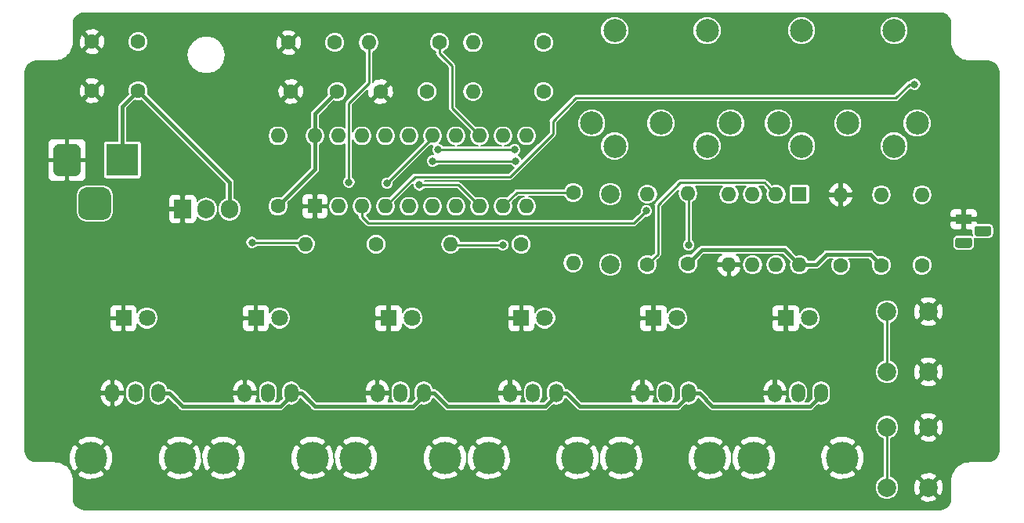
<source format=gbr>
G04 #@! TF.GenerationSoftware,KiCad,Pcbnew,(5.0.2)-1*
G04 #@! TF.CreationDate,2019-04-14T20:31:08+02:00*
G04 #@! TF.ProjectId,CCdrum,43436472-756d-42e6-9b69-6361645f7063,rev?*
G04 #@! TF.SameCoordinates,Original*
G04 #@! TF.FileFunction,Copper,L1,Top*
G04 #@! TF.FilePolarity,Positive*
%FSLAX46Y46*%
G04 Gerber Fmt 4.6, Leading zero omitted, Abs format (unit mm)*
G04 Created by KiCad (PCBNEW (5.0.2)-1) date 14/04/2019 20:31:08*
%MOMM*%
%LPD*%
G01*
G04 APERTURE LIST*
G04 #@! TA.AperFunction,ComponentPad*
%ADD10C,1.998980*%
G04 #@! TD*
G04 #@! TA.AperFunction,ComponentPad*
%ADD11O,1.905000X2.000000*%
G04 #@! TD*
G04 #@! TA.AperFunction,ComponentPad*
%ADD12R,1.905000X2.000000*%
G04 #@! TD*
G04 #@! TA.AperFunction,ComponentPad*
%ADD13C,2.499360*%
G04 #@! TD*
G04 #@! TA.AperFunction,ComponentPad*
%ADD14R,1.800000X1.100000*%
G04 #@! TD*
G04 #@! TA.AperFunction,Conductor*
%ADD15C,0.100000*%
G04 #@! TD*
G04 #@! TA.AperFunction,ComponentPad*
%ADD16C,1.100000*%
G04 #@! TD*
G04 #@! TA.AperFunction,ComponentPad*
%ADD17O,1.600000X1.600000*%
G04 #@! TD*
G04 #@! TA.AperFunction,ComponentPad*
%ADD18R,1.600000X1.600000*%
G04 #@! TD*
G04 #@! TA.AperFunction,ComponentPad*
%ADD19C,3.500000*%
G04 #@! TD*
G04 #@! TA.AperFunction,ComponentPad*
%ADD20C,3.000000*%
G04 #@! TD*
G04 #@! TA.AperFunction,ComponentPad*
%ADD21R,3.500000X3.500000*%
G04 #@! TD*
G04 #@! TA.AperFunction,ComponentPad*
%ADD22C,1.800000*%
G04 #@! TD*
G04 #@! TA.AperFunction,ComponentPad*
%ADD23R,1.800000X1.800000*%
G04 #@! TD*
G04 #@! TA.AperFunction,ComponentPad*
%ADD24C,1.600000*%
G04 #@! TD*
G04 #@! TA.AperFunction,ComponentPad*
%ADD25O,1.500000X2.000000*%
G04 #@! TD*
G04 #@! TA.AperFunction,ComponentPad*
%ADD26C,2.000000*%
G04 #@! TD*
G04 #@! TA.AperFunction,ViaPad*
%ADD27C,5.000000*%
G04 #@! TD*
G04 #@! TA.AperFunction,ViaPad*
%ADD28C,0.800000*%
G04 #@! TD*
G04 #@! TA.AperFunction,Conductor*
%ADD29C,0.250000*%
G04 #@! TD*
G04 #@! TA.AperFunction,Conductor*
%ADD30C,0.400000*%
G04 #@! TD*
G04 #@! TA.AperFunction,Conductor*
%ADD31C,0.200000*%
G04 #@! TD*
G04 APERTURE END LIST*
D10*
G04 #@! TO.P,D1,2*
G04 #@! TO.N,Net-(D1-Pad2)*
X98512250Y-123890000D03*
G04 #@! TO.P,D1,1*
G04 #@! TO.N,Net-(D1-Pad1)*
X98512250Y-131510000D03*
G04 #@! TD*
D11*
G04 #@! TO.P,U2,3*
G04 #@! TO.N,+5V*
X57380000Y-125500000D03*
G04 #@! TO.P,U2,2*
G04 #@! TO.N,+3V3*
X54840000Y-125500000D03*
D12*
G04 #@! TO.P,U2,1*
G04 #@! TO.N,GND*
X52300000Y-125500000D03*
G04 #@! TD*
D13*
G04 #@! TO.P,J4,*
G04 #@! TO.N,*
X109001260Y-106202300D03*
X98998740Y-106202300D03*
G04 #@! TO.P,J4,5*
G04 #@! TO.N,Net-(D1-Pad2)*
X108996180Y-118699100D03*
G04 #@! TO.P,J4,1*
G04 #@! TO.N,Net-(J4-Pad1)*
X96501920Y-116197200D03*
G04 #@! TO.P,J4,2*
G04 #@! TO.N,Net-(J4-Pad2)*
X104000000Y-116199740D03*
G04 #@! TO.P,J4,4*
G04 #@! TO.N,Net-(J4-Pad4)*
X99003820Y-118699100D03*
G04 #@! TO.P,J4,3*
G04 #@! TO.N,Net-(J4-Pad3)*
X111498080Y-116197200D03*
G04 #@! TD*
G04 #@! TO.P,J5,*
G04 #@! TO.N,*
X129183847Y-106202300D03*
X119181327Y-106202300D03*
G04 #@! TO.P,J5,5*
G04 #@! TO.N,Net-(J5-Pad5)*
X129178767Y-118699100D03*
G04 #@! TO.P,J5,1*
G04 #@! TO.N,Net-(J5-Pad1)*
X116684507Y-116197200D03*
G04 #@! TO.P,J5,2*
G04 #@! TO.N,Net-(J5-Pad2)*
X124182587Y-116199740D03*
G04 #@! TO.P,J5,4*
G04 #@! TO.N,Net-(J5-Pad4)*
X119186407Y-118699100D03*
G04 #@! TO.P,J5,3*
G04 #@! TO.N,Net-(J5-Pad3)*
X131680667Y-116197200D03*
G04 #@! TD*
D14*
G04 #@! TO.P,Q1,1*
G04 #@! TO.N,GND*
X136700000Y-126600000D03*
D15*
G04 #@! TD*
G04 #@! TO.N,Net-(Q1-Pad3)*
G04 #@! TO.C,Q1*
G36*
X137351955Y-128591324D02*
X137378650Y-128595284D01*
X137404828Y-128601841D01*
X137430238Y-128610933D01*
X137454634Y-128622472D01*
X137477782Y-128636346D01*
X137499458Y-128652422D01*
X137519454Y-128670546D01*
X137537578Y-128690542D01*
X137553654Y-128712218D01*
X137567528Y-128735366D01*
X137579067Y-128759762D01*
X137588159Y-128785172D01*
X137594716Y-128811350D01*
X137598676Y-128838045D01*
X137600000Y-128865000D01*
X137600000Y-129415000D01*
X137598676Y-129441955D01*
X137594716Y-129468650D01*
X137588159Y-129494828D01*
X137579067Y-129520238D01*
X137567528Y-129544634D01*
X137553654Y-129567782D01*
X137537578Y-129589458D01*
X137519454Y-129609454D01*
X137499458Y-129627578D01*
X137477782Y-129643654D01*
X137454634Y-129657528D01*
X137430238Y-129669067D01*
X137404828Y-129678159D01*
X137378650Y-129684716D01*
X137351955Y-129688676D01*
X137325000Y-129690000D01*
X136075000Y-129690000D01*
X136048045Y-129688676D01*
X136021350Y-129684716D01*
X135995172Y-129678159D01*
X135969762Y-129669067D01*
X135945366Y-129657528D01*
X135922218Y-129643654D01*
X135900542Y-129627578D01*
X135880546Y-129609454D01*
X135862422Y-129589458D01*
X135846346Y-129567782D01*
X135832472Y-129544634D01*
X135820933Y-129520238D01*
X135811841Y-129494828D01*
X135805284Y-129468650D01*
X135801324Y-129441955D01*
X135800000Y-129415000D01*
X135800000Y-128865000D01*
X135801324Y-128838045D01*
X135805284Y-128811350D01*
X135811841Y-128785172D01*
X135820933Y-128759762D01*
X135832472Y-128735366D01*
X135846346Y-128712218D01*
X135862422Y-128690542D01*
X135880546Y-128670546D01*
X135900542Y-128652422D01*
X135922218Y-128636346D01*
X135945366Y-128622472D01*
X135969762Y-128610933D01*
X135995172Y-128601841D01*
X136021350Y-128595284D01*
X136048045Y-128591324D01*
X136075000Y-128590000D01*
X137325000Y-128590000D01*
X137351955Y-128591324D01*
X137351955Y-128591324D01*
G37*
D16*
G04 #@! TO.P,Q1,3*
G04 #@! TO.N,Net-(Q1-Pad3)*
X136700000Y-129140000D03*
D15*
G04 #@! TD*
G04 #@! TO.N,TXD*
G04 #@! TO.C,Q1*
G36*
X139421955Y-127321324D02*
X139448650Y-127325284D01*
X139474828Y-127331841D01*
X139500238Y-127340933D01*
X139524634Y-127352472D01*
X139547782Y-127366346D01*
X139569458Y-127382422D01*
X139589454Y-127400546D01*
X139607578Y-127420542D01*
X139623654Y-127442218D01*
X139637528Y-127465366D01*
X139649067Y-127489762D01*
X139658159Y-127515172D01*
X139664716Y-127541350D01*
X139668676Y-127568045D01*
X139670000Y-127595000D01*
X139670000Y-128145000D01*
X139668676Y-128171955D01*
X139664716Y-128198650D01*
X139658159Y-128224828D01*
X139649067Y-128250238D01*
X139637528Y-128274634D01*
X139623654Y-128297782D01*
X139607578Y-128319458D01*
X139589454Y-128339454D01*
X139569458Y-128357578D01*
X139547782Y-128373654D01*
X139524634Y-128387528D01*
X139500238Y-128399067D01*
X139474828Y-128408159D01*
X139448650Y-128414716D01*
X139421955Y-128418676D01*
X139395000Y-128420000D01*
X138145000Y-128420000D01*
X138118045Y-128418676D01*
X138091350Y-128414716D01*
X138065172Y-128408159D01*
X138039762Y-128399067D01*
X138015366Y-128387528D01*
X137992218Y-128373654D01*
X137970542Y-128357578D01*
X137950546Y-128339454D01*
X137932422Y-128319458D01*
X137916346Y-128297782D01*
X137902472Y-128274634D01*
X137890933Y-128250238D01*
X137881841Y-128224828D01*
X137875284Y-128198650D01*
X137871324Y-128171955D01*
X137870000Y-128145000D01*
X137870000Y-127595000D01*
X137871324Y-127568045D01*
X137875284Y-127541350D01*
X137881841Y-127515172D01*
X137890933Y-127489762D01*
X137902472Y-127465366D01*
X137916346Y-127442218D01*
X137932422Y-127420542D01*
X137950546Y-127400546D01*
X137970542Y-127382422D01*
X137992218Y-127366346D01*
X138015366Y-127352472D01*
X138039762Y-127340933D01*
X138065172Y-127331841D01*
X138091350Y-127325284D01*
X138118045Y-127321324D01*
X138145000Y-127320000D01*
X139395000Y-127320000D01*
X139421955Y-127321324D01*
X139421955Y-127321324D01*
G37*
D16*
G04 #@! TO.P,Q1,2*
G04 #@! TO.N,TXD*
X138770000Y-127870000D03*
G04 #@! TD*
D17*
G04 #@! TO.P,U3,8*
G04 #@! TO.N,+3V3*
X118963000Y-131520000D03*
G04 #@! TO.P,U3,4*
G04 #@! TO.N,Net-(U3-Pad4)*
X111343000Y-123900000D03*
G04 #@! TO.P,U3,7*
G04 #@! TO.N,Net-(U3-Pad7)*
X116423000Y-131520000D03*
G04 #@! TO.P,U3,3*
G04 #@! TO.N,Net-(D1-Pad2)*
X113883000Y-123900000D03*
G04 #@! TO.P,U3,6*
G04 #@! TO.N,RXD*
X113883000Y-131520000D03*
G04 #@! TO.P,U3,2*
G04 #@! TO.N,Net-(D1-Pad1)*
X116423000Y-123900000D03*
G04 #@! TO.P,U3,5*
G04 #@! TO.N,GND*
X111343000Y-131520000D03*
D18*
G04 #@! TO.P,U3,1*
G04 #@! TO.N,Net-(U3-Pad1)*
X118963000Y-123900000D03*
G04 #@! TD*
D15*
G04 #@! TO.N,N/C*
G04 #@! TO.C,J1*
G36*
X43760765Y-123154213D02*
X43845704Y-123166813D01*
X43928999Y-123187677D01*
X44009848Y-123216605D01*
X44087472Y-123253319D01*
X44161124Y-123297464D01*
X44230094Y-123348616D01*
X44293718Y-123406282D01*
X44351384Y-123469906D01*
X44402536Y-123538876D01*
X44446681Y-123612528D01*
X44483395Y-123690152D01*
X44512323Y-123771001D01*
X44533187Y-123854296D01*
X44545787Y-123939235D01*
X44550000Y-124025000D01*
X44550000Y-125775000D01*
X44545787Y-125860765D01*
X44533187Y-125945704D01*
X44512323Y-126028999D01*
X44483395Y-126109848D01*
X44446681Y-126187472D01*
X44402536Y-126261124D01*
X44351384Y-126330094D01*
X44293718Y-126393718D01*
X44230094Y-126451384D01*
X44161124Y-126502536D01*
X44087472Y-126546681D01*
X44009848Y-126583395D01*
X43928999Y-126612323D01*
X43845704Y-126633187D01*
X43760765Y-126645787D01*
X43675000Y-126650000D01*
X41925000Y-126650000D01*
X41839235Y-126645787D01*
X41754296Y-126633187D01*
X41671001Y-126612323D01*
X41590152Y-126583395D01*
X41512528Y-126546681D01*
X41438876Y-126502536D01*
X41369906Y-126451384D01*
X41306282Y-126393718D01*
X41248616Y-126330094D01*
X41197464Y-126261124D01*
X41153319Y-126187472D01*
X41116605Y-126109848D01*
X41087677Y-126028999D01*
X41066813Y-125945704D01*
X41054213Y-125860765D01*
X41050000Y-125775000D01*
X41050000Y-124025000D01*
X41054213Y-123939235D01*
X41066813Y-123854296D01*
X41087677Y-123771001D01*
X41116605Y-123690152D01*
X41153319Y-123612528D01*
X41197464Y-123538876D01*
X41248616Y-123469906D01*
X41306282Y-123406282D01*
X41369906Y-123348616D01*
X41438876Y-123297464D01*
X41512528Y-123253319D01*
X41590152Y-123216605D01*
X41671001Y-123187677D01*
X41754296Y-123166813D01*
X41839235Y-123154213D01*
X41925000Y-123150000D01*
X43675000Y-123150000D01*
X43760765Y-123154213D01*
X43760765Y-123154213D01*
G37*
D19*
G04 #@! TD*
G04 #@! TO.P,J1,3*
G04 #@! TO.N,N/C*
X42800000Y-124900000D03*
D15*
G04 #@! TO.N,GND*
G04 #@! TO.C,J1*
G36*
X40623513Y-118453611D02*
X40696318Y-118464411D01*
X40767714Y-118482295D01*
X40837013Y-118507090D01*
X40903548Y-118538559D01*
X40966678Y-118576398D01*
X41025795Y-118620242D01*
X41080330Y-118669670D01*
X41129758Y-118724205D01*
X41173602Y-118783322D01*
X41211441Y-118846452D01*
X41242910Y-118912987D01*
X41267705Y-118982286D01*
X41285589Y-119053682D01*
X41296389Y-119126487D01*
X41300000Y-119200000D01*
X41300000Y-121200000D01*
X41296389Y-121273513D01*
X41285589Y-121346318D01*
X41267705Y-121417714D01*
X41242910Y-121487013D01*
X41211441Y-121553548D01*
X41173602Y-121616678D01*
X41129758Y-121675795D01*
X41080330Y-121730330D01*
X41025795Y-121779758D01*
X40966678Y-121823602D01*
X40903548Y-121861441D01*
X40837013Y-121892910D01*
X40767714Y-121917705D01*
X40696318Y-121935589D01*
X40623513Y-121946389D01*
X40550000Y-121950000D01*
X39050000Y-121950000D01*
X38976487Y-121946389D01*
X38903682Y-121935589D01*
X38832286Y-121917705D01*
X38762987Y-121892910D01*
X38696452Y-121861441D01*
X38633322Y-121823602D01*
X38574205Y-121779758D01*
X38519670Y-121730330D01*
X38470242Y-121675795D01*
X38426398Y-121616678D01*
X38388559Y-121553548D01*
X38357090Y-121487013D01*
X38332295Y-121417714D01*
X38314411Y-121346318D01*
X38303611Y-121273513D01*
X38300000Y-121200000D01*
X38300000Y-119200000D01*
X38303611Y-119126487D01*
X38314411Y-119053682D01*
X38332295Y-118982286D01*
X38357090Y-118912987D01*
X38388559Y-118846452D01*
X38426398Y-118783322D01*
X38470242Y-118724205D01*
X38519670Y-118669670D01*
X38574205Y-118620242D01*
X38633322Y-118576398D01*
X38696452Y-118538559D01*
X38762987Y-118507090D01*
X38832286Y-118482295D01*
X38903682Y-118464411D01*
X38976487Y-118453611D01*
X39050000Y-118450000D01*
X40550000Y-118450000D01*
X40623513Y-118453611D01*
X40623513Y-118453611D01*
G37*
D20*
G04 #@! TD*
G04 #@! TO.P,J1,2*
G04 #@! TO.N,GND*
X39800000Y-120200000D03*
D21*
G04 #@! TO.P,J1,1*
G04 #@! TO.N,+5V*
X45800000Y-120200000D03*
G04 #@! TD*
D22*
G04 #@! TO.P,D4,2*
G04 #@! TO.N,Net-(D4-Pad2)*
X91440000Y-137300000D03*
D23*
G04 #@! TO.P,D4,1*
G04 #@! TO.N,GND*
X88900000Y-137300000D03*
G04 #@! TD*
D22*
G04 #@! TO.P,D5,2*
G04 #@! TO.N,Net-(D5-Pad2)*
X105720000Y-137300000D03*
D23*
G04 #@! TO.P,D5,1*
G04 #@! TO.N,GND*
X103180000Y-137300000D03*
G04 #@! TD*
D22*
G04 #@! TO.P,D3,2*
G04 #@! TO.N,Net-(D3-Pad2)*
X77080000Y-137300000D03*
D23*
G04 #@! TO.P,D3,1*
G04 #@! TO.N,GND*
X74540000Y-137300000D03*
G04 #@! TD*
D22*
G04 #@! TO.P,D6,2*
G04 #@! TO.N,Net-(D6-Pad2)*
X120040000Y-137300000D03*
D23*
G04 #@! TO.P,D6,1*
G04 #@! TO.N,GND*
X117500000Y-137300000D03*
G04 #@! TD*
D22*
G04 #@! TO.P,D7,2*
G04 #@! TO.N,Net-(D7-Pad2)*
X48440000Y-137300000D03*
D23*
G04 #@! TO.P,D7,1*
G04 #@! TO.N,GND*
X45900000Y-137300000D03*
G04 #@! TD*
D22*
G04 #@! TO.P,D2,2*
G04 #@! TO.N,Net-(D2-Pad2)*
X62760000Y-137300000D03*
D23*
G04 #@! TO.P,D2,1*
G04 #@! TO.N,GND*
X60220000Y-137300000D03*
G04 #@! TD*
D17*
G04 #@! TO.P,R11,2*
G04 #@! TO.N,Net-(D6-Pad2)*
X94500000Y-131320000D03*
D24*
G04 #@! TO.P,R11,1*
G04 #@! TO.N,LED_P5*
X94500000Y-123700000D03*
G04 #@! TD*
D17*
G04 #@! TO.P,R12,2*
G04 #@! TO.N,Net-(D7-Pad2)*
X65580000Y-129300000D03*
D24*
G04 #@! TO.P,R12,1*
G04 #@! TO.N,LED_P6*
X73200000Y-129300000D03*
G04 #@! TD*
D17*
G04 #@! TO.P,R10,2*
G04 #@! TO.N,Net-(D5-Pad2)*
X81280000Y-129300000D03*
D24*
G04 #@! TO.P,R10,1*
G04 #@! TO.N,LED_P4*
X88900000Y-129300000D03*
G04 #@! TD*
D17*
G04 #@! TO.P,U1,20*
G04 #@! TO.N,+3V3*
X66600000Y-117580000D03*
G04 #@! TO.P,U1,10*
G04 #@! TO.N,LED_P4*
X89460000Y-125200000D03*
G04 #@! TO.P,U1,19*
G04 #@! TO.N,PUSH_L2*
X69140000Y-117580000D03*
G04 #@! TO.P,U1,9*
G04 #@! TO.N,LED_P5*
X86920000Y-125200000D03*
G04 #@! TO.P,U1,18*
G04 #@! TO.N,PUSH_L1*
X71680000Y-117580000D03*
G04 #@! TO.P,U1,8*
G04 #@! TO.N,LED_P6*
X84380000Y-125200000D03*
G04 #@! TO.P,U1,17*
G04 #@! TO.N,TEST*
X74220000Y-117580000D03*
G04 #@! TO.P,U1,7*
G04 #@! TO.N,PAN*
X81840000Y-125200000D03*
G04 #@! TO.P,U1,16*
G04 #@! TO.N,Net-(C1-Pad1)*
X76760000Y-117580000D03*
G04 #@! TO.P,U1,6*
G04 #@! TO.N,DRV*
X79300000Y-125200000D03*
G04 #@! TO.P,U1,15*
G04 #@! TO.N,PART*
X79300000Y-117580000D03*
G04 #@! TO.P,U1,5*
G04 #@! TO.N,FLD*
X76760000Y-125200000D03*
G04 #@! TO.P,U1,14*
G04 #@! TO.N,GAN*
X81840000Y-117580000D03*
G04 #@! TO.P,U1,4*
G04 #@! TO.N,TXD*
X74220000Y-125200000D03*
G04 #@! TO.P,U1,13*
G04 #@! TO.N,LED_P1*
X84380000Y-117580000D03*
G04 #@! TO.P,U1,3*
G04 #@! TO.N,RXD*
X71680000Y-125200000D03*
G04 #@! TO.P,U1,12*
G04 #@! TO.N,LED_P2*
X86920000Y-117580000D03*
G04 #@! TO.P,U1,2*
G04 #@! TO.N,BIT*
X69140000Y-125200000D03*
G04 #@! TO.P,U1,11*
G04 #@! TO.N,LED_P3*
X89460000Y-117580000D03*
D18*
G04 #@! TO.P,U1,1*
G04 #@! TO.N,GND*
X66600000Y-125200000D03*
G04 #@! TD*
D19*
G04 #@! TO.P,RV5,*
G04 #@! TO.N,GND*
X114000000Y-152400000D03*
X123600000Y-152400000D03*
D25*
G04 #@! TO.P,RV5,3*
X116300000Y-145400000D03*
G04 #@! TO.P,RV5,2*
G04 #@! TO.N,PART*
X118800000Y-145400000D03*
G04 #@! TO.P,RV5,1*
G04 #@! TO.N,+3V3*
X121300000Y-145400000D03*
G04 #@! TD*
D24*
G04 #@! TO.P,C5,2*
G04 #@! TO.N,GND*
X63753333Y-107500000D03*
G04 #@! TO.P,C5,1*
G04 #@! TO.N,+3V3*
X68753333Y-107500000D03*
G04 #@! TD*
G04 #@! TO.P,C4,2*
G04 #@! TO.N,GND*
X64000000Y-112800000D03*
G04 #@! TO.P,C4,1*
G04 #@! TO.N,+3V3*
X69000000Y-112800000D03*
G04 #@! TD*
G04 #@! TO.P,C3,2*
G04 #@! TO.N,GND*
X42500000Y-107400000D03*
G04 #@! TO.P,C3,1*
G04 #@! TO.N,+3V3*
X47500000Y-107400000D03*
G04 #@! TD*
D26*
G04 #@! TO.P,SW2,1*
G04 #@! TO.N,GND*
X132900000Y-155600000D03*
G04 #@! TO.P,SW2,2*
G04 #@! TO.N,PUSH_L2*
X128400000Y-155600000D03*
G04 #@! TO.P,SW2,1*
G04 #@! TO.N,GND*
X132900000Y-149100000D03*
G04 #@! TO.P,SW2,2*
G04 #@! TO.N,PUSH_L2*
X128400000Y-149100000D03*
G04 #@! TD*
G04 #@! TO.P,SW1,1*
G04 #@! TO.N,GND*
X132900000Y-143100000D03*
G04 #@! TO.P,SW1,2*
G04 #@! TO.N,PUSH_L1*
X128400000Y-143100000D03*
G04 #@! TO.P,SW1,1*
G04 #@! TO.N,GND*
X132900000Y-136600000D03*
G04 #@! TO.P,SW1,2*
G04 #@! TO.N,PUSH_L1*
X128400000Y-136600000D03*
G04 #@! TD*
D24*
G04 #@! TO.P,C1,2*
G04 #@! TO.N,GND*
X73700000Y-112800000D03*
G04 #@! TO.P,C1,1*
G04 #@! TO.N,Net-(C1-Pad1)*
X78700000Y-112800000D03*
G04 #@! TD*
G04 #@! TO.P,C2,2*
G04 #@! TO.N,GND*
X42500000Y-112700000D03*
G04 #@! TO.P,C2,1*
G04 #@! TO.N,+5V*
X47500000Y-112700000D03*
G04 #@! TD*
D17*
G04 #@! TO.P,R3,2*
G04 #@! TO.N,Net-(J4-Pad4)*
X102524500Y-123880000D03*
D24*
G04 #@! TO.P,R3,1*
G04 #@! TO.N,Net-(D1-Pad1)*
X102524500Y-131500000D03*
G04 #@! TD*
D17*
G04 #@! TO.P,R9,2*
G04 #@! TO.N,RXD*
X106918750Y-123780000D03*
D24*
G04 #@! TO.P,R9,1*
G04 #@! TO.N,+3V3*
X106918750Y-131400000D03*
G04 #@! TD*
D17*
G04 #@! TO.P,R8,2*
G04 #@! TO.N,Net-(Q1-Pad3)*
X132195750Y-123953753D03*
D24*
G04 #@! TO.P,R8,1*
G04 #@! TO.N,Net-(J5-Pad5)*
X132195750Y-131573753D03*
G04 #@! TD*
D17*
G04 #@! TO.P,R7,2*
G04 #@! TO.N,Net-(D4-Pad2)*
X83680000Y-107500000D03*
D24*
G04 #@! TO.P,R7,1*
G04 #@! TO.N,LED_P3*
X91300000Y-107500000D03*
G04 #@! TD*
D17*
G04 #@! TO.P,R1,2*
G04 #@! TO.N,Net-(C1-Pad1)*
X62600000Y-117580000D03*
D24*
G04 #@! TO.P,R1,1*
G04 #@! TO.N,+3V3*
X62600000Y-125200000D03*
G04 #@! TD*
D17*
G04 #@! TO.P,R4,2*
G04 #@! TO.N,Net-(D2-Pad2)*
X72406666Y-107500000D03*
D24*
G04 #@! TO.P,R4,1*
G04 #@! TO.N,LED_P1*
X80026666Y-107500000D03*
G04 #@! TD*
D17*
G04 #@! TO.P,R5,2*
G04 #@! TO.N,Net-(D3-Pad2)*
X83680000Y-112800000D03*
D24*
G04 #@! TO.P,R5,1*
G04 #@! TO.N,LED_P2*
X91300000Y-112800000D03*
G04 #@! TD*
D17*
G04 #@! TO.P,R6,2*
G04 #@! TO.N,Net-(Q1-Pad3)*
X127801500Y-123953753D03*
D24*
G04 #@! TO.P,R6,1*
G04 #@! TO.N,+3V3*
X127801500Y-131573753D03*
G04 #@! TD*
D17*
G04 #@! TO.P,R2,2*
G04 #@! TO.N,GND*
X123407250Y-123953753D03*
D24*
G04 #@! TO.P,R2,1*
G04 #@! TO.N,Net-(J5-Pad4)*
X123407250Y-131573753D03*
G04 #@! TD*
D19*
G04 #@! TO.P,RV6,*
G04 #@! TO.N,GND*
X42400000Y-152400000D03*
X52000000Y-152400000D03*
D25*
G04 #@! TO.P,RV6,3*
X44700000Y-145400000D03*
G04 #@! TO.P,RV6,2*
G04 #@! TO.N,GAN*
X47200000Y-145400000D03*
G04 #@! TO.P,RV6,1*
G04 #@! TO.N,+3V3*
X49700000Y-145400000D03*
G04 #@! TD*
D19*
G04 #@! TO.P,RV1,*
G04 #@! TO.N,GND*
X56720000Y-152400000D03*
X66320000Y-152400000D03*
D25*
G04 #@! TO.P,RV1,3*
X59020000Y-145400000D03*
G04 #@! TO.P,RV1,2*
G04 #@! TO.N,BIT*
X61520000Y-145400000D03*
G04 #@! TO.P,RV1,1*
G04 #@! TO.N,+3V3*
X64020000Y-145400000D03*
G04 #@! TD*
D19*
G04 #@! TO.P,RV2,*
G04 #@! TO.N,GND*
X71040000Y-152400000D03*
X80640000Y-152400000D03*
D25*
G04 #@! TO.P,RV2,3*
X73340000Y-145400000D03*
G04 #@! TO.P,RV2,2*
G04 #@! TO.N,FLD*
X75840000Y-145400000D03*
G04 #@! TO.P,RV2,1*
G04 #@! TO.N,+3V3*
X78340000Y-145400000D03*
G04 #@! TD*
D19*
G04 #@! TO.P,RV3,*
G04 #@! TO.N,GND*
X85360000Y-152400000D03*
X94960000Y-152400000D03*
D25*
G04 #@! TO.P,RV3,3*
X87660000Y-145400000D03*
G04 #@! TO.P,RV3,2*
G04 #@! TO.N,DRV*
X90160000Y-145400000D03*
G04 #@! TO.P,RV3,1*
G04 #@! TO.N,+3V3*
X92660000Y-145400000D03*
G04 #@! TD*
D19*
G04 #@! TO.P,RV4,*
G04 #@! TO.N,GND*
X99680000Y-152400000D03*
X109280000Y-152400000D03*
D25*
G04 #@! TO.P,RV4,3*
X101980000Y-145400000D03*
G04 #@! TO.P,RV4,2*
G04 #@! TO.N,PAN*
X104480000Y-145400000D03*
G04 #@! TO.P,RV4,1*
G04 #@! TO.N,+3V3*
X106980000Y-145400000D03*
G04 #@! TD*
D27*
G04 #@! TO.N,GND*
X137800000Y-150100000D03*
X137800000Y-112200000D03*
X38000000Y-150100000D03*
X38000000Y-112200000D03*
D28*
G04 #@! TO.N,Net-(D2-Pad2)*
X70265001Y-122600000D03*
G04 #@! TO.N,TXD*
X131400000Y-112000000D03*
G04 #@! TO.N,RXD*
X102400000Y-125700000D03*
X107000000Y-129400000D03*
G04 #@! TO.N,Net-(D5-Pad2)*
X86900000Y-129400000D03*
G04 #@! TO.N,PART*
X74400000Y-122700000D03*
G04 #@! TO.N,LED_P6*
X77900000Y-122900000D03*
G04 #@! TO.N,PUSH_L1*
X88200000Y-119100000D03*
X79900000Y-119100000D03*
G04 #@! TO.N,PUSH_L2*
X88300000Y-120300000D03*
X79300000Y-120300000D03*
G04 #@! TO.N,Net-(D7-Pad2)*
X59800000Y-129100000D03*
G04 #@! TD*
D29*
G04 #@! TO.N,Net-(D2-Pad2)*
X70265001Y-122600000D02*
X70265001Y-114034999D01*
X72406666Y-111893334D02*
X72406666Y-107500000D01*
X70265001Y-114034999D02*
X72406666Y-111893334D01*
D30*
G04 #@! TO.N,+5V*
X45800000Y-114400000D02*
X47500000Y-112700000D01*
X45800000Y-120200000D02*
X45800000Y-114400000D01*
X57380000Y-122580000D02*
X57380000Y-125500000D01*
X47500000Y-112700000D02*
X57380000Y-122580000D01*
G04 #@! TO.N,+3V3*
X68753333Y-112553333D02*
X69000000Y-112800000D01*
X66600000Y-115200000D02*
X66600000Y-117580000D01*
X69000000Y-112800000D02*
X66600000Y-115200000D01*
X66600000Y-121200000D02*
X62600000Y-125200000D01*
X66600000Y-117580000D02*
X66600000Y-121200000D01*
X64020000Y-145650000D02*
X64020000Y-145400000D01*
X62869990Y-146800010D02*
X64020000Y-145650000D01*
X52250010Y-146800010D02*
X62869990Y-146800010D01*
X50850000Y-145400000D02*
X52250010Y-146800010D01*
X49700000Y-145400000D02*
X50850000Y-145400000D01*
X78340000Y-145650000D02*
X78340000Y-145400000D01*
X77189990Y-146800010D02*
X78340000Y-145650000D01*
X66570010Y-146800010D02*
X77189990Y-146800010D01*
X65170000Y-145400000D02*
X66570010Y-146800010D01*
X64020000Y-145400000D02*
X65170000Y-145400000D01*
X92660000Y-145650000D02*
X92660000Y-145400000D01*
X91509990Y-146800010D02*
X92660000Y-145650000D01*
X80890010Y-146800010D02*
X91509990Y-146800010D01*
X79490000Y-145400000D02*
X80890010Y-146800010D01*
X78340000Y-145400000D02*
X79490000Y-145400000D01*
X106980000Y-145650000D02*
X106980000Y-145400000D01*
X105829990Y-146800010D02*
X106980000Y-145650000D01*
X95210010Y-146800010D02*
X105829990Y-146800010D01*
X93810000Y-145400000D02*
X95210010Y-146800010D01*
X92660000Y-145400000D02*
X93810000Y-145400000D01*
X121300000Y-145650000D02*
X121300000Y-145400000D01*
X120149990Y-146800010D02*
X121300000Y-145650000D01*
X109530010Y-146800010D02*
X120149990Y-146800010D01*
X108130000Y-145400000D02*
X109530010Y-146800010D01*
X106980000Y-145400000D02*
X108130000Y-145400000D01*
X118963000Y-131520000D02*
X120780000Y-131520000D01*
X127001501Y-130773754D02*
X127801500Y-131573753D01*
X126601499Y-130373752D02*
X127001501Y-130773754D01*
X121926248Y-130373752D02*
X126601499Y-130373752D01*
X120780000Y-131520000D02*
X121926248Y-130373752D01*
X118963000Y-131520000D02*
X117343000Y-129900000D01*
X108418750Y-129900000D02*
X106918750Y-131400000D01*
X117343000Y-129900000D02*
X108418750Y-129900000D01*
D29*
G04 #@! TO.N,TXD*
X77420000Y-122000000D02*
X74220000Y-125200000D01*
X87673002Y-122000000D02*
X77420000Y-122000000D01*
X131400000Y-112000000D02*
X130834315Y-112000000D01*
X129334315Y-113500000D02*
X94800000Y-113500000D01*
X130834315Y-112000000D02*
X129334315Y-113500000D01*
X94800000Y-113500000D02*
X92300000Y-116000000D01*
X92300000Y-116000000D02*
X92300000Y-117373002D01*
X92300000Y-117373002D02*
X87673002Y-122000000D01*
G04 #@! TO.N,RXD*
X71680000Y-126331370D02*
X72348630Y-127000000D01*
X71680000Y-125200000D02*
X71680000Y-126331370D01*
X72348630Y-127000000D02*
X101100000Y-127000000D01*
X101100000Y-127000000D02*
X102400000Y-125700000D01*
X102400000Y-125700000D02*
X102400000Y-125700000D01*
X107000000Y-123861250D02*
X106918750Y-123780000D01*
X107000000Y-129400000D02*
X107000000Y-123861250D01*
G04 #@! TO.N,Net-(D5-Pad2)*
X81380000Y-129400000D02*
X81280000Y-129300000D01*
X86900000Y-129400000D02*
X81380000Y-129400000D01*
G04 #@! TO.N,PART*
X79300000Y-117800000D02*
X79300000Y-117580000D01*
X74400000Y-122700000D02*
X79300000Y-117800000D01*
G04 #@! TO.N,LED_P1*
X80026666Y-108631370D02*
X81400000Y-110004704D01*
X80026666Y-107500000D02*
X80026666Y-108631370D01*
X81400000Y-114600000D02*
X84380000Y-117580000D01*
X81400000Y-110004704D02*
X81400000Y-114600000D01*
G04 #@! TO.N,LED_P5*
X88420000Y-123700000D02*
X86920000Y-125200000D01*
X94500000Y-123700000D02*
X88420000Y-123700000D01*
G04 #@! TO.N,LED_P6*
X82080000Y-122900000D02*
X84380000Y-125200000D01*
X77900000Y-122900000D02*
X82080000Y-122900000D01*
G04 #@! TO.N,PUSH_L1*
X128400000Y-143100000D02*
X128400000Y-136600000D01*
X88200000Y-119100000D02*
X87634315Y-119100000D01*
X87634315Y-119100000D02*
X79900000Y-119100000D01*
X79900000Y-119100000D02*
X79900000Y-119100000D01*
G04 #@! TO.N,PUSH_L2*
X128400000Y-154185787D02*
X128400000Y-149100000D01*
X128400000Y-155600000D02*
X128400000Y-154185787D01*
X88300000Y-120300000D02*
X79300000Y-120300000D01*
X79300000Y-120300000D02*
X79300000Y-120300000D01*
G04 #@! TO.N,Net-(D7-Pad2)*
X65380000Y-129100000D02*
X65580000Y-129300000D01*
X59800000Y-129100000D02*
X65380000Y-129100000D01*
G04 #@! TO.N,Net-(D1-Pad1)*
X103649501Y-130374999D02*
X103649501Y-125050499D01*
X102524500Y-131500000D02*
X103649501Y-130374999D01*
X115623001Y-123100001D02*
X116423000Y-123900000D01*
X115177999Y-122654999D02*
X115623001Y-123100001D01*
X106045001Y-122654999D02*
X115177999Y-122654999D01*
X103649501Y-125050499D02*
X106045001Y-122654999D01*
G04 #@! TD*
D31*
G04 #@! TO.N,GND*
G36*
X134469278Y-104363474D02*
X134802411Y-104533214D01*
X135066785Y-104797588D01*
X135236526Y-105130722D01*
X135300000Y-105531479D01*
X135300001Y-107539394D01*
X135306149Y-107570300D01*
X135383234Y-108056995D01*
X135383234Y-108057001D01*
X135404711Y-108123100D01*
X135421907Y-108176024D01*
X135421909Y-108176026D01*
X135649170Y-108622052D01*
X135722730Y-108723299D01*
X136076698Y-109077266D01*
X136076701Y-109077270D01*
X136177948Y-109150830D01*
X136623974Y-109378091D01*
X136623976Y-109378093D01*
X136653165Y-109387577D01*
X136742999Y-109416766D01*
X136743005Y-109416766D01*
X137229675Y-109493847D01*
X137260606Y-109500000D01*
X139268521Y-109500000D01*
X139669278Y-109563474D01*
X140002411Y-109733214D01*
X140266785Y-109997588D01*
X140436526Y-110330722D01*
X140500001Y-110731485D01*
X140500000Y-151568521D01*
X140436526Y-151969278D01*
X140266785Y-152302412D01*
X140002411Y-152566786D01*
X139669278Y-152736526D01*
X139268521Y-152800000D01*
X137260606Y-152800000D01*
X137229675Y-152806153D01*
X136743005Y-152883234D01*
X136742999Y-152883234D01*
X136655649Y-152911616D01*
X136623976Y-152921907D01*
X136623974Y-152921909D01*
X136177948Y-153149170D01*
X136076701Y-153222730D01*
X136076698Y-153222734D01*
X135722730Y-153576701D01*
X135649170Y-153677948D01*
X135421909Y-154123974D01*
X135421907Y-154123976D01*
X135421907Y-154123977D01*
X135383234Y-154242999D01*
X135383234Y-154243005D01*
X135306149Y-154729700D01*
X135300001Y-154760606D01*
X135300000Y-156768521D01*
X135236526Y-157169278D01*
X135066785Y-157502412D01*
X134802411Y-157766786D01*
X134469278Y-157936526D01*
X134068521Y-158000000D01*
X41731479Y-158000000D01*
X41330722Y-157936526D01*
X40997588Y-157766785D01*
X40733214Y-157502411D01*
X40563474Y-157169278D01*
X40500000Y-156768521D01*
X40500000Y-154760606D01*
X40493847Y-154729675D01*
X40416766Y-154243005D01*
X40416766Y-154242999D01*
X40378093Y-154123977D01*
X40378093Y-154123976D01*
X40378091Y-154123974D01*
X40364709Y-154097710D01*
X40920079Y-154097710D01*
X41114340Y-154431560D01*
X41989649Y-154768918D01*
X42927430Y-154745629D01*
X43685660Y-154431560D01*
X43879921Y-154097710D01*
X50520079Y-154097710D01*
X50714340Y-154431560D01*
X51589649Y-154768918D01*
X52527430Y-154745629D01*
X53285660Y-154431560D01*
X53479921Y-154097710D01*
X55240079Y-154097710D01*
X55434340Y-154431560D01*
X56309649Y-154768918D01*
X57247430Y-154745629D01*
X58005660Y-154431560D01*
X58199921Y-154097710D01*
X64840079Y-154097710D01*
X65034340Y-154431560D01*
X65909649Y-154768918D01*
X66847430Y-154745629D01*
X67605660Y-154431560D01*
X67799921Y-154097710D01*
X69560079Y-154097710D01*
X69754340Y-154431560D01*
X70629649Y-154768918D01*
X71567430Y-154745629D01*
X72325660Y-154431560D01*
X72519921Y-154097710D01*
X79160079Y-154097710D01*
X79354340Y-154431560D01*
X80229649Y-154768918D01*
X81167430Y-154745629D01*
X81925660Y-154431560D01*
X82119921Y-154097710D01*
X83880079Y-154097710D01*
X84074340Y-154431560D01*
X84949649Y-154768918D01*
X85887430Y-154745629D01*
X86645660Y-154431560D01*
X86839921Y-154097710D01*
X93480079Y-154097710D01*
X93674340Y-154431560D01*
X94549649Y-154768918D01*
X95487430Y-154745629D01*
X96245660Y-154431560D01*
X96439921Y-154097710D01*
X98200079Y-154097710D01*
X98394340Y-154431560D01*
X99269649Y-154768918D01*
X100207430Y-154745629D01*
X100965660Y-154431560D01*
X101159921Y-154097710D01*
X107800079Y-154097710D01*
X107994340Y-154431560D01*
X108869649Y-154768918D01*
X109807430Y-154745629D01*
X110565660Y-154431560D01*
X110759921Y-154097710D01*
X112520079Y-154097710D01*
X112714340Y-154431560D01*
X113589649Y-154768918D01*
X114527430Y-154745629D01*
X115285660Y-154431560D01*
X115479921Y-154097710D01*
X122120079Y-154097710D01*
X122314340Y-154431560D01*
X123189649Y-154768918D01*
X124127430Y-154745629D01*
X124885660Y-154431560D01*
X125079921Y-154097710D01*
X123600000Y-152617789D01*
X122120079Y-154097710D01*
X115479921Y-154097710D01*
X114000000Y-152617789D01*
X112520079Y-154097710D01*
X110759921Y-154097710D01*
X109280000Y-152617789D01*
X107800079Y-154097710D01*
X101159921Y-154097710D01*
X99680000Y-152617789D01*
X98200079Y-154097710D01*
X96439921Y-154097710D01*
X94960000Y-152617789D01*
X93480079Y-154097710D01*
X86839921Y-154097710D01*
X85360000Y-152617789D01*
X83880079Y-154097710D01*
X82119921Y-154097710D01*
X80640000Y-152617789D01*
X79160079Y-154097710D01*
X72519921Y-154097710D01*
X71040000Y-152617789D01*
X69560079Y-154097710D01*
X67799921Y-154097710D01*
X66320000Y-152617789D01*
X64840079Y-154097710D01*
X58199921Y-154097710D01*
X56720000Y-152617789D01*
X55240079Y-154097710D01*
X53479921Y-154097710D01*
X52000000Y-152617789D01*
X50520079Y-154097710D01*
X43879921Y-154097710D01*
X42400000Y-152617789D01*
X40920079Y-154097710D01*
X40364709Y-154097710D01*
X40150830Y-153677948D01*
X40077270Y-153576701D01*
X40077266Y-153576698D01*
X39723299Y-153222730D01*
X39622052Y-153149170D01*
X39176026Y-152921909D01*
X39176024Y-152921907D01*
X39144351Y-152911616D01*
X39057001Y-152883234D01*
X39056995Y-152883234D01*
X38570325Y-152806153D01*
X38539394Y-152800000D01*
X36531479Y-152800000D01*
X36130722Y-152736526D01*
X35797588Y-152566785D01*
X35533214Y-152302411D01*
X35373854Y-151989649D01*
X40031082Y-151989649D01*
X40054371Y-152927430D01*
X40368440Y-153685660D01*
X40702290Y-153879921D01*
X42182211Y-152400000D01*
X42617789Y-152400000D01*
X44097710Y-153879921D01*
X44431560Y-153685660D01*
X44768918Y-152810351D01*
X44748537Y-151989649D01*
X49631082Y-151989649D01*
X49654371Y-152927430D01*
X49968440Y-153685660D01*
X50302290Y-153879921D01*
X51782211Y-152400000D01*
X52217789Y-152400000D01*
X53697710Y-153879921D01*
X54031560Y-153685660D01*
X54368918Y-152810351D01*
X54348537Y-151989649D01*
X54351082Y-151989649D01*
X54374371Y-152927430D01*
X54688440Y-153685660D01*
X55022290Y-153879921D01*
X56502211Y-152400000D01*
X56937789Y-152400000D01*
X58417710Y-153879921D01*
X58751560Y-153685660D01*
X59088918Y-152810351D01*
X59068537Y-151989649D01*
X63951082Y-151989649D01*
X63974371Y-152927430D01*
X64288440Y-153685660D01*
X64622290Y-153879921D01*
X66102211Y-152400000D01*
X66537789Y-152400000D01*
X68017710Y-153879921D01*
X68351560Y-153685660D01*
X68688918Y-152810351D01*
X68668537Y-151989649D01*
X68671082Y-151989649D01*
X68694371Y-152927430D01*
X69008440Y-153685660D01*
X69342290Y-153879921D01*
X70822211Y-152400000D01*
X71257789Y-152400000D01*
X72737710Y-153879921D01*
X73071560Y-153685660D01*
X73408918Y-152810351D01*
X73388537Y-151989649D01*
X78271082Y-151989649D01*
X78294371Y-152927430D01*
X78608440Y-153685660D01*
X78942290Y-153879921D01*
X80422211Y-152400000D01*
X80857789Y-152400000D01*
X82337710Y-153879921D01*
X82671560Y-153685660D01*
X83008918Y-152810351D01*
X82988537Y-151989649D01*
X82991082Y-151989649D01*
X83014371Y-152927430D01*
X83328440Y-153685660D01*
X83662290Y-153879921D01*
X85142211Y-152400000D01*
X85577789Y-152400000D01*
X87057710Y-153879921D01*
X87391560Y-153685660D01*
X87728918Y-152810351D01*
X87708537Y-151989649D01*
X92591082Y-151989649D01*
X92614371Y-152927430D01*
X92928440Y-153685660D01*
X93262290Y-153879921D01*
X94742211Y-152400000D01*
X95177789Y-152400000D01*
X96657710Y-153879921D01*
X96991560Y-153685660D01*
X97328918Y-152810351D01*
X97308537Y-151989649D01*
X97311082Y-151989649D01*
X97334371Y-152927430D01*
X97648440Y-153685660D01*
X97982290Y-153879921D01*
X99462211Y-152400000D01*
X99897789Y-152400000D01*
X101377710Y-153879921D01*
X101711560Y-153685660D01*
X102048918Y-152810351D01*
X102028537Y-151989649D01*
X106911082Y-151989649D01*
X106934371Y-152927430D01*
X107248440Y-153685660D01*
X107582290Y-153879921D01*
X109062211Y-152400000D01*
X109497789Y-152400000D01*
X110977710Y-153879921D01*
X111311560Y-153685660D01*
X111648918Y-152810351D01*
X111628537Y-151989649D01*
X111631082Y-151989649D01*
X111654371Y-152927430D01*
X111968440Y-153685660D01*
X112302290Y-153879921D01*
X113782211Y-152400000D01*
X114217789Y-152400000D01*
X115697710Y-153879921D01*
X116031560Y-153685660D01*
X116368918Y-152810351D01*
X116348537Y-151989649D01*
X121231082Y-151989649D01*
X121254371Y-152927430D01*
X121568440Y-153685660D01*
X121902290Y-153879921D01*
X123382211Y-152400000D01*
X123817789Y-152400000D01*
X125297710Y-153879921D01*
X125631560Y-153685660D01*
X125968918Y-152810351D01*
X125945629Y-151872570D01*
X125631560Y-151114340D01*
X125297710Y-150920079D01*
X123817789Y-152400000D01*
X123382211Y-152400000D01*
X121902290Y-150920079D01*
X121568440Y-151114340D01*
X121231082Y-151989649D01*
X116348537Y-151989649D01*
X116345629Y-151872570D01*
X116031560Y-151114340D01*
X115697710Y-150920079D01*
X114217789Y-152400000D01*
X113782211Y-152400000D01*
X112302290Y-150920079D01*
X111968440Y-151114340D01*
X111631082Y-151989649D01*
X111628537Y-151989649D01*
X111625629Y-151872570D01*
X111311560Y-151114340D01*
X110977710Y-150920079D01*
X109497789Y-152400000D01*
X109062211Y-152400000D01*
X107582290Y-150920079D01*
X107248440Y-151114340D01*
X106911082Y-151989649D01*
X102028537Y-151989649D01*
X102025629Y-151872570D01*
X101711560Y-151114340D01*
X101377710Y-150920079D01*
X99897789Y-152400000D01*
X99462211Y-152400000D01*
X97982290Y-150920079D01*
X97648440Y-151114340D01*
X97311082Y-151989649D01*
X97308537Y-151989649D01*
X97305629Y-151872570D01*
X96991560Y-151114340D01*
X96657710Y-150920079D01*
X95177789Y-152400000D01*
X94742211Y-152400000D01*
X93262290Y-150920079D01*
X92928440Y-151114340D01*
X92591082Y-151989649D01*
X87708537Y-151989649D01*
X87705629Y-151872570D01*
X87391560Y-151114340D01*
X87057710Y-150920079D01*
X85577789Y-152400000D01*
X85142211Y-152400000D01*
X83662290Y-150920079D01*
X83328440Y-151114340D01*
X82991082Y-151989649D01*
X82988537Y-151989649D01*
X82985629Y-151872570D01*
X82671560Y-151114340D01*
X82337710Y-150920079D01*
X80857789Y-152400000D01*
X80422211Y-152400000D01*
X78942290Y-150920079D01*
X78608440Y-151114340D01*
X78271082Y-151989649D01*
X73388537Y-151989649D01*
X73385629Y-151872570D01*
X73071560Y-151114340D01*
X72737710Y-150920079D01*
X71257789Y-152400000D01*
X70822211Y-152400000D01*
X69342290Y-150920079D01*
X69008440Y-151114340D01*
X68671082Y-151989649D01*
X68668537Y-151989649D01*
X68665629Y-151872570D01*
X68351560Y-151114340D01*
X68017710Y-150920079D01*
X66537789Y-152400000D01*
X66102211Y-152400000D01*
X64622290Y-150920079D01*
X64288440Y-151114340D01*
X63951082Y-151989649D01*
X59068537Y-151989649D01*
X59065629Y-151872570D01*
X58751560Y-151114340D01*
X58417710Y-150920079D01*
X56937789Y-152400000D01*
X56502211Y-152400000D01*
X55022290Y-150920079D01*
X54688440Y-151114340D01*
X54351082Y-151989649D01*
X54348537Y-151989649D01*
X54345629Y-151872570D01*
X54031560Y-151114340D01*
X53697710Y-150920079D01*
X52217789Y-152400000D01*
X51782211Y-152400000D01*
X50302290Y-150920079D01*
X49968440Y-151114340D01*
X49631082Y-151989649D01*
X44748537Y-151989649D01*
X44745629Y-151872570D01*
X44431560Y-151114340D01*
X44097710Y-150920079D01*
X42617789Y-152400000D01*
X42182211Y-152400000D01*
X40702290Y-150920079D01*
X40368440Y-151114340D01*
X40031082Y-151989649D01*
X35373854Y-151989649D01*
X35363474Y-151969278D01*
X35300000Y-151568521D01*
X35300000Y-150702290D01*
X40920079Y-150702290D01*
X42400000Y-152182211D01*
X43879921Y-150702290D01*
X50520079Y-150702290D01*
X52000000Y-152182211D01*
X53479921Y-150702290D01*
X55240079Y-150702290D01*
X56720000Y-152182211D01*
X58199921Y-150702290D01*
X64840079Y-150702290D01*
X66320000Y-152182211D01*
X67799921Y-150702290D01*
X69560079Y-150702290D01*
X71040000Y-152182211D01*
X72519921Y-150702290D01*
X79160079Y-150702290D01*
X80640000Y-152182211D01*
X82119921Y-150702290D01*
X83880079Y-150702290D01*
X85360000Y-152182211D01*
X86839921Y-150702290D01*
X93480079Y-150702290D01*
X94960000Y-152182211D01*
X96439921Y-150702290D01*
X98200079Y-150702290D01*
X99680000Y-152182211D01*
X101159921Y-150702290D01*
X107800079Y-150702290D01*
X109280000Y-152182211D01*
X110759921Y-150702290D01*
X112520079Y-150702290D01*
X114000000Y-152182211D01*
X115479921Y-150702290D01*
X122120079Y-150702290D01*
X123600000Y-152182211D01*
X125079921Y-150702290D01*
X124885660Y-150368440D01*
X124010351Y-150031082D01*
X123072570Y-150054371D01*
X122314340Y-150368440D01*
X122120079Y-150702290D01*
X115479921Y-150702290D01*
X115285660Y-150368440D01*
X114410351Y-150031082D01*
X113472570Y-150054371D01*
X112714340Y-150368440D01*
X112520079Y-150702290D01*
X110759921Y-150702290D01*
X110565660Y-150368440D01*
X109690351Y-150031082D01*
X108752570Y-150054371D01*
X107994340Y-150368440D01*
X107800079Y-150702290D01*
X101159921Y-150702290D01*
X100965660Y-150368440D01*
X100090351Y-150031082D01*
X99152570Y-150054371D01*
X98394340Y-150368440D01*
X98200079Y-150702290D01*
X96439921Y-150702290D01*
X96245660Y-150368440D01*
X95370351Y-150031082D01*
X94432570Y-150054371D01*
X93674340Y-150368440D01*
X93480079Y-150702290D01*
X86839921Y-150702290D01*
X86645660Y-150368440D01*
X85770351Y-150031082D01*
X84832570Y-150054371D01*
X84074340Y-150368440D01*
X83880079Y-150702290D01*
X82119921Y-150702290D01*
X81925660Y-150368440D01*
X81050351Y-150031082D01*
X80112570Y-150054371D01*
X79354340Y-150368440D01*
X79160079Y-150702290D01*
X72519921Y-150702290D01*
X72325660Y-150368440D01*
X71450351Y-150031082D01*
X70512570Y-150054371D01*
X69754340Y-150368440D01*
X69560079Y-150702290D01*
X67799921Y-150702290D01*
X67605660Y-150368440D01*
X66730351Y-150031082D01*
X65792570Y-150054371D01*
X65034340Y-150368440D01*
X64840079Y-150702290D01*
X58199921Y-150702290D01*
X58005660Y-150368440D01*
X57130351Y-150031082D01*
X56192570Y-150054371D01*
X55434340Y-150368440D01*
X55240079Y-150702290D01*
X53479921Y-150702290D01*
X53285660Y-150368440D01*
X52410351Y-150031082D01*
X51472570Y-150054371D01*
X50714340Y-150368440D01*
X50520079Y-150702290D01*
X43879921Y-150702290D01*
X43685660Y-150368440D01*
X42810351Y-150031082D01*
X41872570Y-150054371D01*
X41114340Y-150368440D01*
X40920079Y-150702290D01*
X35300000Y-150702290D01*
X35300000Y-148841414D01*
X127100000Y-148841414D01*
X127100000Y-149358586D01*
X127297913Y-149836391D01*
X127663609Y-150202087D01*
X127975001Y-150331069D01*
X127975000Y-154227644D01*
X127975001Y-154227649D01*
X127975001Y-154368930D01*
X127663609Y-154497913D01*
X127297913Y-154863609D01*
X127100000Y-155341414D01*
X127100000Y-155858586D01*
X127297913Y-156336391D01*
X127663609Y-156702087D01*
X128141414Y-156900000D01*
X128658586Y-156900000D01*
X129008488Y-156755066D01*
X131962723Y-156755066D01*
X132065174Y-157011040D01*
X132668703Y-157223105D01*
X133307445Y-157188067D01*
X133734826Y-157011040D01*
X133837277Y-156755066D01*
X132900000Y-155817789D01*
X131962723Y-156755066D01*
X129008488Y-156755066D01*
X129136391Y-156702087D01*
X129502087Y-156336391D01*
X129700000Y-155858586D01*
X129700000Y-155368703D01*
X131276895Y-155368703D01*
X131311933Y-156007445D01*
X131488960Y-156434826D01*
X131744934Y-156537277D01*
X132682211Y-155600000D01*
X133117789Y-155600000D01*
X134055066Y-156537277D01*
X134311040Y-156434826D01*
X134523105Y-155831297D01*
X134488067Y-155192555D01*
X134311040Y-154765174D01*
X134055066Y-154662723D01*
X133117789Y-155600000D01*
X132682211Y-155600000D01*
X131744934Y-154662723D01*
X131488960Y-154765174D01*
X131276895Y-155368703D01*
X129700000Y-155368703D01*
X129700000Y-155341414D01*
X129502087Y-154863609D01*
X129136391Y-154497913D01*
X129008489Y-154444934D01*
X131962723Y-154444934D01*
X132900000Y-155382211D01*
X133837277Y-154444934D01*
X133734826Y-154188960D01*
X133131297Y-153976895D01*
X132492555Y-154011933D01*
X132065174Y-154188960D01*
X131962723Y-154444934D01*
X129008489Y-154444934D01*
X128825000Y-154368931D01*
X128825000Y-150331069D01*
X129008488Y-150255066D01*
X131962723Y-150255066D01*
X132065174Y-150511040D01*
X132668703Y-150723105D01*
X133307445Y-150688067D01*
X133734826Y-150511040D01*
X133837277Y-150255066D01*
X132900000Y-149317789D01*
X131962723Y-150255066D01*
X129008488Y-150255066D01*
X129136391Y-150202087D01*
X129502087Y-149836391D01*
X129700000Y-149358586D01*
X129700000Y-148868703D01*
X131276895Y-148868703D01*
X131311933Y-149507445D01*
X131488960Y-149934826D01*
X131744934Y-150037277D01*
X132682211Y-149100000D01*
X133117789Y-149100000D01*
X134055066Y-150037277D01*
X134311040Y-149934826D01*
X134523105Y-149331297D01*
X134488067Y-148692555D01*
X134311040Y-148265174D01*
X134055066Y-148162723D01*
X133117789Y-149100000D01*
X132682211Y-149100000D01*
X131744934Y-148162723D01*
X131488960Y-148265174D01*
X131276895Y-148868703D01*
X129700000Y-148868703D01*
X129700000Y-148841414D01*
X129502087Y-148363609D01*
X129136391Y-147997913D01*
X129008489Y-147944934D01*
X131962723Y-147944934D01*
X132900000Y-148882211D01*
X133837277Y-147944934D01*
X133734826Y-147688960D01*
X133131297Y-147476895D01*
X132492555Y-147511933D01*
X132065174Y-147688960D01*
X131962723Y-147944934D01*
X129008489Y-147944934D01*
X128658586Y-147800000D01*
X128141414Y-147800000D01*
X127663609Y-147997913D01*
X127297913Y-148363609D01*
X127100000Y-148841414D01*
X35300000Y-148841414D01*
X35300000Y-145768469D01*
X43338343Y-145768469D01*
X43487329Y-146280535D01*
X43820933Y-146696607D01*
X44288367Y-146953343D01*
X44336828Y-146958538D01*
X44546000Y-146846127D01*
X44546000Y-145554000D01*
X44854000Y-145554000D01*
X44854000Y-146846127D01*
X45063172Y-146958538D01*
X45111633Y-146953343D01*
X45579067Y-146696607D01*
X45912671Y-146280535D01*
X46061657Y-145768469D01*
X45911425Y-145554000D01*
X44854000Y-145554000D01*
X44546000Y-145554000D01*
X43488575Y-145554000D01*
X43338343Y-145768469D01*
X35300000Y-145768469D01*
X35300000Y-145031531D01*
X43338343Y-145031531D01*
X43488575Y-145246000D01*
X44546000Y-145246000D01*
X44546000Y-143953873D01*
X44854000Y-143953873D01*
X44854000Y-145246000D01*
X45911425Y-145246000D01*
X46051110Y-145046587D01*
X46150000Y-145046587D01*
X46150000Y-145753412D01*
X46210922Y-146059688D01*
X46442993Y-146407007D01*
X46790311Y-146639078D01*
X47200000Y-146720570D01*
X47609688Y-146639078D01*
X47957007Y-146407007D01*
X48189078Y-146059689D01*
X48250000Y-145753413D01*
X48250000Y-145046588D01*
X48250000Y-145046587D01*
X48650000Y-145046587D01*
X48650000Y-145753412D01*
X48710922Y-146059688D01*
X48942993Y-146407007D01*
X49290311Y-146639078D01*
X49700000Y-146720570D01*
X50109688Y-146639078D01*
X50457007Y-146407007D01*
X50689078Y-146059689D01*
X50707910Y-145965016D01*
X51861635Y-147118742D01*
X51889530Y-147160490D01*
X52054920Y-147270999D01*
X52200767Y-147300010D01*
X52200768Y-147300010D01*
X52250009Y-147309805D01*
X52299250Y-147300010D01*
X62820749Y-147300010D01*
X62869990Y-147309805D01*
X62919231Y-147300010D01*
X62919233Y-147300010D01*
X63065080Y-147270999D01*
X63230470Y-147160490D01*
X63258366Y-147118740D01*
X63716839Y-146660268D01*
X64020000Y-146720570D01*
X64429688Y-146639078D01*
X64777007Y-146407007D01*
X65009078Y-146059689D01*
X65027910Y-145965016D01*
X66181635Y-147118742D01*
X66209530Y-147160490D01*
X66374920Y-147270999D01*
X66520767Y-147300010D01*
X66520768Y-147300010D01*
X66570009Y-147309805D01*
X66619250Y-147300010D01*
X77140749Y-147300010D01*
X77189990Y-147309805D01*
X77239231Y-147300010D01*
X77239233Y-147300010D01*
X77385080Y-147270999D01*
X77550470Y-147160490D01*
X77578366Y-147118740D01*
X78036839Y-146660268D01*
X78340000Y-146720570D01*
X78749688Y-146639078D01*
X79097007Y-146407007D01*
X79329078Y-146059689D01*
X79347910Y-145965016D01*
X80501635Y-147118742D01*
X80529530Y-147160490D01*
X80694920Y-147270999D01*
X80840767Y-147300010D01*
X80840768Y-147300010D01*
X80890009Y-147309805D01*
X80939250Y-147300010D01*
X91460749Y-147300010D01*
X91509990Y-147309805D01*
X91559231Y-147300010D01*
X91559233Y-147300010D01*
X91705080Y-147270999D01*
X91870470Y-147160490D01*
X91898366Y-147118740D01*
X92356839Y-146660268D01*
X92660000Y-146720570D01*
X93069688Y-146639078D01*
X93417007Y-146407007D01*
X93649078Y-146059689D01*
X93667910Y-145965016D01*
X94821635Y-147118742D01*
X94849530Y-147160490D01*
X95014920Y-147270999D01*
X95160767Y-147300010D01*
X95160768Y-147300010D01*
X95210009Y-147309805D01*
X95259250Y-147300010D01*
X105780749Y-147300010D01*
X105829990Y-147309805D01*
X105879231Y-147300010D01*
X105879233Y-147300010D01*
X106025080Y-147270999D01*
X106190470Y-147160490D01*
X106218366Y-147118740D01*
X106676839Y-146660268D01*
X106980000Y-146720570D01*
X107389688Y-146639078D01*
X107737007Y-146407007D01*
X107969078Y-146059689D01*
X107987910Y-145965016D01*
X109141635Y-147118742D01*
X109169530Y-147160490D01*
X109334920Y-147270999D01*
X109480767Y-147300010D01*
X109480768Y-147300010D01*
X109530009Y-147309805D01*
X109579250Y-147300010D01*
X120100749Y-147300010D01*
X120149990Y-147309805D01*
X120199231Y-147300010D01*
X120199233Y-147300010D01*
X120345080Y-147270999D01*
X120510470Y-147160490D01*
X120538366Y-147118740D01*
X120996839Y-146660268D01*
X121300000Y-146720570D01*
X121709688Y-146639078D01*
X122057007Y-146407007D01*
X122289078Y-146059689D01*
X122350000Y-145753413D01*
X122350000Y-145046588D01*
X122289078Y-144740312D01*
X122057007Y-144392993D01*
X121709689Y-144160922D01*
X121300000Y-144079430D01*
X120890312Y-144160922D01*
X120542994Y-144392993D01*
X120310922Y-144740311D01*
X120250000Y-145046587D01*
X120250000Y-145753412D01*
X120289733Y-145953161D01*
X119942884Y-146300010D01*
X119628500Y-146300010D01*
X119789078Y-146059689D01*
X119850000Y-145753413D01*
X119850000Y-145046588D01*
X119789078Y-144740312D01*
X119557007Y-144392993D01*
X119209689Y-144160922D01*
X118800000Y-144079430D01*
X118390312Y-144160922D01*
X118042994Y-144392993D01*
X117810922Y-144740311D01*
X117750000Y-145046587D01*
X117750000Y-145753412D01*
X117810922Y-146059688D01*
X117971500Y-146300010D01*
X117497056Y-146300010D01*
X117512671Y-146280535D01*
X117661657Y-145768469D01*
X117511425Y-145554000D01*
X116454000Y-145554000D01*
X116454000Y-145574000D01*
X116146000Y-145574000D01*
X116146000Y-145554000D01*
X115088575Y-145554000D01*
X114938343Y-145768469D01*
X115087329Y-146280535D01*
X115102944Y-146300010D01*
X109737117Y-146300010D01*
X108518376Y-145081270D01*
X108490480Y-145039520D01*
X108478524Y-145031531D01*
X114938343Y-145031531D01*
X115088575Y-145246000D01*
X116146000Y-145246000D01*
X116146000Y-143953873D01*
X116454000Y-143953873D01*
X116454000Y-145246000D01*
X117511425Y-145246000D01*
X117661657Y-145031531D01*
X117512671Y-144519465D01*
X117179067Y-144103393D01*
X116711633Y-143846657D01*
X116663172Y-143841462D01*
X116454000Y-143953873D01*
X116146000Y-143953873D01*
X115936828Y-143841462D01*
X115888367Y-143846657D01*
X115420933Y-144103393D01*
X115087329Y-144519465D01*
X114938343Y-145031531D01*
X108478524Y-145031531D01*
X108325090Y-144929011D01*
X108179243Y-144900000D01*
X108179241Y-144900000D01*
X108130000Y-144890205D01*
X108080759Y-144900000D01*
X108000842Y-144900000D01*
X107969078Y-144740312D01*
X107737007Y-144392993D01*
X107389689Y-144160922D01*
X106980000Y-144079430D01*
X106570312Y-144160922D01*
X106222994Y-144392993D01*
X105990922Y-144740311D01*
X105930000Y-145046587D01*
X105930000Y-145753412D01*
X105969733Y-145953161D01*
X105622884Y-146300010D01*
X105308500Y-146300010D01*
X105469078Y-146059689D01*
X105530000Y-145753413D01*
X105530000Y-145046588D01*
X105469078Y-144740312D01*
X105237007Y-144392993D01*
X104889689Y-144160922D01*
X104480000Y-144079430D01*
X104070312Y-144160922D01*
X103722994Y-144392993D01*
X103490922Y-144740311D01*
X103430000Y-145046587D01*
X103430000Y-145753412D01*
X103490922Y-146059688D01*
X103651500Y-146300010D01*
X103177056Y-146300010D01*
X103192671Y-146280535D01*
X103341657Y-145768469D01*
X103191425Y-145554000D01*
X102134000Y-145554000D01*
X102134000Y-145574000D01*
X101826000Y-145574000D01*
X101826000Y-145554000D01*
X100768575Y-145554000D01*
X100618343Y-145768469D01*
X100767329Y-146280535D01*
X100782944Y-146300010D01*
X95417117Y-146300010D01*
X94198376Y-145081270D01*
X94170480Y-145039520D01*
X94158524Y-145031531D01*
X100618343Y-145031531D01*
X100768575Y-145246000D01*
X101826000Y-145246000D01*
X101826000Y-143953873D01*
X102134000Y-143953873D01*
X102134000Y-145246000D01*
X103191425Y-145246000D01*
X103341657Y-145031531D01*
X103192671Y-144519465D01*
X102859067Y-144103393D01*
X102391633Y-143846657D01*
X102343172Y-143841462D01*
X102134000Y-143953873D01*
X101826000Y-143953873D01*
X101616828Y-143841462D01*
X101568367Y-143846657D01*
X101100933Y-144103393D01*
X100767329Y-144519465D01*
X100618343Y-145031531D01*
X94158524Y-145031531D01*
X94005090Y-144929011D01*
X93859243Y-144900000D01*
X93859241Y-144900000D01*
X93810000Y-144890205D01*
X93760759Y-144900000D01*
X93680842Y-144900000D01*
X93649078Y-144740312D01*
X93417007Y-144392993D01*
X93069689Y-144160922D01*
X92660000Y-144079430D01*
X92250312Y-144160922D01*
X91902994Y-144392993D01*
X91670922Y-144740311D01*
X91610000Y-145046587D01*
X91610000Y-145753412D01*
X91649733Y-145953161D01*
X91302884Y-146300010D01*
X90988500Y-146300010D01*
X91149078Y-146059689D01*
X91210000Y-145753413D01*
X91210000Y-145046588D01*
X91149078Y-144740312D01*
X90917007Y-144392993D01*
X90569689Y-144160922D01*
X90160000Y-144079430D01*
X89750312Y-144160922D01*
X89402994Y-144392993D01*
X89170922Y-144740311D01*
X89110000Y-145046587D01*
X89110000Y-145753412D01*
X89170922Y-146059688D01*
X89331500Y-146300010D01*
X88857056Y-146300010D01*
X88872671Y-146280535D01*
X89021657Y-145768469D01*
X88871425Y-145554000D01*
X87814000Y-145554000D01*
X87814000Y-145574000D01*
X87506000Y-145574000D01*
X87506000Y-145554000D01*
X86448575Y-145554000D01*
X86298343Y-145768469D01*
X86447329Y-146280535D01*
X86462944Y-146300010D01*
X81097117Y-146300010D01*
X79878376Y-145081270D01*
X79850480Y-145039520D01*
X79838524Y-145031531D01*
X86298343Y-145031531D01*
X86448575Y-145246000D01*
X87506000Y-145246000D01*
X87506000Y-143953873D01*
X87814000Y-143953873D01*
X87814000Y-145246000D01*
X88871425Y-145246000D01*
X89021657Y-145031531D01*
X88872671Y-144519465D01*
X88539067Y-144103393D01*
X88071633Y-143846657D01*
X88023172Y-143841462D01*
X87814000Y-143953873D01*
X87506000Y-143953873D01*
X87296828Y-143841462D01*
X87248367Y-143846657D01*
X86780933Y-144103393D01*
X86447329Y-144519465D01*
X86298343Y-145031531D01*
X79838524Y-145031531D01*
X79685090Y-144929011D01*
X79539243Y-144900000D01*
X79539241Y-144900000D01*
X79490000Y-144890205D01*
X79440759Y-144900000D01*
X79360842Y-144900000D01*
X79329078Y-144740312D01*
X79097007Y-144392993D01*
X78749689Y-144160922D01*
X78340000Y-144079430D01*
X77930312Y-144160922D01*
X77582994Y-144392993D01*
X77350922Y-144740311D01*
X77290000Y-145046587D01*
X77290000Y-145753412D01*
X77329733Y-145953161D01*
X76982884Y-146300010D01*
X76668500Y-146300010D01*
X76829078Y-146059689D01*
X76890000Y-145753413D01*
X76890000Y-145046588D01*
X76829078Y-144740312D01*
X76597007Y-144392993D01*
X76249689Y-144160922D01*
X75840000Y-144079430D01*
X75430312Y-144160922D01*
X75082994Y-144392993D01*
X74850922Y-144740311D01*
X74790000Y-145046587D01*
X74790000Y-145753412D01*
X74850922Y-146059688D01*
X75011500Y-146300010D01*
X74537056Y-146300010D01*
X74552671Y-146280535D01*
X74701657Y-145768469D01*
X74551425Y-145554000D01*
X73494000Y-145554000D01*
X73494000Y-145574000D01*
X73186000Y-145574000D01*
X73186000Y-145554000D01*
X72128575Y-145554000D01*
X71978343Y-145768469D01*
X72127329Y-146280535D01*
X72142944Y-146300010D01*
X66777117Y-146300010D01*
X65558376Y-145081270D01*
X65530480Y-145039520D01*
X65518524Y-145031531D01*
X71978343Y-145031531D01*
X72128575Y-145246000D01*
X73186000Y-145246000D01*
X73186000Y-143953873D01*
X73494000Y-143953873D01*
X73494000Y-145246000D01*
X74551425Y-145246000D01*
X74701657Y-145031531D01*
X74552671Y-144519465D01*
X74219067Y-144103393D01*
X73751633Y-143846657D01*
X73703172Y-143841462D01*
X73494000Y-143953873D01*
X73186000Y-143953873D01*
X72976828Y-143841462D01*
X72928367Y-143846657D01*
X72460933Y-144103393D01*
X72127329Y-144519465D01*
X71978343Y-145031531D01*
X65518524Y-145031531D01*
X65365090Y-144929011D01*
X65219243Y-144900000D01*
X65219241Y-144900000D01*
X65170000Y-144890205D01*
X65120759Y-144900000D01*
X65040842Y-144900000D01*
X65009078Y-144740312D01*
X64777007Y-144392993D01*
X64429689Y-144160922D01*
X64020000Y-144079430D01*
X63610312Y-144160922D01*
X63262994Y-144392993D01*
X63030922Y-144740311D01*
X62970000Y-145046587D01*
X62970000Y-145753412D01*
X63009733Y-145953161D01*
X62662884Y-146300010D01*
X62348500Y-146300010D01*
X62509078Y-146059689D01*
X62570000Y-145753413D01*
X62570000Y-145046588D01*
X62509078Y-144740312D01*
X62277007Y-144392993D01*
X61929689Y-144160922D01*
X61520000Y-144079430D01*
X61110312Y-144160922D01*
X60762994Y-144392993D01*
X60530922Y-144740311D01*
X60470000Y-145046587D01*
X60470000Y-145753412D01*
X60530922Y-146059688D01*
X60691500Y-146300010D01*
X60217056Y-146300010D01*
X60232671Y-146280535D01*
X60381657Y-145768469D01*
X60231425Y-145554000D01*
X59174000Y-145554000D01*
X59174000Y-145574000D01*
X58866000Y-145574000D01*
X58866000Y-145554000D01*
X57808575Y-145554000D01*
X57658343Y-145768469D01*
X57807329Y-146280535D01*
X57822944Y-146300010D01*
X52457117Y-146300010D01*
X51238376Y-145081270D01*
X51210480Y-145039520D01*
X51198524Y-145031531D01*
X57658343Y-145031531D01*
X57808575Y-145246000D01*
X58866000Y-145246000D01*
X58866000Y-143953873D01*
X59174000Y-143953873D01*
X59174000Y-145246000D01*
X60231425Y-145246000D01*
X60381657Y-145031531D01*
X60232671Y-144519465D01*
X59899067Y-144103393D01*
X59431633Y-143846657D01*
X59383172Y-143841462D01*
X59174000Y-143953873D01*
X58866000Y-143953873D01*
X58656828Y-143841462D01*
X58608367Y-143846657D01*
X58140933Y-144103393D01*
X57807329Y-144519465D01*
X57658343Y-145031531D01*
X51198524Y-145031531D01*
X51045090Y-144929011D01*
X50899243Y-144900000D01*
X50899241Y-144900000D01*
X50850000Y-144890205D01*
X50800759Y-144900000D01*
X50720842Y-144900000D01*
X50689078Y-144740312D01*
X50457007Y-144392993D01*
X50109689Y-144160922D01*
X49700000Y-144079430D01*
X49290312Y-144160922D01*
X48942994Y-144392993D01*
X48710922Y-144740311D01*
X48650000Y-145046587D01*
X48250000Y-145046587D01*
X48189078Y-144740312D01*
X47957007Y-144392993D01*
X47609689Y-144160922D01*
X47200000Y-144079430D01*
X46790312Y-144160922D01*
X46442994Y-144392993D01*
X46210922Y-144740311D01*
X46150000Y-145046587D01*
X46051110Y-145046587D01*
X46061657Y-145031531D01*
X45912671Y-144519465D01*
X45579067Y-144103393D01*
X45111633Y-143846657D01*
X45063172Y-143841462D01*
X44854000Y-143953873D01*
X44546000Y-143953873D01*
X44336828Y-143841462D01*
X44288367Y-143846657D01*
X43820933Y-144103393D01*
X43487329Y-144519465D01*
X43338343Y-145031531D01*
X35300000Y-145031531D01*
X35300000Y-137606000D01*
X44392000Y-137606000D01*
X44392000Y-138320938D01*
X44484562Y-138544404D01*
X44655595Y-138715437D01*
X44879061Y-138808000D01*
X45594000Y-138808000D01*
X45746000Y-138656000D01*
X45746000Y-137454000D01*
X44544000Y-137454000D01*
X44392000Y-137606000D01*
X35300000Y-137606000D01*
X35300000Y-136279062D01*
X44392000Y-136279062D01*
X44392000Y-136994000D01*
X44544000Y-137146000D01*
X45746000Y-137146000D01*
X45746000Y-135944000D01*
X46054000Y-135944000D01*
X46054000Y-137146000D01*
X46074000Y-137146000D01*
X46074000Y-137454000D01*
X46054000Y-137454000D01*
X46054000Y-138656000D01*
X46206000Y-138808000D01*
X46920939Y-138808000D01*
X47144405Y-138715437D01*
X47315438Y-138544404D01*
X47408000Y-138320938D01*
X47408000Y-137944283D01*
X47422689Y-137979745D01*
X47760255Y-138317311D01*
X48201305Y-138500000D01*
X48678695Y-138500000D01*
X49119745Y-138317311D01*
X49457311Y-137979745D01*
X49612121Y-137606000D01*
X58712000Y-137606000D01*
X58712000Y-138320938D01*
X58804562Y-138544404D01*
X58975595Y-138715437D01*
X59199061Y-138808000D01*
X59914000Y-138808000D01*
X60066000Y-138656000D01*
X60066000Y-137454000D01*
X58864000Y-137454000D01*
X58712000Y-137606000D01*
X49612121Y-137606000D01*
X49640000Y-137538695D01*
X49640000Y-137061305D01*
X49457311Y-136620255D01*
X49119745Y-136282689D01*
X49110989Y-136279062D01*
X58712000Y-136279062D01*
X58712000Y-136994000D01*
X58864000Y-137146000D01*
X60066000Y-137146000D01*
X60066000Y-135944000D01*
X60374000Y-135944000D01*
X60374000Y-137146000D01*
X60394000Y-137146000D01*
X60394000Y-137454000D01*
X60374000Y-137454000D01*
X60374000Y-138656000D01*
X60526000Y-138808000D01*
X61240939Y-138808000D01*
X61464405Y-138715437D01*
X61635438Y-138544404D01*
X61728000Y-138320938D01*
X61728000Y-137944283D01*
X61742689Y-137979745D01*
X62080255Y-138317311D01*
X62521305Y-138500000D01*
X62998695Y-138500000D01*
X63439745Y-138317311D01*
X63777311Y-137979745D01*
X63932121Y-137606000D01*
X73032000Y-137606000D01*
X73032000Y-138320938D01*
X73124562Y-138544404D01*
X73295595Y-138715437D01*
X73519061Y-138808000D01*
X74234000Y-138808000D01*
X74386000Y-138656000D01*
X74386000Y-137454000D01*
X73184000Y-137454000D01*
X73032000Y-137606000D01*
X63932121Y-137606000D01*
X63960000Y-137538695D01*
X63960000Y-137061305D01*
X63777311Y-136620255D01*
X63439745Y-136282689D01*
X63430989Y-136279062D01*
X73032000Y-136279062D01*
X73032000Y-136994000D01*
X73184000Y-137146000D01*
X74386000Y-137146000D01*
X74386000Y-135944000D01*
X74694000Y-135944000D01*
X74694000Y-137146000D01*
X74714000Y-137146000D01*
X74714000Y-137454000D01*
X74694000Y-137454000D01*
X74694000Y-138656000D01*
X74846000Y-138808000D01*
X75560939Y-138808000D01*
X75784405Y-138715437D01*
X75955438Y-138544404D01*
X76048000Y-138320938D01*
X76048000Y-137944283D01*
X76062689Y-137979745D01*
X76400255Y-138317311D01*
X76841305Y-138500000D01*
X77318695Y-138500000D01*
X77759745Y-138317311D01*
X78097311Y-137979745D01*
X78252121Y-137606000D01*
X87392000Y-137606000D01*
X87392000Y-138320938D01*
X87484562Y-138544404D01*
X87655595Y-138715437D01*
X87879061Y-138808000D01*
X88594000Y-138808000D01*
X88746000Y-138656000D01*
X88746000Y-137454000D01*
X87544000Y-137454000D01*
X87392000Y-137606000D01*
X78252121Y-137606000D01*
X78280000Y-137538695D01*
X78280000Y-137061305D01*
X78097311Y-136620255D01*
X77759745Y-136282689D01*
X77750989Y-136279062D01*
X87392000Y-136279062D01*
X87392000Y-136994000D01*
X87544000Y-137146000D01*
X88746000Y-137146000D01*
X88746000Y-135944000D01*
X89054000Y-135944000D01*
X89054000Y-137146000D01*
X89074000Y-137146000D01*
X89074000Y-137454000D01*
X89054000Y-137454000D01*
X89054000Y-138656000D01*
X89206000Y-138808000D01*
X89920939Y-138808000D01*
X90144405Y-138715437D01*
X90315438Y-138544404D01*
X90408000Y-138320938D01*
X90408000Y-137944283D01*
X90422689Y-137979745D01*
X90760255Y-138317311D01*
X91201305Y-138500000D01*
X91678695Y-138500000D01*
X92119745Y-138317311D01*
X92457311Y-137979745D01*
X92612121Y-137606000D01*
X101672000Y-137606000D01*
X101672000Y-138320938D01*
X101764562Y-138544404D01*
X101935595Y-138715437D01*
X102159061Y-138808000D01*
X102874000Y-138808000D01*
X103026000Y-138656000D01*
X103026000Y-137454000D01*
X101824000Y-137454000D01*
X101672000Y-137606000D01*
X92612121Y-137606000D01*
X92640000Y-137538695D01*
X92640000Y-137061305D01*
X92457311Y-136620255D01*
X92119745Y-136282689D01*
X92110989Y-136279062D01*
X101672000Y-136279062D01*
X101672000Y-136994000D01*
X101824000Y-137146000D01*
X103026000Y-137146000D01*
X103026000Y-135944000D01*
X103334000Y-135944000D01*
X103334000Y-137146000D01*
X103354000Y-137146000D01*
X103354000Y-137454000D01*
X103334000Y-137454000D01*
X103334000Y-138656000D01*
X103486000Y-138808000D01*
X104200939Y-138808000D01*
X104424405Y-138715437D01*
X104595438Y-138544404D01*
X104688000Y-138320938D01*
X104688000Y-137944283D01*
X104702689Y-137979745D01*
X105040255Y-138317311D01*
X105481305Y-138500000D01*
X105958695Y-138500000D01*
X106399745Y-138317311D01*
X106737311Y-137979745D01*
X106892121Y-137606000D01*
X115992000Y-137606000D01*
X115992000Y-138320938D01*
X116084562Y-138544404D01*
X116255595Y-138715437D01*
X116479061Y-138808000D01*
X117194000Y-138808000D01*
X117346000Y-138656000D01*
X117346000Y-137454000D01*
X116144000Y-137454000D01*
X115992000Y-137606000D01*
X106892121Y-137606000D01*
X106920000Y-137538695D01*
X106920000Y-137061305D01*
X106737311Y-136620255D01*
X106399745Y-136282689D01*
X106390989Y-136279062D01*
X115992000Y-136279062D01*
X115992000Y-136994000D01*
X116144000Y-137146000D01*
X117346000Y-137146000D01*
X117346000Y-135944000D01*
X117654000Y-135944000D01*
X117654000Y-137146000D01*
X117674000Y-137146000D01*
X117674000Y-137454000D01*
X117654000Y-137454000D01*
X117654000Y-138656000D01*
X117806000Y-138808000D01*
X118520939Y-138808000D01*
X118744405Y-138715437D01*
X118915438Y-138544404D01*
X119008000Y-138320938D01*
X119008000Y-137944283D01*
X119022689Y-137979745D01*
X119360255Y-138317311D01*
X119801305Y-138500000D01*
X120278695Y-138500000D01*
X120719745Y-138317311D01*
X121057311Y-137979745D01*
X121240000Y-137538695D01*
X121240000Y-137061305D01*
X121057311Y-136620255D01*
X120778470Y-136341414D01*
X127100000Y-136341414D01*
X127100000Y-136858586D01*
X127297913Y-137336391D01*
X127663609Y-137702087D01*
X127975001Y-137831070D01*
X127975000Y-141868931D01*
X127663609Y-141997913D01*
X127297913Y-142363609D01*
X127100000Y-142841414D01*
X127100000Y-143358586D01*
X127297913Y-143836391D01*
X127663609Y-144202087D01*
X128141414Y-144400000D01*
X128658586Y-144400000D01*
X129008488Y-144255066D01*
X131962723Y-144255066D01*
X132065174Y-144511040D01*
X132668703Y-144723105D01*
X133307445Y-144688067D01*
X133734826Y-144511040D01*
X133837277Y-144255066D01*
X132900000Y-143317789D01*
X131962723Y-144255066D01*
X129008488Y-144255066D01*
X129136391Y-144202087D01*
X129502087Y-143836391D01*
X129700000Y-143358586D01*
X129700000Y-142868703D01*
X131276895Y-142868703D01*
X131311933Y-143507445D01*
X131488960Y-143934826D01*
X131744934Y-144037277D01*
X132682211Y-143100000D01*
X133117789Y-143100000D01*
X134055066Y-144037277D01*
X134311040Y-143934826D01*
X134523105Y-143331297D01*
X134488067Y-142692555D01*
X134311040Y-142265174D01*
X134055066Y-142162723D01*
X133117789Y-143100000D01*
X132682211Y-143100000D01*
X131744934Y-142162723D01*
X131488960Y-142265174D01*
X131276895Y-142868703D01*
X129700000Y-142868703D01*
X129700000Y-142841414D01*
X129502087Y-142363609D01*
X129136391Y-141997913D01*
X129008489Y-141944934D01*
X131962723Y-141944934D01*
X132900000Y-142882211D01*
X133837277Y-141944934D01*
X133734826Y-141688960D01*
X133131297Y-141476895D01*
X132492555Y-141511933D01*
X132065174Y-141688960D01*
X131962723Y-141944934D01*
X129008489Y-141944934D01*
X128825000Y-141868931D01*
X128825000Y-137831069D01*
X129008488Y-137755066D01*
X131962723Y-137755066D01*
X132065174Y-138011040D01*
X132668703Y-138223105D01*
X133307445Y-138188067D01*
X133734826Y-138011040D01*
X133837277Y-137755066D01*
X132900000Y-136817789D01*
X131962723Y-137755066D01*
X129008488Y-137755066D01*
X129136391Y-137702087D01*
X129502087Y-137336391D01*
X129700000Y-136858586D01*
X129700000Y-136368703D01*
X131276895Y-136368703D01*
X131311933Y-137007445D01*
X131488960Y-137434826D01*
X131744934Y-137537277D01*
X132682211Y-136600000D01*
X133117789Y-136600000D01*
X134055066Y-137537277D01*
X134311040Y-137434826D01*
X134523105Y-136831297D01*
X134488067Y-136192555D01*
X134311040Y-135765174D01*
X134055066Y-135662723D01*
X133117789Y-136600000D01*
X132682211Y-136600000D01*
X131744934Y-135662723D01*
X131488960Y-135765174D01*
X131276895Y-136368703D01*
X129700000Y-136368703D01*
X129700000Y-136341414D01*
X129502087Y-135863609D01*
X129136391Y-135497913D01*
X129008489Y-135444934D01*
X131962723Y-135444934D01*
X132900000Y-136382211D01*
X133837277Y-135444934D01*
X133734826Y-135188960D01*
X133131297Y-134976895D01*
X132492555Y-135011933D01*
X132065174Y-135188960D01*
X131962723Y-135444934D01*
X129008489Y-135444934D01*
X128658586Y-135300000D01*
X128141414Y-135300000D01*
X127663609Y-135497913D01*
X127297913Y-135863609D01*
X127100000Y-136341414D01*
X120778470Y-136341414D01*
X120719745Y-136282689D01*
X120278695Y-136100000D01*
X119801305Y-136100000D01*
X119360255Y-136282689D01*
X119022689Y-136620255D01*
X119008000Y-136655717D01*
X119008000Y-136279062D01*
X118915438Y-136055596D01*
X118744405Y-135884563D01*
X118520939Y-135792000D01*
X117806000Y-135792000D01*
X117654000Y-135944000D01*
X117346000Y-135944000D01*
X117194000Y-135792000D01*
X116479061Y-135792000D01*
X116255595Y-135884563D01*
X116084562Y-136055596D01*
X115992000Y-136279062D01*
X106390989Y-136279062D01*
X105958695Y-136100000D01*
X105481305Y-136100000D01*
X105040255Y-136282689D01*
X104702689Y-136620255D01*
X104688000Y-136655717D01*
X104688000Y-136279062D01*
X104595438Y-136055596D01*
X104424405Y-135884563D01*
X104200939Y-135792000D01*
X103486000Y-135792000D01*
X103334000Y-135944000D01*
X103026000Y-135944000D01*
X102874000Y-135792000D01*
X102159061Y-135792000D01*
X101935595Y-135884563D01*
X101764562Y-136055596D01*
X101672000Y-136279062D01*
X92110989Y-136279062D01*
X91678695Y-136100000D01*
X91201305Y-136100000D01*
X90760255Y-136282689D01*
X90422689Y-136620255D01*
X90408000Y-136655717D01*
X90408000Y-136279062D01*
X90315438Y-136055596D01*
X90144405Y-135884563D01*
X89920939Y-135792000D01*
X89206000Y-135792000D01*
X89054000Y-135944000D01*
X88746000Y-135944000D01*
X88594000Y-135792000D01*
X87879061Y-135792000D01*
X87655595Y-135884563D01*
X87484562Y-136055596D01*
X87392000Y-136279062D01*
X77750989Y-136279062D01*
X77318695Y-136100000D01*
X76841305Y-136100000D01*
X76400255Y-136282689D01*
X76062689Y-136620255D01*
X76048000Y-136655717D01*
X76048000Y-136279062D01*
X75955438Y-136055596D01*
X75784405Y-135884563D01*
X75560939Y-135792000D01*
X74846000Y-135792000D01*
X74694000Y-135944000D01*
X74386000Y-135944000D01*
X74234000Y-135792000D01*
X73519061Y-135792000D01*
X73295595Y-135884563D01*
X73124562Y-136055596D01*
X73032000Y-136279062D01*
X63430989Y-136279062D01*
X62998695Y-136100000D01*
X62521305Y-136100000D01*
X62080255Y-136282689D01*
X61742689Y-136620255D01*
X61728000Y-136655717D01*
X61728000Y-136279062D01*
X61635438Y-136055596D01*
X61464405Y-135884563D01*
X61240939Y-135792000D01*
X60526000Y-135792000D01*
X60374000Y-135944000D01*
X60066000Y-135944000D01*
X59914000Y-135792000D01*
X59199061Y-135792000D01*
X58975595Y-135884563D01*
X58804562Y-136055596D01*
X58712000Y-136279062D01*
X49110989Y-136279062D01*
X48678695Y-136100000D01*
X48201305Y-136100000D01*
X47760255Y-136282689D01*
X47422689Y-136620255D01*
X47408000Y-136655717D01*
X47408000Y-136279062D01*
X47315438Y-136055596D01*
X47144405Y-135884563D01*
X46920939Y-135792000D01*
X46206000Y-135792000D01*
X46054000Y-135944000D01*
X45746000Y-135944000D01*
X45594000Y-135792000D01*
X44879061Y-135792000D01*
X44655595Y-135884563D01*
X44484562Y-136055596D01*
X44392000Y-136279062D01*
X35300000Y-136279062D01*
X35300000Y-131320000D01*
X93378450Y-131320000D01*
X93463823Y-131749199D01*
X93706944Y-132113056D01*
X94070801Y-132356177D01*
X94391661Y-132420000D01*
X94608339Y-132420000D01*
X94929199Y-132356177D01*
X95293056Y-132113056D01*
X95536177Y-131749199D01*
X95621550Y-131320000D01*
X95607928Y-131251515D01*
X97212760Y-131251515D01*
X97212760Y-131768485D01*
X97410595Y-132246102D01*
X97776148Y-132611655D01*
X98253765Y-132809490D01*
X98770735Y-132809490D01*
X99248352Y-132611655D01*
X99613905Y-132246102D01*
X99811740Y-131768485D01*
X99811740Y-131281196D01*
X101424500Y-131281196D01*
X101424500Y-131718804D01*
X101591965Y-132123100D01*
X101901400Y-132432535D01*
X102305696Y-132600000D01*
X102743304Y-132600000D01*
X103147600Y-132432535D01*
X103457035Y-132123100D01*
X103624500Y-131718804D01*
X103624500Y-131281196D01*
X103583079Y-131181196D01*
X105818750Y-131181196D01*
X105818750Y-131618804D01*
X105986215Y-132023100D01*
X106295650Y-132332535D01*
X106699946Y-132500000D01*
X107137554Y-132500000D01*
X107541850Y-132332535D01*
X107851285Y-132023100D01*
X107905984Y-131891044D01*
X109984757Y-131891044D01*
X110230139Y-132382577D01*
X110644944Y-132742791D01*
X110971958Y-132878231D01*
X111189000Y-132766523D01*
X111189000Y-131674000D01*
X111497000Y-131674000D01*
X111497000Y-132766523D01*
X111714042Y-132878231D01*
X112041056Y-132742791D01*
X112455861Y-132382577D01*
X112701243Y-131891044D01*
X112590565Y-131674000D01*
X111497000Y-131674000D01*
X111189000Y-131674000D01*
X110095435Y-131674000D01*
X109984757Y-131891044D01*
X107905984Y-131891044D01*
X108018750Y-131618804D01*
X108018750Y-131520000D01*
X112761450Y-131520000D01*
X112846823Y-131949199D01*
X113089944Y-132313056D01*
X113453801Y-132556177D01*
X113774661Y-132620000D01*
X113991339Y-132620000D01*
X114312199Y-132556177D01*
X114676056Y-132313056D01*
X114919177Y-131949199D01*
X115004550Y-131520000D01*
X115301450Y-131520000D01*
X115386823Y-131949199D01*
X115629944Y-132313056D01*
X115993801Y-132556177D01*
X116314661Y-132620000D01*
X116531339Y-132620000D01*
X116852199Y-132556177D01*
X117216056Y-132313056D01*
X117459177Y-131949199D01*
X117544550Y-131520000D01*
X117459177Y-131090801D01*
X117216056Y-130726944D01*
X116852199Y-130483823D01*
X116531339Y-130420000D01*
X116314661Y-130420000D01*
X115993801Y-130483823D01*
X115629944Y-130726944D01*
X115386823Y-131090801D01*
X115301450Y-131520000D01*
X115004550Y-131520000D01*
X114919177Y-131090801D01*
X114676056Y-130726944D01*
X114312199Y-130483823D01*
X113991339Y-130420000D01*
X113774661Y-130420000D01*
X113453801Y-130483823D01*
X113089944Y-130726944D01*
X112846823Y-131090801D01*
X112761450Y-131520000D01*
X108018750Y-131520000D01*
X108018750Y-131181196D01*
X107967760Y-131058096D01*
X108625857Y-130400000D01*
X110526575Y-130400000D01*
X110230139Y-130657423D01*
X109984757Y-131148956D01*
X110095435Y-131366000D01*
X111189000Y-131366000D01*
X111189000Y-131346000D01*
X111497000Y-131346000D01*
X111497000Y-131366000D01*
X112590565Y-131366000D01*
X112701243Y-131148956D01*
X112455861Y-130657423D01*
X112159425Y-130400000D01*
X117135894Y-130400000D01*
X117910211Y-131174317D01*
X117841450Y-131520000D01*
X117926823Y-131949199D01*
X118169944Y-132313056D01*
X118533801Y-132556177D01*
X118854661Y-132620000D01*
X119071339Y-132620000D01*
X119392199Y-132556177D01*
X119756056Y-132313056D01*
X119951869Y-132020000D01*
X120730759Y-132020000D01*
X120780000Y-132029795D01*
X120829241Y-132020000D01*
X120829243Y-132020000D01*
X120975090Y-131990989D01*
X121140480Y-131880480D01*
X121168376Y-131838730D01*
X122133355Y-130873752D01*
X122551616Y-130873752D01*
X122474715Y-130950653D01*
X122307250Y-131354949D01*
X122307250Y-131792557D01*
X122474715Y-132196853D01*
X122784150Y-132506288D01*
X123188446Y-132673753D01*
X123626054Y-132673753D01*
X124030350Y-132506288D01*
X124339785Y-132196853D01*
X124507250Y-131792557D01*
X124507250Y-131354949D01*
X124339785Y-130950653D01*
X124262884Y-130873752D01*
X126394393Y-130873752D01*
X126682767Y-131162127D01*
X126682770Y-131162129D01*
X126752490Y-131231849D01*
X126701500Y-131354949D01*
X126701500Y-131792557D01*
X126868965Y-132196853D01*
X127178400Y-132506288D01*
X127582696Y-132673753D01*
X128020304Y-132673753D01*
X128424600Y-132506288D01*
X128734035Y-132196853D01*
X128901500Y-131792557D01*
X128901500Y-131354949D01*
X131095750Y-131354949D01*
X131095750Y-131792557D01*
X131263215Y-132196853D01*
X131572650Y-132506288D01*
X131976946Y-132673753D01*
X132414554Y-132673753D01*
X132818850Y-132506288D01*
X133128285Y-132196853D01*
X133295750Y-131792557D01*
X133295750Y-131354949D01*
X133128285Y-130950653D01*
X132818850Y-130641218D01*
X132414554Y-130473753D01*
X131976946Y-130473753D01*
X131572650Y-130641218D01*
X131263215Y-130950653D01*
X131095750Y-131354949D01*
X128901500Y-131354949D01*
X128734035Y-130950653D01*
X128424600Y-130641218D01*
X128020304Y-130473753D01*
X127582696Y-130473753D01*
X127459596Y-130524743D01*
X127389876Y-130455023D01*
X127389874Y-130455020D01*
X126989875Y-130055022D01*
X126961979Y-130013272D01*
X126796589Y-129902763D01*
X126650742Y-129873752D01*
X126650740Y-129873752D01*
X126601499Y-129863957D01*
X126552258Y-129873752D01*
X121975488Y-129873752D01*
X121926247Y-129863957D01*
X121877006Y-129873752D01*
X121877005Y-129873752D01*
X121731158Y-129902763D01*
X121565768Y-130013272D01*
X121537873Y-130055020D01*
X120572894Y-131020000D01*
X119951869Y-131020000D01*
X119756056Y-130726944D01*
X119392199Y-130483823D01*
X119071339Y-130420000D01*
X118854661Y-130420000D01*
X118617317Y-130467211D01*
X117731376Y-129581270D01*
X117703480Y-129539520D01*
X117538090Y-129429011D01*
X117392243Y-129400000D01*
X117392241Y-129400000D01*
X117343000Y-129390205D01*
X117293759Y-129400000D01*
X108467990Y-129400000D01*
X108418749Y-129390205D01*
X108369508Y-129400000D01*
X108369507Y-129400000D01*
X108223660Y-129429011D01*
X108058270Y-129539520D01*
X108030375Y-129581268D01*
X107260654Y-130350990D01*
X107137554Y-130300000D01*
X106699946Y-130300000D01*
X106295650Y-130467465D01*
X105986215Y-130776900D01*
X105818750Y-131181196D01*
X103583079Y-131181196D01*
X103542444Y-131083096D01*
X103920424Y-130705117D01*
X103955909Y-130681407D01*
X104049842Y-130540826D01*
X104074501Y-130416857D01*
X104074501Y-130416856D01*
X104082827Y-130374999D01*
X104074501Y-130333142D01*
X104074501Y-125226539D01*
X105865771Y-123435270D01*
X105797200Y-123780000D01*
X105882573Y-124209199D01*
X106125694Y-124573056D01*
X106489551Y-124816177D01*
X106575001Y-124833174D01*
X106575000Y-128835050D01*
X106406568Y-129003482D01*
X106300000Y-129260761D01*
X106300000Y-129539239D01*
X106406568Y-129796518D01*
X106603482Y-129993432D01*
X106860761Y-130100000D01*
X107139239Y-130100000D01*
X107396518Y-129993432D01*
X107593432Y-129796518D01*
X107700000Y-129539239D01*
X107700000Y-129260761D01*
X107593432Y-129003482D01*
X107454950Y-128865000D01*
X135494123Y-128865000D01*
X135494123Y-129415000D01*
X135538340Y-129637292D01*
X135664258Y-129825742D01*
X135852708Y-129951660D01*
X136075000Y-129995877D01*
X137325000Y-129995877D01*
X137547292Y-129951660D01*
X137735742Y-129825742D01*
X137861660Y-129637292D01*
X137905877Y-129415000D01*
X137905877Y-128865000D01*
X137861660Y-128642708D01*
X137859440Y-128639386D01*
X137922708Y-128681660D01*
X138145000Y-128725877D01*
X139395000Y-128725877D01*
X139617292Y-128681660D01*
X139805742Y-128555742D01*
X139931660Y-128367292D01*
X139975877Y-128145000D01*
X139975877Y-127595000D01*
X139931660Y-127372708D01*
X139805742Y-127184258D01*
X139617292Y-127058340D01*
X139395000Y-127014123D01*
X138208000Y-127014123D01*
X138208000Y-126906000D01*
X138056000Y-126754000D01*
X136854000Y-126754000D01*
X136854000Y-127606000D01*
X137006000Y-127758000D01*
X137564123Y-127758000D01*
X137564123Y-128145000D01*
X137608340Y-128367292D01*
X137610560Y-128370614D01*
X137547292Y-128328340D01*
X137325000Y-128284123D01*
X136075000Y-128284123D01*
X135852708Y-128328340D01*
X135664258Y-128454258D01*
X135538340Y-128642708D01*
X135494123Y-128865000D01*
X107454950Y-128865000D01*
X107425000Y-128835050D01*
X107425000Y-126906000D01*
X135192000Y-126906000D01*
X135192000Y-127270939D01*
X135284563Y-127494405D01*
X135455596Y-127665438D01*
X135679062Y-127758000D01*
X136394000Y-127758000D01*
X136546000Y-127606000D01*
X136546000Y-126754000D01*
X135344000Y-126754000D01*
X135192000Y-126906000D01*
X107425000Y-126906000D01*
X107425000Y-125929061D01*
X135192000Y-125929061D01*
X135192000Y-126294000D01*
X135344000Y-126446000D01*
X136546000Y-126446000D01*
X136546000Y-125594000D01*
X136854000Y-125594000D01*
X136854000Y-126446000D01*
X138056000Y-126446000D01*
X138208000Y-126294000D01*
X138208000Y-125929061D01*
X138115437Y-125705595D01*
X137944404Y-125534562D01*
X137720938Y-125442000D01*
X137006000Y-125442000D01*
X136854000Y-125594000D01*
X136546000Y-125594000D01*
X136394000Y-125442000D01*
X135679062Y-125442000D01*
X135455596Y-125534562D01*
X135284563Y-125705595D01*
X135192000Y-125929061D01*
X107425000Y-125929061D01*
X107425000Y-124764693D01*
X107711806Y-124573056D01*
X107954927Y-124209199D01*
X108040300Y-123780000D01*
X107954927Y-123350801D01*
X107773983Y-123079999D01*
X110590270Y-123079999D01*
X110549944Y-123106944D01*
X110306823Y-123470801D01*
X110221450Y-123900000D01*
X110306823Y-124329199D01*
X110549944Y-124693056D01*
X110913801Y-124936177D01*
X111234661Y-125000000D01*
X111451339Y-125000000D01*
X111772199Y-124936177D01*
X112136056Y-124693056D01*
X112379177Y-124329199D01*
X112464550Y-123900000D01*
X112379177Y-123470801D01*
X112136056Y-123106944D01*
X112095730Y-123079999D01*
X113130270Y-123079999D01*
X113089944Y-123106944D01*
X112846823Y-123470801D01*
X112761450Y-123900000D01*
X112846823Y-124329199D01*
X113089944Y-124693056D01*
X113453801Y-124936177D01*
X113774661Y-125000000D01*
X113991339Y-125000000D01*
X114312199Y-124936177D01*
X114676056Y-124693056D01*
X114919177Y-124329199D01*
X115004550Y-123900000D01*
X114919177Y-123470801D01*
X114676056Y-123106944D01*
X114635730Y-123079999D01*
X115001959Y-123079999D01*
X115352078Y-123430119D01*
X115352081Y-123430121D01*
X115389201Y-123467241D01*
X115386823Y-123470801D01*
X115301450Y-123900000D01*
X115386823Y-124329199D01*
X115629944Y-124693056D01*
X115993801Y-124936177D01*
X116314661Y-125000000D01*
X116531339Y-125000000D01*
X116852199Y-124936177D01*
X117216056Y-124693056D01*
X117459177Y-124329199D01*
X117544550Y-123900000D01*
X117459177Y-123470801D01*
X117216056Y-123106944D01*
X117205664Y-123100000D01*
X117857123Y-123100000D01*
X117857123Y-124700000D01*
X117880407Y-124817054D01*
X117946712Y-124916288D01*
X118045946Y-124982593D01*
X118163000Y-125005877D01*
X119763000Y-125005877D01*
X119880054Y-124982593D01*
X119979288Y-124916288D01*
X120045593Y-124817054D01*
X120068877Y-124700000D01*
X120068877Y-124324797D01*
X122049007Y-124324797D01*
X122294389Y-124816330D01*
X122709194Y-125176544D01*
X123036208Y-125311984D01*
X123253250Y-125200276D01*
X123253250Y-124107753D01*
X123561250Y-124107753D01*
X123561250Y-125200276D01*
X123778292Y-125311984D01*
X124105306Y-125176544D01*
X124520111Y-124816330D01*
X124765493Y-124324797D01*
X124654815Y-124107753D01*
X123561250Y-124107753D01*
X123253250Y-124107753D01*
X122159685Y-124107753D01*
X122049007Y-124324797D01*
X120068877Y-124324797D01*
X120068877Y-123953753D01*
X126679950Y-123953753D01*
X126765323Y-124382952D01*
X127008444Y-124746809D01*
X127372301Y-124989930D01*
X127693161Y-125053753D01*
X127909839Y-125053753D01*
X128230699Y-124989930D01*
X128594556Y-124746809D01*
X128837677Y-124382952D01*
X128923050Y-123953753D01*
X131074200Y-123953753D01*
X131159573Y-124382952D01*
X131402694Y-124746809D01*
X131766551Y-124989930D01*
X132087411Y-125053753D01*
X132304089Y-125053753D01*
X132624949Y-124989930D01*
X132988806Y-124746809D01*
X133231927Y-124382952D01*
X133317300Y-123953753D01*
X133231927Y-123524554D01*
X132988806Y-123160697D01*
X132624949Y-122917576D01*
X132304089Y-122853753D01*
X132087411Y-122853753D01*
X131766551Y-122917576D01*
X131402694Y-123160697D01*
X131159573Y-123524554D01*
X131074200Y-123953753D01*
X128923050Y-123953753D01*
X128837677Y-123524554D01*
X128594556Y-123160697D01*
X128230699Y-122917576D01*
X127909839Y-122853753D01*
X127693161Y-122853753D01*
X127372301Y-122917576D01*
X127008444Y-123160697D01*
X126765323Y-123524554D01*
X126679950Y-123953753D01*
X120068877Y-123953753D01*
X120068877Y-123582709D01*
X122049007Y-123582709D01*
X122159685Y-123799753D01*
X123253250Y-123799753D01*
X123253250Y-122707230D01*
X123561250Y-122707230D01*
X123561250Y-123799753D01*
X124654815Y-123799753D01*
X124765493Y-123582709D01*
X124520111Y-123091176D01*
X124105306Y-122730962D01*
X123778292Y-122595522D01*
X123561250Y-122707230D01*
X123253250Y-122707230D01*
X123036208Y-122595522D01*
X122709194Y-122730962D01*
X122294389Y-123091176D01*
X122049007Y-123582709D01*
X120068877Y-123582709D01*
X120068877Y-123100000D01*
X120045593Y-122982946D01*
X119979288Y-122883712D01*
X119880054Y-122817407D01*
X119763000Y-122794123D01*
X118163000Y-122794123D01*
X118045946Y-122817407D01*
X117946712Y-122883712D01*
X117880407Y-122982946D01*
X117857123Y-123100000D01*
X117205664Y-123100000D01*
X116852199Y-122863823D01*
X116531339Y-122800000D01*
X116314661Y-122800000D01*
X115993801Y-122863823D01*
X115990241Y-122866201D01*
X115953121Y-122829081D01*
X115953119Y-122829078D01*
X115508120Y-122384079D01*
X115484407Y-122348591D01*
X115343826Y-122254658D01*
X115219857Y-122229999D01*
X115219856Y-122229999D01*
X115177999Y-122221673D01*
X115136142Y-122229999D01*
X106086858Y-122229999D01*
X106045001Y-122221673D01*
X106003143Y-122229999D01*
X105879174Y-122254658D01*
X105738593Y-122348591D01*
X105714882Y-122384077D01*
X103378580Y-124720380D01*
X103343094Y-124744091D01*
X103319383Y-124779577D01*
X103249160Y-124884673D01*
X103216175Y-125050499D01*
X103224502Y-125092361D01*
X103224501Y-130198958D01*
X102941404Y-130482056D01*
X102743304Y-130400000D01*
X102305696Y-130400000D01*
X101901400Y-130567465D01*
X101591965Y-130876900D01*
X101424500Y-131281196D01*
X99811740Y-131281196D01*
X99811740Y-131251515D01*
X99613905Y-130773898D01*
X99248352Y-130408345D01*
X98770735Y-130210510D01*
X98253765Y-130210510D01*
X97776148Y-130408345D01*
X97410595Y-130773898D01*
X97212760Y-131251515D01*
X95607928Y-131251515D01*
X95536177Y-130890801D01*
X95293056Y-130526944D01*
X94929199Y-130283823D01*
X94608339Y-130220000D01*
X94391661Y-130220000D01*
X94070801Y-130283823D01*
X93706944Y-130526944D01*
X93463823Y-130890801D01*
X93378450Y-131320000D01*
X35300000Y-131320000D01*
X35300000Y-128960761D01*
X59100000Y-128960761D01*
X59100000Y-129239239D01*
X59206568Y-129496518D01*
X59403482Y-129693432D01*
X59660761Y-129800000D01*
X59939239Y-129800000D01*
X60196518Y-129693432D01*
X60364950Y-129525000D01*
X64503205Y-129525000D01*
X64543823Y-129729199D01*
X64786944Y-130093056D01*
X65150801Y-130336177D01*
X65471661Y-130400000D01*
X65688339Y-130400000D01*
X66009199Y-130336177D01*
X66373056Y-130093056D01*
X66616177Y-129729199D01*
X66701550Y-129300000D01*
X66658028Y-129081196D01*
X72100000Y-129081196D01*
X72100000Y-129518804D01*
X72267465Y-129923100D01*
X72576900Y-130232535D01*
X72981196Y-130400000D01*
X73418804Y-130400000D01*
X73823100Y-130232535D01*
X74132535Y-129923100D01*
X74300000Y-129518804D01*
X74300000Y-129300000D01*
X80158450Y-129300000D01*
X80243823Y-129729199D01*
X80486944Y-130093056D01*
X80850801Y-130336177D01*
X81171661Y-130400000D01*
X81388339Y-130400000D01*
X81709199Y-130336177D01*
X82073056Y-130093056D01*
X82252165Y-129825000D01*
X86335050Y-129825000D01*
X86503482Y-129993432D01*
X86760761Y-130100000D01*
X87039239Y-130100000D01*
X87296518Y-129993432D01*
X87493432Y-129796518D01*
X87600000Y-129539239D01*
X87600000Y-129260761D01*
X87525623Y-129081196D01*
X87800000Y-129081196D01*
X87800000Y-129518804D01*
X87967465Y-129923100D01*
X88276900Y-130232535D01*
X88681196Y-130400000D01*
X89118804Y-130400000D01*
X89523100Y-130232535D01*
X89832535Y-129923100D01*
X90000000Y-129518804D01*
X90000000Y-129081196D01*
X89832535Y-128676900D01*
X89523100Y-128367465D01*
X89118804Y-128200000D01*
X88681196Y-128200000D01*
X88276900Y-128367465D01*
X87967465Y-128676900D01*
X87800000Y-129081196D01*
X87525623Y-129081196D01*
X87493432Y-129003482D01*
X87296518Y-128806568D01*
X87039239Y-128700000D01*
X86760761Y-128700000D01*
X86503482Y-128806568D01*
X86335050Y-128975000D01*
X82336903Y-128975000D01*
X82316177Y-128870801D01*
X82073056Y-128506944D01*
X81709199Y-128263823D01*
X81388339Y-128200000D01*
X81171661Y-128200000D01*
X80850801Y-128263823D01*
X80486944Y-128506944D01*
X80243823Y-128870801D01*
X80158450Y-129300000D01*
X74300000Y-129300000D01*
X74300000Y-129081196D01*
X74132535Y-128676900D01*
X73823100Y-128367465D01*
X73418804Y-128200000D01*
X72981196Y-128200000D01*
X72576900Y-128367465D01*
X72267465Y-128676900D01*
X72100000Y-129081196D01*
X66658028Y-129081196D01*
X66616177Y-128870801D01*
X66373056Y-128506944D01*
X66009199Y-128263823D01*
X65688339Y-128200000D01*
X65471661Y-128200000D01*
X65150801Y-128263823D01*
X64786944Y-128506944D01*
X64674653Y-128675000D01*
X60364950Y-128675000D01*
X60196518Y-128506568D01*
X59939239Y-128400000D01*
X59660761Y-128400000D01*
X59403482Y-128506568D01*
X59206568Y-128703482D01*
X59100000Y-128960761D01*
X35300000Y-128960761D01*
X35300000Y-124025000D01*
X40744123Y-124025000D01*
X40744123Y-125775000D01*
X40834012Y-126226902D01*
X41089994Y-126610006D01*
X41473098Y-126865988D01*
X41925000Y-126955877D01*
X43675000Y-126955877D01*
X44126902Y-126865988D01*
X44510006Y-126610006D01*
X44765988Y-126226902D01*
X44849710Y-125806000D01*
X50739500Y-125806000D01*
X50739500Y-126620938D01*
X50832062Y-126844404D01*
X51003095Y-127015437D01*
X51226561Y-127108000D01*
X51994000Y-127108000D01*
X52146000Y-126956000D01*
X52146000Y-125654000D01*
X50891500Y-125654000D01*
X50739500Y-125806000D01*
X44849710Y-125806000D01*
X44855877Y-125775000D01*
X44855877Y-124379062D01*
X50739500Y-124379062D01*
X50739500Y-125194000D01*
X50891500Y-125346000D01*
X52146000Y-125346000D01*
X52146000Y-124044000D01*
X52454000Y-124044000D01*
X52454000Y-125346000D01*
X52474000Y-125346000D01*
X52474000Y-125654000D01*
X52454000Y-125654000D01*
X52454000Y-126956000D01*
X52606000Y-127108000D01*
X53373439Y-127108000D01*
X53596905Y-127015437D01*
X53767938Y-126844404D01*
X53860500Y-126620938D01*
X53860500Y-126336013D01*
X53936999Y-126450502D01*
X54351300Y-126727328D01*
X54840000Y-126824537D01*
X55328701Y-126727328D01*
X55743002Y-126450502D01*
X56019828Y-126036200D01*
X56092500Y-125670854D01*
X56092500Y-125329145D01*
X56019828Y-124963799D01*
X55743002Y-124549498D01*
X55328700Y-124272672D01*
X54840000Y-124175463D01*
X54351299Y-124272672D01*
X53936998Y-124549498D01*
X53860500Y-124663986D01*
X53860500Y-124379062D01*
X53767938Y-124155596D01*
X53596905Y-123984563D01*
X53373439Y-123892000D01*
X52606000Y-123892000D01*
X52454000Y-124044000D01*
X52146000Y-124044000D01*
X51994000Y-123892000D01*
X51226561Y-123892000D01*
X51003095Y-123984563D01*
X50832062Y-124155596D01*
X50739500Y-124379062D01*
X44855877Y-124379062D01*
X44855877Y-124025000D01*
X44765988Y-123573098D01*
X44510006Y-123189994D01*
X44126902Y-122934012D01*
X43675000Y-122844123D01*
X41925000Y-122844123D01*
X41473098Y-122934012D01*
X41089994Y-123189994D01*
X40834012Y-123573098D01*
X40744123Y-124025000D01*
X35300000Y-124025000D01*
X35300000Y-120506000D01*
X37692000Y-120506000D01*
X37692000Y-122070938D01*
X37784562Y-122294404D01*
X37955595Y-122465437D01*
X38179061Y-122558000D01*
X39494000Y-122558000D01*
X39646000Y-122406000D01*
X39646000Y-120354000D01*
X39954000Y-120354000D01*
X39954000Y-122406000D01*
X40106000Y-122558000D01*
X41420939Y-122558000D01*
X41644405Y-122465437D01*
X41815438Y-122294404D01*
X41908000Y-122070938D01*
X41908000Y-120506000D01*
X41756000Y-120354000D01*
X39954000Y-120354000D01*
X39646000Y-120354000D01*
X37844000Y-120354000D01*
X37692000Y-120506000D01*
X35300000Y-120506000D01*
X35300000Y-118329062D01*
X37692000Y-118329062D01*
X37692000Y-119894000D01*
X37844000Y-120046000D01*
X39646000Y-120046000D01*
X39646000Y-117994000D01*
X39954000Y-117994000D01*
X39954000Y-120046000D01*
X41756000Y-120046000D01*
X41908000Y-119894000D01*
X41908000Y-118450000D01*
X43744123Y-118450000D01*
X43744123Y-121950000D01*
X43767407Y-122067054D01*
X43833712Y-122166288D01*
X43932946Y-122232593D01*
X44050000Y-122255877D01*
X47550000Y-122255877D01*
X47667054Y-122232593D01*
X47766288Y-122166288D01*
X47832593Y-122067054D01*
X47855877Y-121950000D01*
X47855877Y-118450000D01*
X47832593Y-118332946D01*
X47766288Y-118233712D01*
X47667054Y-118167407D01*
X47550000Y-118144123D01*
X46300000Y-118144123D01*
X46300000Y-114607106D01*
X47158096Y-113749010D01*
X47281196Y-113800000D01*
X47718804Y-113800000D01*
X47841904Y-113749010D01*
X56880000Y-122787107D01*
X56880001Y-124280221D01*
X56476998Y-124549498D01*
X56200172Y-124963800D01*
X56127500Y-125329146D01*
X56127500Y-125670855D01*
X56200172Y-126036201D01*
X56476999Y-126450502D01*
X56891300Y-126727328D01*
X57380000Y-126824537D01*
X57868701Y-126727328D01*
X58283002Y-126450502D01*
X58559828Y-126036200D01*
X58632500Y-125670854D01*
X58632500Y-125329145D01*
X58563289Y-124981196D01*
X61500000Y-124981196D01*
X61500000Y-125418804D01*
X61667465Y-125823100D01*
X61976900Y-126132535D01*
X62381196Y-126300000D01*
X62818804Y-126300000D01*
X63223100Y-126132535D01*
X63532535Y-125823100D01*
X63663882Y-125506000D01*
X65192000Y-125506000D01*
X65192000Y-126120939D01*
X65284563Y-126344405D01*
X65455596Y-126515438D01*
X65679062Y-126608000D01*
X66294000Y-126608000D01*
X66446000Y-126456000D01*
X66446000Y-125354000D01*
X66754000Y-125354000D01*
X66754000Y-126456000D01*
X66906000Y-126608000D01*
X67520938Y-126608000D01*
X67744404Y-126515438D01*
X67915437Y-126344405D01*
X68008000Y-126120939D01*
X68008000Y-125506000D01*
X67856000Y-125354000D01*
X66754000Y-125354000D01*
X66446000Y-125354000D01*
X65344000Y-125354000D01*
X65192000Y-125506000D01*
X63663882Y-125506000D01*
X63700000Y-125418804D01*
X63700000Y-125200000D01*
X68018450Y-125200000D01*
X68103823Y-125629199D01*
X68346944Y-125993056D01*
X68710801Y-126236177D01*
X69031661Y-126300000D01*
X69248339Y-126300000D01*
X69569199Y-126236177D01*
X69933056Y-125993056D01*
X70176177Y-125629199D01*
X70261550Y-125200000D01*
X70558450Y-125200000D01*
X70643823Y-125629199D01*
X70886944Y-125993056D01*
X71250801Y-126236177D01*
X71255001Y-126237012D01*
X71255001Y-126289508D01*
X71246674Y-126331370D01*
X71279659Y-126497196D01*
X71279660Y-126497197D01*
X71373593Y-126637778D01*
X71409079Y-126661489D01*
X72018511Y-127270922D01*
X72042222Y-127306408D01*
X72077707Y-127330118D01*
X72182803Y-127400341D01*
X72348630Y-127433326D01*
X72390487Y-127425000D01*
X101058143Y-127425000D01*
X101100000Y-127433326D01*
X101141857Y-127425000D01*
X101141858Y-127425000D01*
X101265827Y-127400341D01*
X101406408Y-127306408D01*
X101430121Y-127270919D01*
X102301041Y-126400000D01*
X102539239Y-126400000D01*
X102796518Y-126293432D01*
X102993432Y-126096518D01*
X103100000Y-125839239D01*
X103100000Y-125560761D01*
X102993432Y-125303482D01*
X102796518Y-125106568D01*
X102539239Y-125000000D01*
X102260761Y-125000000D01*
X102003482Y-125106568D01*
X101806568Y-125303482D01*
X101700000Y-125560761D01*
X101700000Y-125798959D01*
X100923960Y-126575000D01*
X72524671Y-126575000D01*
X72155146Y-126205476D01*
X72473056Y-125993056D01*
X72716177Y-125629199D01*
X72801550Y-125200000D01*
X73098450Y-125200000D01*
X73183823Y-125629199D01*
X73426944Y-125993056D01*
X73790801Y-126236177D01*
X74111661Y-126300000D01*
X74328339Y-126300000D01*
X74649199Y-126236177D01*
X75013056Y-125993056D01*
X75256177Y-125629199D01*
X75341550Y-125200000D01*
X75638450Y-125200000D01*
X75723823Y-125629199D01*
X75966944Y-125993056D01*
X76330801Y-126236177D01*
X76651661Y-126300000D01*
X76868339Y-126300000D01*
X77189199Y-126236177D01*
X77553056Y-125993056D01*
X77796177Y-125629199D01*
X77881550Y-125200000D01*
X78178450Y-125200000D01*
X78263823Y-125629199D01*
X78506944Y-125993056D01*
X78870801Y-126236177D01*
X79191661Y-126300000D01*
X79408339Y-126300000D01*
X79729199Y-126236177D01*
X80093056Y-125993056D01*
X80336177Y-125629199D01*
X80421550Y-125200000D01*
X80718450Y-125200000D01*
X80803823Y-125629199D01*
X81046944Y-125993056D01*
X81410801Y-126236177D01*
X81731661Y-126300000D01*
X81948339Y-126300000D01*
X82269199Y-126236177D01*
X82633056Y-125993056D01*
X82876177Y-125629199D01*
X82961550Y-125200000D01*
X82876177Y-124770801D01*
X82633056Y-124406944D01*
X82269199Y-124163823D01*
X81948339Y-124100000D01*
X81731661Y-124100000D01*
X81410801Y-124163823D01*
X81046944Y-124406944D01*
X80803823Y-124770801D01*
X80718450Y-125200000D01*
X80421550Y-125200000D01*
X80336177Y-124770801D01*
X80093056Y-124406944D01*
X79729199Y-124163823D01*
X79408339Y-124100000D01*
X79191661Y-124100000D01*
X78870801Y-124163823D01*
X78506944Y-124406944D01*
X78263823Y-124770801D01*
X78178450Y-125200000D01*
X77881550Y-125200000D01*
X77796177Y-124770801D01*
X77553056Y-124406944D01*
X77189199Y-124163823D01*
X76868339Y-124100000D01*
X76651661Y-124100000D01*
X76330801Y-124163823D01*
X75966944Y-124406944D01*
X75723823Y-124770801D01*
X75638450Y-125200000D01*
X75341550Y-125200000D01*
X75256177Y-124770801D01*
X75253799Y-124767242D01*
X77200000Y-122821041D01*
X77200000Y-123039239D01*
X77306568Y-123296518D01*
X77503482Y-123493432D01*
X77760761Y-123600000D01*
X78039239Y-123600000D01*
X78296518Y-123493432D01*
X78464950Y-123325000D01*
X81903960Y-123325000D01*
X83346201Y-124767242D01*
X83343823Y-124770801D01*
X83258450Y-125200000D01*
X83343823Y-125629199D01*
X83586944Y-125993056D01*
X83950801Y-126236177D01*
X84271661Y-126300000D01*
X84488339Y-126300000D01*
X84809199Y-126236177D01*
X85173056Y-125993056D01*
X85416177Y-125629199D01*
X85501550Y-125200000D01*
X85798450Y-125200000D01*
X85883823Y-125629199D01*
X86126944Y-125993056D01*
X86490801Y-126236177D01*
X86811661Y-126300000D01*
X87028339Y-126300000D01*
X87349199Y-126236177D01*
X87713056Y-125993056D01*
X87956177Y-125629199D01*
X88041550Y-125200000D01*
X87956177Y-124770801D01*
X87953799Y-124767242D01*
X88596041Y-124125000D01*
X89225977Y-124125000D01*
X89030801Y-124163823D01*
X88666944Y-124406944D01*
X88423823Y-124770801D01*
X88338450Y-125200000D01*
X88423823Y-125629199D01*
X88666944Y-125993056D01*
X89030801Y-126236177D01*
X89351661Y-126300000D01*
X89568339Y-126300000D01*
X89889199Y-126236177D01*
X90253056Y-125993056D01*
X90496177Y-125629199D01*
X90581550Y-125200000D01*
X90496177Y-124770801D01*
X90253056Y-124406944D01*
X89889199Y-124163823D01*
X89694023Y-124125000D01*
X93485409Y-124125000D01*
X93567465Y-124323100D01*
X93876900Y-124632535D01*
X94281196Y-124800000D01*
X94718804Y-124800000D01*
X95123100Y-124632535D01*
X95432535Y-124323100D01*
X95600000Y-123918804D01*
X95600000Y-123631515D01*
X97212760Y-123631515D01*
X97212760Y-124148485D01*
X97410595Y-124626102D01*
X97776148Y-124991655D01*
X98253765Y-125189490D01*
X98770735Y-125189490D01*
X99248352Y-124991655D01*
X99613905Y-124626102D01*
X99811740Y-124148485D01*
X99811740Y-123880000D01*
X101402950Y-123880000D01*
X101488323Y-124309199D01*
X101731444Y-124673056D01*
X102095301Y-124916177D01*
X102416161Y-124980000D01*
X102632839Y-124980000D01*
X102953699Y-124916177D01*
X103317556Y-124673056D01*
X103560677Y-124309199D01*
X103646050Y-123880000D01*
X103560677Y-123450801D01*
X103317556Y-123086944D01*
X102953699Y-122843823D01*
X102632839Y-122780000D01*
X102416161Y-122780000D01*
X102095301Y-122843823D01*
X101731444Y-123086944D01*
X101488323Y-123450801D01*
X101402950Y-123880000D01*
X99811740Y-123880000D01*
X99811740Y-123631515D01*
X99613905Y-123153898D01*
X99248352Y-122788345D01*
X98770735Y-122590510D01*
X98253765Y-122590510D01*
X97776148Y-122788345D01*
X97410595Y-123153898D01*
X97212760Y-123631515D01*
X95600000Y-123631515D01*
X95600000Y-123481196D01*
X95432535Y-123076900D01*
X95123100Y-122767465D01*
X94718804Y-122600000D01*
X94281196Y-122600000D01*
X93876900Y-122767465D01*
X93567465Y-123076900D01*
X93485409Y-123275000D01*
X88461855Y-123275000D01*
X88419999Y-123266674D01*
X88378143Y-123275000D01*
X88378142Y-123275000D01*
X88254173Y-123299659D01*
X88113592Y-123393592D01*
X88089881Y-123429078D01*
X87352758Y-124166201D01*
X87349199Y-124163823D01*
X87028339Y-124100000D01*
X86811661Y-124100000D01*
X86490801Y-124163823D01*
X86126944Y-124406944D01*
X85883823Y-124770801D01*
X85798450Y-125200000D01*
X85501550Y-125200000D01*
X85416177Y-124770801D01*
X85173056Y-124406944D01*
X84809199Y-124163823D01*
X84488339Y-124100000D01*
X84271661Y-124100000D01*
X83950801Y-124163823D01*
X83947242Y-124166201D01*
X82410121Y-122629081D01*
X82386408Y-122593592D01*
X82245827Y-122499659D01*
X82121858Y-122475000D01*
X82121857Y-122475000D01*
X82080000Y-122466674D01*
X82038143Y-122475000D01*
X78464950Y-122475000D01*
X78414950Y-122425000D01*
X87631145Y-122425000D01*
X87673002Y-122433326D01*
X87714859Y-122425000D01*
X87714860Y-122425000D01*
X87838829Y-122400341D01*
X87979410Y-122306408D01*
X88003123Y-122270919D01*
X91883193Y-118390849D01*
X97454140Y-118390849D01*
X97454140Y-119007351D01*
X97690065Y-119576923D01*
X98125997Y-120012855D01*
X98695569Y-120248780D01*
X99312071Y-120248780D01*
X99881643Y-120012855D01*
X100317575Y-119576923D01*
X100553500Y-119007351D01*
X100553500Y-118390849D01*
X107446500Y-118390849D01*
X107446500Y-119007351D01*
X107682425Y-119576923D01*
X108118357Y-120012855D01*
X108687929Y-120248780D01*
X109304431Y-120248780D01*
X109874003Y-120012855D01*
X110309935Y-119576923D01*
X110545860Y-119007351D01*
X110545860Y-118390849D01*
X117636727Y-118390849D01*
X117636727Y-119007351D01*
X117872652Y-119576923D01*
X118308584Y-120012855D01*
X118878156Y-120248780D01*
X119494658Y-120248780D01*
X120064230Y-120012855D01*
X120500162Y-119576923D01*
X120736087Y-119007351D01*
X120736087Y-118390849D01*
X127629087Y-118390849D01*
X127629087Y-119007351D01*
X127865012Y-119576923D01*
X128300944Y-120012855D01*
X128870516Y-120248780D01*
X129487018Y-120248780D01*
X130056590Y-120012855D01*
X130492522Y-119576923D01*
X130728447Y-119007351D01*
X130728447Y-118390849D01*
X130492522Y-117821277D01*
X130056590Y-117385345D01*
X129487018Y-117149420D01*
X128870516Y-117149420D01*
X128300944Y-117385345D01*
X127865012Y-117821277D01*
X127629087Y-118390849D01*
X120736087Y-118390849D01*
X120500162Y-117821277D01*
X120064230Y-117385345D01*
X119494658Y-117149420D01*
X118878156Y-117149420D01*
X118308584Y-117385345D01*
X117872652Y-117821277D01*
X117636727Y-118390849D01*
X110545860Y-118390849D01*
X110309935Y-117821277D01*
X109874003Y-117385345D01*
X109304431Y-117149420D01*
X108687929Y-117149420D01*
X108118357Y-117385345D01*
X107682425Y-117821277D01*
X107446500Y-118390849D01*
X100553500Y-118390849D01*
X100317575Y-117821277D01*
X99881643Y-117385345D01*
X99312071Y-117149420D01*
X98695569Y-117149420D01*
X98125997Y-117385345D01*
X97690065Y-117821277D01*
X97454140Y-118390849D01*
X91883193Y-118390849D01*
X92570922Y-117703121D01*
X92606408Y-117679410D01*
X92700341Y-117538829D01*
X92705380Y-117513495D01*
X92733326Y-117373003D01*
X92725000Y-117331145D01*
X92725000Y-116176040D01*
X93012091Y-115888949D01*
X94952240Y-115888949D01*
X94952240Y-116505451D01*
X95188165Y-117075023D01*
X95624097Y-117510955D01*
X96193669Y-117746880D01*
X96810171Y-117746880D01*
X97379743Y-117510955D01*
X97815675Y-117075023D01*
X98051600Y-116505451D01*
X98051600Y-115891489D01*
X102450320Y-115891489D01*
X102450320Y-116507991D01*
X102686245Y-117077563D01*
X103122177Y-117513495D01*
X103691749Y-117749420D01*
X104308251Y-117749420D01*
X104877823Y-117513495D01*
X105313755Y-117077563D01*
X105549680Y-116507991D01*
X105549680Y-115891489D01*
X105548628Y-115888949D01*
X109948400Y-115888949D01*
X109948400Y-116505451D01*
X110184325Y-117075023D01*
X110620257Y-117510955D01*
X111189829Y-117746880D01*
X111806331Y-117746880D01*
X112375903Y-117510955D01*
X112811835Y-117075023D01*
X113047760Y-116505451D01*
X113047760Y-115888949D01*
X115134827Y-115888949D01*
X115134827Y-116505451D01*
X115370752Y-117075023D01*
X115806684Y-117510955D01*
X116376256Y-117746880D01*
X116992758Y-117746880D01*
X117562330Y-117510955D01*
X117998262Y-117075023D01*
X118234187Y-116505451D01*
X118234187Y-115891489D01*
X122632907Y-115891489D01*
X122632907Y-116507991D01*
X122868832Y-117077563D01*
X123304764Y-117513495D01*
X123874336Y-117749420D01*
X124490838Y-117749420D01*
X125060410Y-117513495D01*
X125496342Y-117077563D01*
X125732267Y-116507991D01*
X125732267Y-115891489D01*
X125731215Y-115888949D01*
X130130987Y-115888949D01*
X130130987Y-116505451D01*
X130366912Y-117075023D01*
X130802844Y-117510955D01*
X131372416Y-117746880D01*
X131988918Y-117746880D01*
X132558490Y-117510955D01*
X132994422Y-117075023D01*
X133230347Y-116505451D01*
X133230347Y-115888949D01*
X132994422Y-115319377D01*
X132558490Y-114883445D01*
X131988918Y-114647520D01*
X131372416Y-114647520D01*
X130802844Y-114883445D01*
X130366912Y-115319377D01*
X130130987Y-115888949D01*
X125731215Y-115888949D01*
X125496342Y-115321917D01*
X125060410Y-114885985D01*
X124490838Y-114650060D01*
X123874336Y-114650060D01*
X123304764Y-114885985D01*
X122868832Y-115321917D01*
X122632907Y-115891489D01*
X118234187Y-115891489D01*
X118234187Y-115888949D01*
X117998262Y-115319377D01*
X117562330Y-114883445D01*
X116992758Y-114647520D01*
X116376256Y-114647520D01*
X115806684Y-114883445D01*
X115370752Y-115319377D01*
X115134827Y-115888949D01*
X113047760Y-115888949D01*
X112811835Y-115319377D01*
X112375903Y-114883445D01*
X111806331Y-114647520D01*
X111189829Y-114647520D01*
X110620257Y-114883445D01*
X110184325Y-115319377D01*
X109948400Y-115888949D01*
X105548628Y-115888949D01*
X105313755Y-115321917D01*
X104877823Y-114885985D01*
X104308251Y-114650060D01*
X103691749Y-114650060D01*
X103122177Y-114885985D01*
X102686245Y-115321917D01*
X102450320Y-115891489D01*
X98051600Y-115891489D01*
X98051600Y-115888949D01*
X97815675Y-115319377D01*
X97379743Y-114883445D01*
X96810171Y-114647520D01*
X96193669Y-114647520D01*
X95624097Y-114883445D01*
X95188165Y-115319377D01*
X94952240Y-115888949D01*
X93012091Y-115888949D01*
X94976041Y-113925000D01*
X129292458Y-113925000D01*
X129334315Y-113933326D01*
X129376172Y-113925000D01*
X129376173Y-113925000D01*
X129500142Y-113900341D01*
X129640723Y-113806408D01*
X129664436Y-113770919D01*
X130922703Y-112512653D01*
X131003482Y-112593432D01*
X131260761Y-112700000D01*
X131539239Y-112700000D01*
X131796518Y-112593432D01*
X131993432Y-112396518D01*
X132100000Y-112139239D01*
X132100000Y-111860761D01*
X131993432Y-111603482D01*
X131796518Y-111406568D01*
X131539239Y-111300000D01*
X131260761Y-111300000D01*
X131003482Y-111406568D01*
X130841872Y-111568178D01*
X130834314Y-111566674D01*
X130792458Y-111575000D01*
X130792457Y-111575000D01*
X130668488Y-111599659D01*
X130527907Y-111693592D01*
X130504196Y-111729078D01*
X129158275Y-113075000D01*
X94841857Y-113075000D01*
X94800000Y-113066674D01*
X94758142Y-113075000D01*
X94634173Y-113099659D01*
X94493592Y-113193592D01*
X94469881Y-113229078D01*
X92029081Y-115669879D01*
X91993592Y-115693592D01*
X91899660Y-115834173D01*
X91899659Y-115834174D01*
X91866674Y-116000000D01*
X91875000Y-116041858D01*
X91875001Y-117196960D01*
X88973991Y-120097970D01*
X88893432Y-119903482D01*
X88696518Y-119706568D01*
X88616519Y-119673431D01*
X88793432Y-119496518D01*
X88900000Y-119239239D01*
X88900000Y-118960761D01*
X88793432Y-118703482D01*
X88596518Y-118506568D01*
X88339239Y-118400000D01*
X88060761Y-118400000D01*
X87803482Y-118506568D01*
X87635050Y-118675000D01*
X87053476Y-118675000D01*
X87349199Y-118616177D01*
X87713056Y-118373056D01*
X87956177Y-118009199D01*
X88041550Y-117580000D01*
X88338450Y-117580000D01*
X88423823Y-118009199D01*
X88666944Y-118373056D01*
X89030801Y-118616177D01*
X89351661Y-118680000D01*
X89568339Y-118680000D01*
X89889199Y-118616177D01*
X90253056Y-118373056D01*
X90496177Y-118009199D01*
X90581550Y-117580000D01*
X90496177Y-117150801D01*
X90253056Y-116786944D01*
X89889199Y-116543823D01*
X89568339Y-116480000D01*
X89351661Y-116480000D01*
X89030801Y-116543823D01*
X88666944Y-116786944D01*
X88423823Y-117150801D01*
X88338450Y-117580000D01*
X88041550Y-117580000D01*
X87956177Y-117150801D01*
X87713056Y-116786944D01*
X87349199Y-116543823D01*
X87028339Y-116480000D01*
X86811661Y-116480000D01*
X86490801Y-116543823D01*
X86126944Y-116786944D01*
X85883823Y-117150801D01*
X85798450Y-117580000D01*
X85883823Y-118009199D01*
X86126944Y-118373056D01*
X86490801Y-118616177D01*
X86786524Y-118675000D01*
X84513476Y-118675000D01*
X84809199Y-118616177D01*
X85173056Y-118373056D01*
X85416177Y-118009199D01*
X85501550Y-117580000D01*
X85416177Y-117150801D01*
X85173056Y-116786944D01*
X84809199Y-116543823D01*
X84488339Y-116480000D01*
X84271661Y-116480000D01*
X83950801Y-116543823D01*
X83947242Y-116546201D01*
X81825000Y-114423960D01*
X81825000Y-112800000D01*
X82558450Y-112800000D01*
X82643823Y-113229199D01*
X82886944Y-113593056D01*
X83250801Y-113836177D01*
X83571661Y-113900000D01*
X83788339Y-113900000D01*
X84109199Y-113836177D01*
X84473056Y-113593056D01*
X84716177Y-113229199D01*
X84801550Y-112800000D01*
X84758028Y-112581196D01*
X90200000Y-112581196D01*
X90200000Y-113018804D01*
X90367465Y-113423100D01*
X90676900Y-113732535D01*
X91081196Y-113900000D01*
X91518804Y-113900000D01*
X91923100Y-113732535D01*
X92232535Y-113423100D01*
X92400000Y-113018804D01*
X92400000Y-112581196D01*
X92232535Y-112176900D01*
X91923100Y-111867465D01*
X91518804Y-111700000D01*
X91081196Y-111700000D01*
X90676900Y-111867465D01*
X90367465Y-112176900D01*
X90200000Y-112581196D01*
X84758028Y-112581196D01*
X84716177Y-112370801D01*
X84473056Y-112006944D01*
X84109199Y-111763823D01*
X83788339Y-111700000D01*
X83571661Y-111700000D01*
X83250801Y-111763823D01*
X82886944Y-112006944D01*
X82643823Y-112370801D01*
X82558450Y-112800000D01*
X81825000Y-112800000D01*
X81825000Y-110046561D01*
X81833326Y-110004704D01*
X81800341Y-109838877D01*
X81774797Y-109800648D01*
X81706408Y-109698296D01*
X81670923Y-109674586D01*
X80493570Y-108497234D01*
X80649766Y-108432535D01*
X80959201Y-108123100D01*
X81126666Y-107718804D01*
X81126666Y-107500000D01*
X82558450Y-107500000D01*
X82643823Y-107929199D01*
X82886944Y-108293056D01*
X83250801Y-108536177D01*
X83571661Y-108600000D01*
X83788339Y-108600000D01*
X84109199Y-108536177D01*
X84473056Y-108293056D01*
X84716177Y-107929199D01*
X84801550Y-107500000D01*
X84758028Y-107281196D01*
X90200000Y-107281196D01*
X90200000Y-107718804D01*
X90367465Y-108123100D01*
X90676900Y-108432535D01*
X91081196Y-108600000D01*
X91518804Y-108600000D01*
X91923100Y-108432535D01*
X92232535Y-108123100D01*
X92400000Y-107718804D01*
X92400000Y-107281196D01*
X92232535Y-106876900D01*
X91923100Y-106567465D01*
X91518804Y-106400000D01*
X91081196Y-106400000D01*
X90676900Y-106567465D01*
X90367465Y-106876900D01*
X90200000Y-107281196D01*
X84758028Y-107281196D01*
X84716177Y-107070801D01*
X84473056Y-106706944D01*
X84109199Y-106463823D01*
X83788339Y-106400000D01*
X83571661Y-106400000D01*
X83250801Y-106463823D01*
X82886944Y-106706944D01*
X82643823Y-107070801D01*
X82558450Y-107500000D01*
X81126666Y-107500000D01*
X81126666Y-107281196D01*
X80959201Y-106876900D01*
X80649766Y-106567465D01*
X80245470Y-106400000D01*
X79807862Y-106400000D01*
X79403566Y-106567465D01*
X79094131Y-106876900D01*
X78926666Y-107281196D01*
X78926666Y-107718804D01*
X79094131Y-108123100D01*
X79403566Y-108432535D01*
X79601667Y-108514591D01*
X79601667Y-108589508D01*
X79593340Y-108631370D01*
X79626325Y-108797196D01*
X79691988Y-108895467D01*
X79720259Y-108937778D01*
X79755745Y-108961489D01*
X80975000Y-110180745D01*
X80975001Y-114558138D01*
X80966674Y-114600000D01*
X80999659Y-114765826D01*
X81048900Y-114839520D01*
X81093593Y-114906408D01*
X81129079Y-114930119D01*
X83346201Y-117147242D01*
X83343823Y-117150801D01*
X83258450Y-117580000D01*
X83343823Y-118009199D01*
X83586944Y-118373056D01*
X83950801Y-118616177D01*
X84246524Y-118675000D01*
X81973476Y-118675000D01*
X82269199Y-118616177D01*
X82633056Y-118373056D01*
X82876177Y-118009199D01*
X82961550Y-117580000D01*
X82876177Y-117150801D01*
X82633056Y-116786944D01*
X82269199Y-116543823D01*
X81948339Y-116480000D01*
X81731661Y-116480000D01*
X81410801Y-116543823D01*
X81046944Y-116786944D01*
X80803823Y-117150801D01*
X80718450Y-117580000D01*
X80803823Y-118009199D01*
X81046944Y-118373056D01*
X81410801Y-118616177D01*
X81706524Y-118675000D01*
X80464950Y-118675000D01*
X80296518Y-118506568D01*
X80047568Y-118403450D01*
X80093056Y-118373056D01*
X80336177Y-118009199D01*
X80421550Y-117580000D01*
X80336177Y-117150801D01*
X80093056Y-116786944D01*
X79729199Y-116543823D01*
X79408339Y-116480000D01*
X79191661Y-116480000D01*
X78870801Y-116543823D01*
X78506944Y-116786944D01*
X78263823Y-117150801D01*
X78178450Y-117580000D01*
X78263823Y-118009199D01*
X78354321Y-118144639D01*
X74498960Y-122000000D01*
X74260761Y-122000000D01*
X74003482Y-122106568D01*
X73806568Y-122303482D01*
X73700000Y-122560761D01*
X73700000Y-122839239D01*
X73806568Y-123096518D01*
X74003482Y-123293432D01*
X74260761Y-123400000D01*
X74539239Y-123400000D01*
X74796518Y-123293432D01*
X74993432Y-123096518D01*
X75100000Y-122839239D01*
X75100000Y-122601040D01*
X79049349Y-118651692D01*
X79191661Y-118680000D01*
X79330050Y-118680000D01*
X79306568Y-118703482D01*
X79200000Y-118960761D01*
X79200000Y-119239239D01*
X79306568Y-119496518D01*
X79410050Y-119600000D01*
X79160761Y-119600000D01*
X78903482Y-119706568D01*
X78706568Y-119903482D01*
X78600000Y-120160761D01*
X78600000Y-120439239D01*
X78706568Y-120696518D01*
X78903482Y-120893432D01*
X79160761Y-121000000D01*
X79439239Y-121000000D01*
X79696518Y-120893432D01*
X79864950Y-120725000D01*
X87735050Y-120725000D01*
X87903482Y-120893432D01*
X88097970Y-120973991D01*
X87496962Y-121575000D01*
X77461855Y-121575000D01*
X77419999Y-121566674D01*
X77378143Y-121575000D01*
X77378142Y-121575000D01*
X77254173Y-121599659D01*
X77113592Y-121693592D01*
X77089881Y-121729078D01*
X74652758Y-124166201D01*
X74649199Y-124163823D01*
X74328339Y-124100000D01*
X74111661Y-124100000D01*
X73790801Y-124163823D01*
X73426944Y-124406944D01*
X73183823Y-124770801D01*
X73098450Y-125200000D01*
X72801550Y-125200000D01*
X72716177Y-124770801D01*
X72473056Y-124406944D01*
X72109199Y-124163823D01*
X71788339Y-124100000D01*
X71571661Y-124100000D01*
X71250801Y-124163823D01*
X70886944Y-124406944D01*
X70643823Y-124770801D01*
X70558450Y-125200000D01*
X70261550Y-125200000D01*
X70176177Y-124770801D01*
X69933056Y-124406944D01*
X69569199Y-124163823D01*
X69248339Y-124100000D01*
X69031661Y-124100000D01*
X68710801Y-124163823D01*
X68346944Y-124406944D01*
X68103823Y-124770801D01*
X68018450Y-125200000D01*
X63700000Y-125200000D01*
X63700000Y-124981196D01*
X63649010Y-124858096D01*
X64228045Y-124279061D01*
X65192000Y-124279061D01*
X65192000Y-124894000D01*
X65344000Y-125046000D01*
X66446000Y-125046000D01*
X66446000Y-123944000D01*
X66754000Y-123944000D01*
X66754000Y-125046000D01*
X67856000Y-125046000D01*
X68008000Y-124894000D01*
X68008000Y-124279061D01*
X67915437Y-124055595D01*
X67744404Y-123884562D01*
X67520938Y-123792000D01*
X66906000Y-123792000D01*
X66754000Y-123944000D01*
X66446000Y-123944000D01*
X66294000Y-123792000D01*
X65679062Y-123792000D01*
X65455596Y-123884562D01*
X65284563Y-124055595D01*
X65192000Y-124279061D01*
X64228045Y-124279061D01*
X66918732Y-121588375D01*
X66960480Y-121560480D01*
X67070989Y-121395090D01*
X67100000Y-121249243D01*
X67100000Y-121249242D01*
X67109795Y-121200001D01*
X67100000Y-121150760D01*
X67100000Y-118568869D01*
X67393056Y-118373056D01*
X67636177Y-118009199D01*
X67721550Y-117580000D01*
X68018450Y-117580000D01*
X68103823Y-118009199D01*
X68346944Y-118373056D01*
X68710801Y-118616177D01*
X69031661Y-118680000D01*
X69248339Y-118680000D01*
X69569199Y-118616177D01*
X69840001Y-118435233D01*
X69840001Y-122035050D01*
X69671569Y-122203482D01*
X69565001Y-122460761D01*
X69565001Y-122739239D01*
X69671569Y-122996518D01*
X69868483Y-123193432D01*
X70125762Y-123300000D01*
X70404240Y-123300000D01*
X70661519Y-123193432D01*
X70858433Y-122996518D01*
X70965001Y-122739239D01*
X70965001Y-122460761D01*
X70858433Y-122203482D01*
X70690001Y-122035050D01*
X70690001Y-118078309D01*
X70886944Y-118373056D01*
X71250801Y-118616177D01*
X71571661Y-118680000D01*
X71788339Y-118680000D01*
X72109199Y-118616177D01*
X72473056Y-118373056D01*
X72716177Y-118009199D01*
X72801550Y-117580000D01*
X73098450Y-117580000D01*
X73183823Y-118009199D01*
X73426944Y-118373056D01*
X73790801Y-118616177D01*
X74111661Y-118680000D01*
X74328339Y-118680000D01*
X74649199Y-118616177D01*
X75013056Y-118373056D01*
X75256177Y-118009199D01*
X75341550Y-117580000D01*
X75638450Y-117580000D01*
X75723823Y-118009199D01*
X75966944Y-118373056D01*
X76330801Y-118616177D01*
X76651661Y-118680000D01*
X76868339Y-118680000D01*
X77189199Y-118616177D01*
X77553056Y-118373056D01*
X77796177Y-118009199D01*
X77881550Y-117580000D01*
X77796177Y-117150801D01*
X77553056Y-116786944D01*
X77189199Y-116543823D01*
X76868339Y-116480000D01*
X76651661Y-116480000D01*
X76330801Y-116543823D01*
X75966944Y-116786944D01*
X75723823Y-117150801D01*
X75638450Y-117580000D01*
X75341550Y-117580000D01*
X75256177Y-117150801D01*
X75013056Y-116786944D01*
X74649199Y-116543823D01*
X74328339Y-116480000D01*
X74111661Y-116480000D01*
X73790801Y-116543823D01*
X73426944Y-116786944D01*
X73183823Y-117150801D01*
X73098450Y-117580000D01*
X72801550Y-117580000D01*
X72716177Y-117150801D01*
X72473056Y-116786944D01*
X72109199Y-116543823D01*
X71788339Y-116480000D01*
X71571661Y-116480000D01*
X71250801Y-116543823D01*
X70886944Y-116786944D01*
X70690001Y-117081691D01*
X70690001Y-114211039D01*
X71091071Y-113809969D01*
X72907820Y-113809969D01*
X72985643Y-114045229D01*
X73516548Y-114223815D01*
X74075382Y-114185637D01*
X74414357Y-114045229D01*
X74492180Y-113809969D01*
X73700000Y-113017789D01*
X72907820Y-113809969D01*
X71091071Y-113809969D01*
X72276716Y-112624325D01*
X72314363Y-113175382D01*
X72454771Y-113514357D01*
X72690031Y-113592180D01*
X73482211Y-112800000D01*
X73917789Y-112800000D01*
X74709969Y-113592180D01*
X74945229Y-113514357D01*
X75123815Y-112983452D01*
X75096334Y-112581196D01*
X77600000Y-112581196D01*
X77600000Y-113018804D01*
X77767465Y-113423100D01*
X78076900Y-113732535D01*
X78481196Y-113900000D01*
X78918804Y-113900000D01*
X79323100Y-113732535D01*
X79632535Y-113423100D01*
X79800000Y-113018804D01*
X79800000Y-112581196D01*
X79632535Y-112176900D01*
X79323100Y-111867465D01*
X78918804Y-111700000D01*
X78481196Y-111700000D01*
X78076900Y-111867465D01*
X77767465Y-112176900D01*
X77600000Y-112581196D01*
X75096334Y-112581196D01*
X75085637Y-112424618D01*
X74945229Y-112085643D01*
X74709969Y-112007820D01*
X73917789Y-112800000D01*
X73482211Y-112800000D01*
X73468069Y-112785858D01*
X73685858Y-112568069D01*
X73700000Y-112582211D01*
X74492180Y-111790031D01*
X74414357Y-111554771D01*
X73883452Y-111376185D01*
X73324618Y-111414363D01*
X72985643Y-111554771D01*
X72907821Y-111790029D01*
X72831666Y-111713874D01*
X72831666Y-108537012D01*
X72835865Y-108536177D01*
X73199722Y-108293056D01*
X73442843Y-107929199D01*
X73528216Y-107500000D01*
X73442843Y-107070801D01*
X73199722Y-106706944D01*
X72835865Y-106463823D01*
X72515005Y-106400000D01*
X72298327Y-106400000D01*
X71977467Y-106463823D01*
X71613610Y-106706944D01*
X71370489Y-107070801D01*
X71285116Y-107500000D01*
X71370489Y-107929199D01*
X71613610Y-108293056D01*
X71977467Y-108536177D01*
X71981667Y-108537012D01*
X71981666Y-111717293D01*
X69994080Y-113704880D01*
X69958594Y-113728591D01*
X69934883Y-113764077D01*
X69864660Y-113869173D01*
X69831675Y-114034999D01*
X69840002Y-114076861D01*
X69840002Y-116724767D01*
X69569199Y-116543823D01*
X69248339Y-116480000D01*
X69031661Y-116480000D01*
X68710801Y-116543823D01*
X68346944Y-116786944D01*
X68103823Y-117150801D01*
X68018450Y-117580000D01*
X67721550Y-117580000D01*
X67636177Y-117150801D01*
X67393056Y-116786944D01*
X67100000Y-116591131D01*
X67100000Y-115407106D01*
X68658096Y-113849010D01*
X68781196Y-113900000D01*
X69218804Y-113900000D01*
X69623100Y-113732535D01*
X69932535Y-113423100D01*
X70100000Y-113018804D01*
X70100000Y-112581196D01*
X69932535Y-112176900D01*
X69623100Y-111867465D01*
X69218804Y-111700000D01*
X68781196Y-111700000D01*
X68376900Y-111867465D01*
X68067465Y-112176900D01*
X67900000Y-112581196D01*
X67900000Y-113018804D01*
X67950990Y-113141904D01*
X66281270Y-114811623D01*
X66239520Y-114839520D01*
X66129011Y-115004911D01*
X66100000Y-115150757D01*
X66090205Y-115200000D01*
X66100000Y-115249241D01*
X66100001Y-116591130D01*
X65806944Y-116786944D01*
X65563823Y-117150801D01*
X65478450Y-117580000D01*
X65563823Y-118009199D01*
X65806944Y-118373056D01*
X66100000Y-118568870D01*
X66100001Y-120992892D01*
X62941904Y-124150990D01*
X62818804Y-124100000D01*
X62381196Y-124100000D01*
X61976900Y-124267465D01*
X61667465Y-124576900D01*
X61500000Y-124981196D01*
X58563289Y-124981196D01*
X58559828Y-124963799D01*
X58283002Y-124549498D01*
X57880000Y-124280222D01*
X57880000Y-122629241D01*
X57889795Y-122580000D01*
X57880000Y-122530757D01*
X57850989Y-122384910D01*
X57740480Y-122219520D01*
X57698733Y-122191626D01*
X53087107Y-117580000D01*
X61478450Y-117580000D01*
X61563823Y-118009199D01*
X61806944Y-118373056D01*
X62170801Y-118616177D01*
X62491661Y-118680000D01*
X62708339Y-118680000D01*
X63029199Y-118616177D01*
X63393056Y-118373056D01*
X63636177Y-118009199D01*
X63721550Y-117580000D01*
X63636177Y-117150801D01*
X63393056Y-116786944D01*
X63029199Y-116543823D01*
X62708339Y-116480000D01*
X62491661Y-116480000D01*
X62170801Y-116543823D01*
X61806944Y-116786944D01*
X61563823Y-117150801D01*
X61478450Y-117580000D01*
X53087107Y-117580000D01*
X49317076Y-113809969D01*
X63207820Y-113809969D01*
X63285643Y-114045229D01*
X63816548Y-114223815D01*
X64375382Y-114185637D01*
X64714357Y-114045229D01*
X64792180Y-113809969D01*
X64000000Y-113017789D01*
X63207820Y-113809969D01*
X49317076Y-113809969D01*
X48549010Y-113041904D01*
X48600000Y-112918804D01*
X48600000Y-112616548D01*
X62576185Y-112616548D01*
X62614363Y-113175382D01*
X62754771Y-113514357D01*
X62990031Y-113592180D01*
X63782211Y-112800000D01*
X64217789Y-112800000D01*
X65009969Y-113592180D01*
X65245229Y-113514357D01*
X65423815Y-112983452D01*
X65385637Y-112424618D01*
X65245229Y-112085643D01*
X65009969Y-112007820D01*
X64217789Y-112800000D01*
X63782211Y-112800000D01*
X62990031Y-112007820D01*
X62754771Y-112085643D01*
X62576185Y-112616548D01*
X48600000Y-112616548D01*
X48600000Y-112481196D01*
X48432535Y-112076900D01*
X48145666Y-111790031D01*
X63207820Y-111790031D01*
X64000000Y-112582211D01*
X64792180Y-111790031D01*
X64714357Y-111554771D01*
X64183452Y-111376185D01*
X63624618Y-111414363D01*
X63285643Y-111554771D01*
X63207820Y-111790031D01*
X48145666Y-111790031D01*
X48123100Y-111767465D01*
X47718804Y-111600000D01*
X47281196Y-111600000D01*
X46876900Y-111767465D01*
X46567465Y-112076900D01*
X46400000Y-112481196D01*
X46400000Y-112918804D01*
X46450990Y-113041904D01*
X45481268Y-114011626D01*
X45439521Y-114039520D01*
X45354560Y-114166674D01*
X45329012Y-114204910D01*
X45290205Y-114400000D01*
X45300001Y-114449246D01*
X45300000Y-118144123D01*
X44050000Y-118144123D01*
X43932946Y-118167407D01*
X43833712Y-118233712D01*
X43767407Y-118332946D01*
X43744123Y-118450000D01*
X41908000Y-118450000D01*
X41908000Y-118329062D01*
X41815438Y-118105596D01*
X41644405Y-117934563D01*
X41420939Y-117842000D01*
X40106000Y-117842000D01*
X39954000Y-117994000D01*
X39646000Y-117994000D01*
X39494000Y-117842000D01*
X38179061Y-117842000D01*
X37955595Y-117934563D01*
X37784562Y-118105596D01*
X37692000Y-118329062D01*
X35300000Y-118329062D01*
X35300000Y-113709969D01*
X41707820Y-113709969D01*
X41785643Y-113945229D01*
X42316548Y-114123815D01*
X42875382Y-114085637D01*
X43214357Y-113945229D01*
X43292180Y-113709969D01*
X42500000Y-112917789D01*
X41707820Y-113709969D01*
X35300000Y-113709969D01*
X35300000Y-112516548D01*
X41076185Y-112516548D01*
X41114363Y-113075382D01*
X41254771Y-113414357D01*
X41490031Y-113492180D01*
X42282211Y-112700000D01*
X42717789Y-112700000D01*
X43509969Y-113492180D01*
X43745229Y-113414357D01*
X43923815Y-112883452D01*
X43885637Y-112324618D01*
X43745229Y-111985643D01*
X43509969Y-111907820D01*
X42717789Y-112700000D01*
X42282211Y-112700000D01*
X41490031Y-111907820D01*
X41254771Y-111985643D01*
X41076185Y-112516548D01*
X35300000Y-112516548D01*
X35300000Y-111690031D01*
X41707820Y-111690031D01*
X42500000Y-112482211D01*
X43292180Y-111690031D01*
X43214357Y-111454771D01*
X42683452Y-111276185D01*
X42124618Y-111314363D01*
X41785643Y-111454771D01*
X41707820Y-111690031D01*
X35300000Y-111690031D01*
X35300000Y-110731479D01*
X35363474Y-110330722D01*
X35533214Y-109997589D01*
X35797588Y-109733215D01*
X36130722Y-109563474D01*
X36531479Y-109500000D01*
X38539394Y-109500000D01*
X38570325Y-109493847D01*
X39056995Y-109416766D01*
X39057001Y-109416766D01*
X39146835Y-109387577D01*
X39176024Y-109378093D01*
X39176026Y-109378091D01*
X39622052Y-109150830D01*
X39723299Y-109077270D01*
X39960568Y-108840000D01*
X52749839Y-108840000D01*
X52908943Y-109639870D01*
X53362033Y-110317967D01*
X54040130Y-110771057D01*
X54638097Y-110890000D01*
X55041903Y-110890000D01*
X55639870Y-110771057D01*
X56317967Y-110317967D01*
X56771057Y-109639870D01*
X56930161Y-108840000D01*
X56864514Y-108509969D01*
X62961153Y-108509969D01*
X63038976Y-108745229D01*
X63569881Y-108923815D01*
X64128715Y-108885637D01*
X64467690Y-108745229D01*
X64545513Y-108509969D01*
X63753333Y-107717789D01*
X62961153Y-108509969D01*
X56864514Y-108509969D01*
X56771057Y-108040130D01*
X56317967Y-107362033D01*
X56249894Y-107316548D01*
X62329518Y-107316548D01*
X62367696Y-107875382D01*
X62508104Y-108214357D01*
X62743364Y-108292180D01*
X63535544Y-107500000D01*
X63971122Y-107500000D01*
X64763302Y-108292180D01*
X64998562Y-108214357D01*
X65177148Y-107683452D01*
X65149667Y-107281196D01*
X67653333Y-107281196D01*
X67653333Y-107718804D01*
X67820798Y-108123100D01*
X68130233Y-108432535D01*
X68534529Y-108600000D01*
X68972137Y-108600000D01*
X69376433Y-108432535D01*
X69685868Y-108123100D01*
X69853333Y-107718804D01*
X69853333Y-107281196D01*
X69685868Y-106876900D01*
X69376433Y-106567465D01*
X68972137Y-106400000D01*
X68534529Y-106400000D01*
X68130233Y-106567465D01*
X67820798Y-106876900D01*
X67653333Y-107281196D01*
X65149667Y-107281196D01*
X65138970Y-107124618D01*
X64998562Y-106785643D01*
X64763302Y-106707820D01*
X63971122Y-107500000D01*
X63535544Y-107500000D01*
X62743364Y-106707820D01*
X62508104Y-106785643D01*
X62329518Y-107316548D01*
X56249894Y-107316548D01*
X55639870Y-106908943D01*
X55041903Y-106790000D01*
X54638097Y-106790000D01*
X54040130Y-106908943D01*
X53362033Y-107362033D01*
X52908943Y-108040130D01*
X52749839Y-108840000D01*
X39960568Y-108840000D01*
X40077266Y-108723302D01*
X40077270Y-108723299D01*
X40150830Y-108622052D01*
X40258891Y-108409969D01*
X41707820Y-108409969D01*
X41785643Y-108645229D01*
X42316548Y-108823815D01*
X42875382Y-108785637D01*
X43214357Y-108645229D01*
X43292180Y-108409969D01*
X42500000Y-107617789D01*
X41707820Y-108409969D01*
X40258891Y-108409969D01*
X40378091Y-108176026D01*
X40378093Y-108176024D01*
X40395289Y-108123100D01*
X40416766Y-108057001D01*
X40416766Y-108056995D01*
X40493847Y-107570325D01*
X40500000Y-107539394D01*
X40500000Y-107216548D01*
X41076185Y-107216548D01*
X41114363Y-107775382D01*
X41254771Y-108114357D01*
X41490031Y-108192180D01*
X42282211Y-107400000D01*
X42717789Y-107400000D01*
X43509969Y-108192180D01*
X43745229Y-108114357D01*
X43923815Y-107583452D01*
X43896334Y-107181196D01*
X46400000Y-107181196D01*
X46400000Y-107618804D01*
X46567465Y-108023100D01*
X46876900Y-108332535D01*
X47281196Y-108500000D01*
X47718804Y-108500000D01*
X48123100Y-108332535D01*
X48432535Y-108023100D01*
X48600000Y-107618804D01*
X48600000Y-107181196D01*
X48432535Y-106776900D01*
X48145666Y-106490031D01*
X62961153Y-106490031D01*
X63753333Y-107282211D01*
X64545513Y-106490031D01*
X64467690Y-106254771D01*
X63936785Y-106076185D01*
X63377951Y-106114363D01*
X63038976Y-106254771D01*
X62961153Y-106490031D01*
X48145666Y-106490031D01*
X48123100Y-106467465D01*
X47718804Y-106300000D01*
X47281196Y-106300000D01*
X46876900Y-106467465D01*
X46567465Y-106776900D01*
X46400000Y-107181196D01*
X43896334Y-107181196D01*
X43885637Y-107024618D01*
X43745229Y-106685643D01*
X43509969Y-106607820D01*
X42717789Y-107400000D01*
X42282211Y-107400000D01*
X41490031Y-106607820D01*
X41254771Y-106685643D01*
X41076185Y-107216548D01*
X40500000Y-107216548D01*
X40500000Y-106390031D01*
X41707820Y-106390031D01*
X42500000Y-107182211D01*
X43292180Y-106390031D01*
X43214357Y-106154771D01*
X42683452Y-105976185D01*
X42124618Y-106014363D01*
X41785643Y-106154771D01*
X41707820Y-106390031D01*
X40500000Y-106390031D01*
X40500000Y-105894049D01*
X97449060Y-105894049D01*
X97449060Y-106510551D01*
X97684985Y-107080123D01*
X98120917Y-107516055D01*
X98690489Y-107751980D01*
X99306991Y-107751980D01*
X99876563Y-107516055D01*
X100312495Y-107080123D01*
X100548420Y-106510551D01*
X100548420Y-105894049D01*
X107451580Y-105894049D01*
X107451580Y-106510551D01*
X107687505Y-107080123D01*
X108123437Y-107516055D01*
X108693009Y-107751980D01*
X109309511Y-107751980D01*
X109879083Y-107516055D01*
X110315015Y-107080123D01*
X110550940Y-106510551D01*
X110550940Y-105894049D01*
X117631647Y-105894049D01*
X117631647Y-106510551D01*
X117867572Y-107080123D01*
X118303504Y-107516055D01*
X118873076Y-107751980D01*
X119489578Y-107751980D01*
X120059150Y-107516055D01*
X120495082Y-107080123D01*
X120731007Y-106510551D01*
X120731007Y-105894049D01*
X127634167Y-105894049D01*
X127634167Y-106510551D01*
X127870092Y-107080123D01*
X128306024Y-107516055D01*
X128875596Y-107751980D01*
X129492098Y-107751980D01*
X130061670Y-107516055D01*
X130497602Y-107080123D01*
X130733527Y-106510551D01*
X130733527Y-105894049D01*
X130497602Y-105324477D01*
X130061670Y-104888545D01*
X129492098Y-104652620D01*
X128875596Y-104652620D01*
X128306024Y-104888545D01*
X127870092Y-105324477D01*
X127634167Y-105894049D01*
X120731007Y-105894049D01*
X120495082Y-105324477D01*
X120059150Y-104888545D01*
X119489578Y-104652620D01*
X118873076Y-104652620D01*
X118303504Y-104888545D01*
X117867572Y-105324477D01*
X117631647Y-105894049D01*
X110550940Y-105894049D01*
X110315015Y-105324477D01*
X109879083Y-104888545D01*
X109309511Y-104652620D01*
X108693009Y-104652620D01*
X108123437Y-104888545D01*
X107687505Y-105324477D01*
X107451580Y-105894049D01*
X100548420Y-105894049D01*
X100312495Y-105324477D01*
X99876563Y-104888545D01*
X99306991Y-104652620D01*
X98690489Y-104652620D01*
X98120917Y-104888545D01*
X97684985Y-105324477D01*
X97449060Y-105894049D01*
X40500000Y-105894049D01*
X40500000Y-105531479D01*
X40563474Y-105130722D01*
X40733214Y-104797589D01*
X40997588Y-104533215D01*
X41330722Y-104363474D01*
X41731479Y-104300000D01*
X134068521Y-104300000D01*
X134469278Y-104363474D01*
X134469278Y-104363474D01*
G37*
X134469278Y-104363474D02*
X134802411Y-104533214D01*
X135066785Y-104797588D01*
X135236526Y-105130722D01*
X135300000Y-105531479D01*
X135300001Y-107539394D01*
X135306149Y-107570300D01*
X135383234Y-108056995D01*
X135383234Y-108057001D01*
X135404711Y-108123100D01*
X135421907Y-108176024D01*
X135421909Y-108176026D01*
X135649170Y-108622052D01*
X135722730Y-108723299D01*
X136076698Y-109077266D01*
X136076701Y-109077270D01*
X136177948Y-109150830D01*
X136623974Y-109378091D01*
X136623976Y-109378093D01*
X136653165Y-109387577D01*
X136742999Y-109416766D01*
X136743005Y-109416766D01*
X137229675Y-109493847D01*
X137260606Y-109500000D01*
X139268521Y-109500000D01*
X139669278Y-109563474D01*
X140002411Y-109733214D01*
X140266785Y-109997588D01*
X140436526Y-110330722D01*
X140500001Y-110731485D01*
X140500000Y-151568521D01*
X140436526Y-151969278D01*
X140266785Y-152302412D01*
X140002411Y-152566786D01*
X139669278Y-152736526D01*
X139268521Y-152800000D01*
X137260606Y-152800000D01*
X137229675Y-152806153D01*
X136743005Y-152883234D01*
X136742999Y-152883234D01*
X136655649Y-152911616D01*
X136623976Y-152921907D01*
X136623974Y-152921909D01*
X136177948Y-153149170D01*
X136076701Y-153222730D01*
X136076698Y-153222734D01*
X135722730Y-153576701D01*
X135649170Y-153677948D01*
X135421909Y-154123974D01*
X135421907Y-154123976D01*
X135421907Y-154123977D01*
X135383234Y-154242999D01*
X135383234Y-154243005D01*
X135306149Y-154729700D01*
X135300001Y-154760606D01*
X135300000Y-156768521D01*
X135236526Y-157169278D01*
X135066785Y-157502412D01*
X134802411Y-157766786D01*
X134469278Y-157936526D01*
X134068521Y-158000000D01*
X41731479Y-158000000D01*
X41330722Y-157936526D01*
X40997588Y-157766785D01*
X40733214Y-157502411D01*
X40563474Y-157169278D01*
X40500000Y-156768521D01*
X40500000Y-154760606D01*
X40493847Y-154729675D01*
X40416766Y-154243005D01*
X40416766Y-154242999D01*
X40378093Y-154123977D01*
X40378093Y-154123976D01*
X40378091Y-154123974D01*
X40364709Y-154097710D01*
X40920079Y-154097710D01*
X41114340Y-154431560D01*
X41989649Y-154768918D01*
X42927430Y-154745629D01*
X43685660Y-154431560D01*
X43879921Y-154097710D01*
X50520079Y-154097710D01*
X50714340Y-154431560D01*
X51589649Y-154768918D01*
X52527430Y-154745629D01*
X53285660Y-154431560D01*
X53479921Y-154097710D01*
X55240079Y-154097710D01*
X55434340Y-154431560D01*
X56309649Y-154768918D01*
X57247430Y-154745629D01*
X58005660Y-154431560D01*
X58199921Y-154097710D01*
X64840079Y-154097710D01*
X65034340Y-154431560D01*
X65909649Y-154768918D01*
X66847430Y-154745629D01*
X67605660Y-154431560D01*
X67799921Y-154097710D01*
X69560079Y-154097710D01*
X69754340Y-154431560D01*
X70629649Y-154768918D01*
X71567430Y-154745629D01*
X72325660Y-154431560D01*
X72519921Y-154097710D01*
X79160079Y-154097710D01*
X79354340Y-154431560D01*
X80229649Y-154768918D01*
X81167430Y-154745629D01*
X81925660Y-154431560D01*
X82119921Y-154097710D01*
X83880079Y-154097710D01*
X84074340Y-154431560D01*
X84949649Y-154768918D01*
X85887430Y-154745629D01*
X86645660Y-154431560D01*
X86839921Y-154097710D01*
X93480079Y-154097710D01*
X93674340Y-154431560D01*
X94549649Y-154768918D01*
X95487430Y-154745629D01*
X96245660Y-154431560D01*
X96439921Y-154097710D01*
X98200079Y-154097710D01*
X98394340Y-154431560D01*
X99269649Y-154768918D01*
X100207430Y-154745629D01*
X100965660Y-154431560D01*
X101159921Y-154097710D01*
X107800079Y-154097710D01*
X107994340Y-154431560D01*
X108869649Y-154768918D01*
X109807430Y-154745629D01*
X110565660Y-154431560D01*
X110759921Y-154097710D01*
X112520079Y-154097710D01*
X112714340Y-154431560D01*
X113589649Y-154768918D01*
X114527430Y-154745629D01*
X115285660Y-154431560D01*
X115479921Y-154097710D01*
X122120079Y-154097710D01*
X122314340Y-154431560D01*
X123189649Y-154768918D01*
X124127430Y-154745629D01*
X124885660Y-154431560D01*
X125079921Y-154097710D01*
X123600000Y-152617789D01*
X122120079Y-154097710D01*
X115479921Y-154097710D01*
X114000000Y-152617789D01*
X112520079Y-154097710D01*
X110759921Y-154097710D01*
X109280000Y-152617789D01*
X107800079Y-154097710D01*
X101159921Y-154097710D01*
X99680000Y-152617789D01*
X98200079Y-154097710D01*
X96439921Y-154097710D01*
X94960000Y-152617789D01*
X93480079Y-154097710D01*
X86839921Y-154097710D01*
X85360000Y-152617789D01*
X83880079Y-154097710D01*
X82119921Y-154097710D01*
X80640000Y-152617789D01*
X79160079Y-154097710D01*
X72519921Y-154097710D01*
X71040000Y-152617789D01*
X69560079Y-154097710D01*
X67799921Y-154097710D01*
X66320000Y-152617789D01*
X64840079Y-154097710D01*
X58199921Y-154097710D01*
X56720000Y-152617789D01*
X55240079Y-154097710D01*
X53479921Y-154097710D01*
X52000000Y-152617789D01*
X50520079Y-154097710D01*
X43879921Y-154097710D01*
X42400000Y-152617789D01*
X40920079Y-154097710D01*
X40364709Y-154097710D01*
X40150830Y-153677948D01*
X40077270Y-153576701D01*
X40077266Y-153576698D01*
X39723299Y-153222730D01*
X39622052Y-153149170D01*
X39176026Y-152921909D01*
X39176024Y-152921907D01*
X39144351Y-152911616D01*
X39057001Y-152883234D01*
X39056995Y-152883234D01*
X38570325Y-152806153D01*
X38539394Y-152800000D01*
X36531479Y-152800000D01*
X36130722Y-152736526D01*
X35797588Y-152566785D01*
X35533214Y-152302411D01*
X35373854Y-151989649D01*
X40031082Y-151989649D01*
X40054371Y-152927430D01*
X40368440Y-153685660D01*
X40702290Y-153879921D01*
X42182211Y-152400000D01*
X42617789Y-152400000D01*
X44097710Y-153879921D01*
X44431560Y-153685660D01*
X44768918Y-152810351D01*
X44748537Y-151989649D01*
X49631082Y-151989649D01*
X49654371Y-152927430D01*
X49968440Y-153685660D01*
X50302290Y-153879921D01*
X51782211Y-152400000D01*
X52217789Y-152400000D01*
X53697710Y-153879921D01*
X54031560Y-153685660D01*
X54368918Y-152810351D01*
X54348537Y-151989649D01*
X54351082Y-151989649D01*
X54374371Y-152927430D01*
X54688440Y-153685660D01*
X55022290Y-153879921D01*
X56502211Y-152400000D01*
X56937789Y-152400000D01*
X58417710Y-153879921D01*
X58751560Y-153685660D01*
X59088918Y-152810351D01*
X59068537Y-151989649D01*
X63951082Y-151989649D01*
X63974371Y-152927430D01*
X64288440Y-153685660D01*
X64622290Y-153879921D01*
X66102211Y-152400000D01*
X66537789Y-152400000D01*
X68017710Y-153879921D01*
X68351560Y-153685660D01*
X68688918Y-152810351D01*
X68668537Y-151989649D01*
X68671082Y-151989649D01*
X68694371Y-152927430D01*
X69008440Y-153685660D01*
X69342290Y-153879921D01*
X70822211Y-152400000D01*
X71257789Y-152400000D01*
X72737710Y-153879921D01*
X73071560Y-153685660D01*
X73408918Y-152810351D01*
X73388537Y-151989649D01*
X78271082Y-151989649D01*
X78294371Y-152927430D01*
X78608440Y-153685660D01*
X78942290Y-153879921D01*
X80422211Y-152400000D01*
X80857789Y-152400000D01*
X82337710Y-153879921D01*
X82671560Y-153685660D01*
X83008918Y-152810351D01*
X82988537Y-151989649D01*
X82991082Y-151989649D01*
X83014371Y-152927430D01*
X83328440Y-153685660D01*
X83662290Y-153879921D01*
X85142211Y-152400000D01*
X85577789Y-152400000D01*
X87057710Y-153879921D01*
X87391560Y-153685660D01*
X87728918Y-152810351D01*
X87708537Y-151989649D01*
X92591082Y-151989649D01*
X92614371Y-152927430D01*
X92928440Y-153685660D01*
X93262290Y-153879921D01*
X94742211Y-152400000D01*
X95177789Y-152400000D01*
X96657710Y-153879921D01*
X96991560Y-153685660D01*
X97328918Y-152810351D01*
X97308537Y-151989649D01*
X97311082Y-151989649D01*
X97334371Y-152927430D01*
X97648440Y-153685660D01*
X97982290Y-153879921D01*
X99462211Y-152400000D01*
X99897789Y-152400000D01*
X101377710Y-153879921D01*
X101711560Y-153685660D01*
X102048918Y-152810351D01*
X102028537Y-151989649D01*
X106911082Y-151989649D01*
X106934371Y-152927430D01*
X107248440Y-153685660D01*
X107582290Y-153879921D01*
X109062211Y-152400000D01*
X109497789Y-152400000D01*
X110977710Y-153879921D01*
X111311560Y-153685660D01*
X111648918Y-152810351D01*
X111628537Y-151989649D01*
X111631082Y-151989649D01*
X111654371Y-152927430D01*
X111968440Y-153685660D01*
X112302290Y-153879921D01*
X113782211Y-152400000D01*
X114217789Y-152400000D01*
X115697710Y-153879921D01*
X116031560Y-153685660D01*
X116368918Y-152810351D01*
X116348537Y-151989649D01*
X121231082Y-151989649D01*
X121254371Y-152927430D01*
X121568440Y-153685660D01*
X121902290Y-153879921D01*
X123382211Y-152400000D01*
X123817789Y-152400000D01*
X125297710Y-153879921D01*
X125631560Y-153685660D01*
X125968918Y-152810351D01*
X125945629Y-151872570D01*
X125631560Y-151114340D01*
X125297710Y-150920079D01*
X123817789Y-152400000D01*
X123382211Y-152400000D01*
X121902290Y-150920079D01*
X121568440Y-151114340D01*
X121231082Y-151989649D01*
X116348537Y-151989649D01*
X116345629Y-151872570D01*
X116031560Y-151114340D01*
X115697710Y-150920079D01*
X114217789Y-152400000D01*
X113782211Y-152400000D01*
X112302290Y-150920079D01*
X111968440Y-151114340D01*
X111631082Y-151989649D01*
X111628537Y-151989649D01*
X111625629Y-151872570D01*
X111311560Y-151114340D01*
X110977710Y-150920079D01*
X109497789Y-152400000D01*
X109062211Y-152400000D01*
X107582290Y-150920079D01*
X107248440Y-151114340D01*
X106911082Y-151989649D01*
X102028537Y-151989649D01*
X102025629Y-151872570D01*
X101711560Y-151114340D01*
X101377710Y-150920079D01*
X99897789Y-152400000D01*
X99462211Y-152400000D01*
X97982290Y-150920079D01*
X97648440Y-151114340D01*
X97311082Y-151989649D01*
X97308537Y-151989649D01*
X97305629Y-151872570D01*
X96991560Y-151114340D01*
X96657710Y-150920079D01*
X95177789Y-152400000D01*
X94742211Y-152400000D01*
X93262290Y-150920079D01*
X92928440Y-151114340D01*
X92591082Y-151989649D01*
X87708537Y-151989649D01*
X87705629Y-151872570D01*
X87391560Y-151114340D01*
X87057710Y-150920079D01*
X85577789Y-152400000D01*
X85142211Y-152400000D01*
X83662290Y-150920079D01*
X83328440Y-151114340D01*
X82991082Y-151989649D01*
X82988537Y-151989649D01*
X82985629Y-151872570D01*
X82671560Y-151114340D01*
X82337710Y-150920079D01*
X80857789Y-152400000D01*
X80422211Y-152400000D01*
X78942290Y-150920079D01*
X78608440Y-151114340D01*
X78271082Y-151989649D01*
X73388537Y-151989649D01*
X73385629Y-151872570D01*
X73071560Y-151114340D01*
X72737710Y-150920079D01*
X71257789Y-152400000D01*
X70822211Y-152400000D01*
X69342290Y-150920079D01*
X69008440Y-151114340D01*
X68671082Y-151989649D01*
X68668537Y-151989649D01*
X68665629Y-151872570D01*
X68351560Y-151114340D01*
X68017710Y-150920079D01*
X66537789Y-152400000D01*
X66102211Y-152400000D01*
X64622290Y-150920079D01*
X64288440Y-151114340D01*
X63951082Y-151989649D01*
X59068537Y-151989649D01*
X59065629Y-151872570D01*
X58751560Y-151114340D01*
X58417710Y-150920079D01*
X56937789Y-152400000D01*
X56502211Y-152400000D01*
X55022290Y-150920079D01*
X54688440Y-151114340D01*
X54351082Y-151989649D01*
X54348537Y-151989649D01*
X54345629Y-151872570D01*
X54031560Y-151114340D01*
X53697710Y-150920079D01*
X52217789Y-152400000D01*
X51782211Y-152400000D01*
X50302290Y-150920079D01*
X49968440Y-151114340D01*
X49631082Y-151989649D01*
X44748537Y-151989649D01*
X44745629Y-151872570D01*
X44431560Y-151114340D01*
X44097710Y-150920079D01*
X42617789Y-152400000D01*
X42182211Y-152400000D01*
X40702290Y-150920079D01*
X40368440Y-151114340D01*
X40031082Y-151989649D01*
X35373854Y-151989649D01*
X35363474Y-151969278D01*
X35300000Y-151568521D01*
X35300000Y-150702290D01*
X40920079Y-150702290D01*
X42400000Y-152182211D01*
X43879921Y-150702290D01*
X50520079Y-150702290D01*
X52000000Y-152182211D01*
X53479921Y-150702290D01*
X55240079Y-150702290D01*
X56720000Y-152182211D01*
X58199921Y-150702290D01*
X64840079Y-150702290D01*
X66320000Y-152182211D01*
X67799921Y-150702290D01*
X69560079Y-150702290D01*
X71040000Y-152182211D01*
X72519921Y-150702290D01*
X79160079Y-150702290D01*
X80640000Y-152182211D01*
X82119921Y-150702290D01*
X83880079Y-150702290D01*
X85360000Y-152182211D01*
X86839921Y-150702290D01*
X93480079Y-150702290D01*
X94960000Y-152182211D01*
X96439921Y-150702290D01*
X98200079Y-150702290D01*
X99680000Y-152182211D01*
X101159921Y-150702290D01*
X107800079Y-150702290D01*
X109280000Y-152182211D01*
X110759921Y-150702290D01*
X112520079Y-150702290D01*
X114000000Y-152182211D01*
X115479921Y-150702290D01*
X122120079Y-150702290D01*
X123600000Y-152182211D01*
X125079921Y-150702290D01*
X124885660Y-150368440D01*
X124010351Y-150031082D01*
X123072570Y-150054371D01*
X122314340Y-150368440D01*
X122120079Y-150702290D01*
X115479921Y-150702290D01*
X115285660Y-150368440D01*
X114410351Y-150031082D01*
X113472570Y-150054371D01*
X112714340Y-150368440D01*
X112520079Y-150702290D01*
X110759921Y-150702290D01*
X110565660Y-150368440D01*
X109690351Y-150031082D01*
X108752570Y-150054371D01*
X107994340Y-150368440D01*
X107800079Y-150702290D01*
X101159921Y-150702290D01*
X100965660Y-150368440D01*
X100090351Y-150031082D01*
X99152570Y-150054371D01*
X98394340Y-150368440D01*
X98200079Y-150702290D01*
X96439921Y-150702290D01*
X96245660Y-150368440D01*
X95370351Y-150031082D01*
X94432570Y-150054371D01*
X93674340Y-150368440D01*
X93480079Y-150702290D01*
X86839921Y-150702290D01*
X86645660Y-150368440D01*
X85770351Y-150031082D01*
X84832570Y-150054371D01*
X84074340Y-150368440D01*
X83880079Y-150702290D01*
X82119921Y-150702290D01*
X81925660Y-150368440D01*
X81050351Y-150031082D01*
X80112570Y-150054371D01*
X79354340Y-150368440D01*
X79160079Y-150702290D01*
X72519921Y-150702290D01*
X72325660Y-150368440D01*
X71450351Y-150031082D01*
X70512570Y-150054371D01*
X69754340Y-150368440D01*
X69560079Y-150702290D01*
X67799921Y-150702290D01*
X67605660Y-150368440D01*
X66730351Y-150031082D01*
X65792570Y-150054371D01*
X65034340Y-150368440D01*
X64840079Y-150702290D01*
X58199921Y-150702290D01*
X58005660Y-150368440D01*
X57130351Y-150031082D01*
X56192570Y-150054371D01*
X55434340Y-150368440D01*
X55240079Y-150702290D01*
X53479921Y-150702290D01*
X53285660Y-150368440D01*
X52410351Y-150031082D01*
X51472570Y-150054371D01*
X50714340Y-150368440D01*
X50520079Y-150702290D01*
X43879921Y-150702290D01*
X43685660Y-150368440D01*
X42810351Y-150031082D01*
X41872570Y-150054371D01*
X41114340Y-150368440D01*
X40920079Y-150702290D01*
X35300000Y-150702290D01*
X35300000Y-148841414D01*
X127100000Y-148841414D01*
X127100000Y-149358586D01*
X127297913Y-149836391D01*
X127663609Y-150202087D01*
X127975001Y-150331069D01*
X127975000Y-154227644D01*
X127975001Y-154227649D01*
X127975001Y-154368930D01*
X127663609Y-154497913D01*
X127297913Y-154863609D01*
X127100000Y-155341414D01*
X127100000Y-155858586D01*
X127297913Y-156336391D01*
X127663609Y-156702087D01*
X128141414Y-156900000D01*
X128658586Y-156900000D01*
X129008488Y-156755066D01*
X131962723Y-156755066D01*
X132065174Y-157011040D01*
X132668703Y-157223105D01*
X133307445Y-157188067D01*
X133734826Y-157011040D01*
X133837277Y-156755066D01*
X132900000Y-155817789D01*
X131962723Y-156755066D01*
X129008488Y-156755066D01*
X129136391Y-156702087D01*
X129502087Y-156336391D01*
X129700000Y-155858586D01*
X129700000Y-155368703D01*
X131276895Y-155368703D01*
X131311933Y-156007445D01*
X131488960Y-156434826D01*
X131744934Y-156537277D01*
X132682211Y-155600000D01*
X133117789Y-155600000D01*
X134055066Y-156537277D01*
X134311040Y-156434826D01*
X134523105Y-155831297D01*
X134488067Y-155192555D01*
X134311040Y-154765174D01*
X134055066Y-154662723D01*
X133117789Y-155600000D01*
X132682211Y-155600000D01*
X131744934Y-154662723D01*
X131488960Y-154765174D01*
X131276895Y-155368703D01*
X129700000Y-155368703D01*
X129700000Y-155341414D01*
X129502087Y-154863609D01*
X129136391Y-154497913D01*
X129008489Y-154444934D01*
X131962723Y-154444934D01*
X132900000Y-155382211D01*
X133837277Y-154444934D01*
X133734826Y-154188960D01*
X133131297Y-153976895D01*
X132492555Y-154011933D01*
X132065174Y-154188960D01*
X131962723Y-154444934D01*
X129008489Y-154444934D01*
X128825000Y-154368931D01*
X128825000Y-150331069D01*
X129008488Y-150255066D01*
X131962723Y-150255066D01*
X132065174Y-150511040D01*
X132668703Y-150723105D01*
X133307445Y-150688067D01*
X133734826Y-150511040D01*
X133837277Y-150255066D01*
X132900000Y-149317789D01*
X131962723Y-150255066D01*
X129008488Y-150255066D01*
X129136391Y-150202087D01*
X129502087Y-149836391D01*
X129700000Y-149358586D01*
X129700000Y-148868703D01*
X131276895Y-148868703D01*
X131311933Y-149507445D01*
X131488960Y-149934826D01*
X131744934Y-150037277D01*
X132682211Y-149100000D01*
X133117789Y-149100000D01*
X134055066Y-150037277D01*
X134311040Y-149934826D01*
X134523105Y-149331297D01*
X134488067Y-148692555D01*
X134311040Y-148265174D01*
X134055066Y-148162723D01*
X133117789Y-149100000D01*
X132682211Y-149100000D01*
X131744934Y-148162723D01*
X131488960Y-148265174D01*
X131276895Y-148868703D01*
X129700000Y-148868703D01*
X129700000Y-148841414D01*
X129502087Y-148363609D01*
X129136391Y-147997913D01*
X129008489Y-147944934D01*
X131962723Y-147944934D01*
X132900000Y-148882211D01*
X133837277Y-147944934D01*
X133734826Y-147688960D01*
X133131297Y-147476895D01*
X132492555Y-147511933D01*
X132065174Y-147688960D01*
X131962723Y-147944934D01*
X129008489Y-147944934D01*
X128658586Y-147800000D01*
X128141414Y-147800000D01*
X127663609Y-147997913D01*
X127297913Y-148363609D01*
X127100000Y-148841414D01*
X35300000Y-148841414D01*
X35300000Y-145768469D01*
X43338343Y-145768469D01*
X43487329Y-146280535D01*
X43820933Y-146696607D01*
X44288367Y-146953343D01*
X44336828Y-146958538D01*
X44546000Y-146846127D01*
X44546000Y-145554000D01*
X44854000Y-145554000D01*
X44854000Y-146846127D01*
X45063172Y-146958538D01*
X45111633Y-146953343D01*
X45579067Y-146696607D01*
X45912671Y-146280535D01*
X46061657Y-145768469D01*
X45911425Y-145554000D01*
X44854000Y-145554000D01*
X44546000Y-145554000D01*
X43488575Y-145554000D01*
X43338343Y-145768469D01*
X35300000Y-145768469D01*
X35300000Y-145031531D01*
X43338343Y-145031531D01*
X43488575Y-145246000D01*
X44546000Y-145246000D01*
X44546000Y-143953873D01*
X44854000Y-143953873D01*
X44854000Y-145246000D01*
X45911425Y-145246000D01*
X46051110Y-145046587D01*
X46150000Y-145046587D01*
X46150000Y-145753412D01*
X46210922Y-146059688D01*
X46442993Y-146407007D01*
X46790311Y-146639078D01*
X47200000Y-146720570D01*
X47609688Y-146639078D01*
X47957007Y-146407007D01*
X48189078Y-146059689D01*
X48250000Y-145753413D01*
X48250000Y-145046588D01*
X48250000Y-145046587D01*
X48650000Y-145046587D01*
X48650000Y-145753412D01*
X48710922Y-146059688D01*
X48942993Y-146407007D01*
X49290311Y-146639078D01*
X49700000Y-146720570D01*
X50109688Y-146639078D01*
X50457007Y-146407007D01*
X50689078Y-146059689D01*
X50707910Y-145965016D01*
X51861635Y-147118742D01*
X51889530Y-147160490D01*
X52054920Y-147270999D01*
X52200767Y-147300010D01*
X52200768Y-147300010D01*
X52250009Y-147309805D01*
X52299250Y-147300010D01*
X62820749Y-147300010D01*
X62869990Y-147309805D01*
X62919231Y-147300010D01*
X62919233Y-147300010D01*
X63065080Y-147270999D01*
X63230470Y-147160490D01*
X63258366Y-147118740D01*
X63716839Y-146660268D01*
X64020000Y-146720570D01*
X64429688Y-146639078D01*
X64777007Y-146407007D01*
X65009078Y-146059689D01*
X65027910Y-145965016D01*
X66181635Y-147118742D01*
X66209530Y-147160490D01*
X66374920Y-147270999D01*
X66520767Y-147300010D01*
X66520768Y-147300010D01*
X66570009Y-147309805D01*
X66619250Y-147300010D01*
X77140749Y-147300010D01*
X77189990Y-147309805D01*
X77239231Y-147300010D01*
X77239233Y-147300010D01*
X77385080Y-147270999D01*
X77550470Y-147160490D01*
X77578366Y-147118740D01*
X78036839Y-146660268D01*
X78340000Y-146720570D01*
X78749688Y-146639078D01*
X79097007Y-146407007D01*
X79329078Y-146059689D01*
X79347910Y-145965016D01*
X80501635Y-147118742D01*
X80529530Y-147160490D01*
X80694920Y-147270999D01*
X80840767Y-147300010D01*
X80840768Y-147300010D01*
X80890009Y-147309805D01*
X80939250Y-147300010D01*
X91460749Y-147300010D01*
X91509990Y-147309805D01*
X91559231Y-147300010D01*
X91559233Y-147300010D01*
X91705080Y-147270999D01*
X91870470Y-147160490D01*
X91898366Y-147118740D01*
X92356839Y-146660268D01*
X92660000Y-146720570D01*
X93069688Y-146639078D01*
X93417007Y-146407007D01*
X93649078Y-146059689D01*
X93667910Y-145965016D01*
X94821635Y-147118742D01*
X94849530Y-147160490D01*
X95014920Y-147270999D01*
X95160767Y-147300010D01*
X95160768Y-147300010D01*
X95210009Y-147309805D01*
X95259250Y-147300010D01*
X105780749Y-147300010D01*
X105829990Y-147309805D01*
X105879231Y-147300010D01*
X105879233Y-147300010D01*
X106025080Y-147270999D01*
X106190470Y-147160490D01*
X106218366Y-147118740D01*
X106676839Y-146660268D01*
X106980000Y-146720570D01*
X107389688Y-146639078D01*
X107737007Y-146407007D01*
X107969078Y-146059689D01*
X107987910Y-145965016D01*
X109141635Y-147118742D01*
X109169530Y-147160490D01*
X109334920Y-147270999D01*
X109480767Y-147300010D01*
X109480768Y-147300010D01*
X109530009Y-147309805D01*
X109579250Y-147300010D01*
X120100749Y-147300010D01*
X120149990Y-147309805D01*
X120199231Y-147300010D01*
X120199233Y-147300010D01*
X120345080Y-147270999D01*
X120510470Y-147160490D01*
X120538366Y-147118740D01*
X120996839Y-146660268D01*
X121300000Y-146720570D01*
X121709688Y-146639078D01*
X122057007Y-146407007D01*
X122289078Y-146059689D01*
X122350000Y-145753413D01*
X122350000Y-145046588D01*
X122289078Y-144740312D01*
X122057007Y-144392993D01*
X121709689Y-144160922D01*
X121300000Y-144079430D01*
X120890312Y-144160922D01*
X120542994Y-144392993D01*
X120310922Y-144740311D01*
X120250000Y-145046587D01*
X120250000Y-145753412D01*
X120289733Y-145953161D01*
X119942884Y-146300010D01*
X119628500Y-146300010D01*
X119789078Y-146059689D01*
X119850000Y-145753413D01*
X119850000Y-145046588D01*
X119789078Y-144740312D01*
X119557007Y-144392993D01*
X119209689Y-144160922D01*
X118800000Y-144079430D01*
X118390312Y-144160922D01*
X118042994Y-144392993D01*
X117810922Y-144740311D01*
X117750000Y-145046587D01*
X117750000Y-145753412D01*
X117810922Y-146059688D01*
X117971500Y-146300010D01*
X117497056Y-146300010D01*
X117512671Y-146280535D01*
X117661657Y-145768469D01*
X117511425Y-145554000D01*
X116454000Y-145554000D01*
X116454000Y-145574000D01*
X116146000Y-145574000D01*
X116146000Y-145554000D01*
X115088575Y-145554000D01*
X114938343Y-145768469D01*
X115087329Y-146280535D01*
X115102944Y-146300010D01*
X109737117Y-146300010D01*
X108518376Y-145081270D01*
X108490480Y-145039520D01*
X108478524Y-145031531D01*
X114938343Y-145031531D01*
X115088575Y-145246000D01*
X116146000Y-145246000D01*
X116146000Y-143953873D01*
X116454000Y-143953873D01*
X116454000Y-145246000D01*
X117511425Y-145246000D01*
X117661657Y-145031531D01*
X117512671Y-144519465D01*
X117179067Y-144103393D01*
X116711633Y-143846657D01*
X116663172Y-143841462D01*
X116454000Y-143953873D01*
X116146000Y-143953873D01*
X115936828Y-143841462D01*
X115888367Y-143846657D01*
X115420933Y-144103393D01*
X115087329Y-144519465D01*
X114938343Y-145031531D01*
X108478524Y-145031531D01*
X108325090Y-144929011D01*
X108179243Y-144900000D01*
X108179241Y-144900000D01*
X108130000Y-144890205D01*
X108080759Y-144900000D01*
X108000842Y-144900000D01*
X107969078Y-144740312D01*
X107737007Y-144392993D01*
X107389689Y-144160922D01*
X106980000Y-144079430D01*
X106570312Y-144160922D01*
X106222994Y-144392993D01*
X105990922Y-144740311D01*
X105930000Y-145046587D01*
X105930000Y-145753412D01*
X105969733Y-145953161D01*
X105622884Y-146300010D01*
X105308500Y-146300010D01*
X105469078Y-146059689D01*
X105530000Y-145753413D01*
X105530000Y-145046588D01*
X105469078Y-144740312D01*
X105237007Y-144392993D01*
X104889689Y-144160922D01*
X104480000Y-144079430D01*
X104070312Y-144160922D01*
X103722994Y-144392993D01*
X103490922Y-144740311D01*
X103430000Y-145046587D01*
X103430000Y-145753412D01*
X103490922Y-146059688D01*
X103651500Y-146300010D01*
X103177056Y-146300010D01*
X103192671Y-146280535D01*
X103341657Y-145768469D01*
X103191425Y-145554000D01*
X102134000Y-145554000D01*
X102134000Y-145574000D01*
X101826000Y-145574000D01*
X101826000Y-145554000D01*
X100768575Y-145554000D01*
X100618343Y-145768469D01*
X100767329Y-146280535D01*
X100782944Y-146300010D01*
X95417117Y-146300010D01*
X94198376Y-145081270D01*
X94170480Y-145039520D01*
X94158524Y-145031531D01*
X100618343Y-145031531D01*
X100768575Y-145246000D01*
X101826000Y-145246000D01*
X101826000Y-143953873D01*
X102134000Y-143953873D01*
X102134000Y-145246000D01*
X103191425Y-145246000D01*
X103341657Y-145031531D01*
X103192671Y-144519465D01*
X102859067Y-144103393D01*
X102391633Y-143846657D01*
X102343172Y-143841462D01*
X102134000Y-143953873D01*
X101826000Y-143953873D01*
X101616828Y-143841462D01*
X101568367Y-143846657D01*
X101100933Y-144103393D01*
X100767329Y-144519465D01*
X100618343Y-145031531D01*
X94158524Y-145031531D01*
X94005090Y-144929011D01*
X93859243Y-144900000D01*
X93859241Y-144900000D01*
X93810000Y-144890205D01*
X93760759Y-144900000D01*
X93680842Y-144900000D01*
X93649078Y-144740312D01*
X93417007Y-144392993D01*
X93069689Y-144160922D01*
X92660000Y-144079430D01*
X92250312Y-144160922D01*
X91902994Y-144392993D01*
X91670922Y-144740311D01*
X91610000Y-145046587D01*
X91610000Y-145753412D01*
X91649733Y-145953161D01*
X91302884Y-146300010D01*
X90988500Y-146300010D01*
X91149078Y-146059689D01*
X91210000Y-145753413D01*
X91210000Y-145046588D01*
X91149078Y-144740312D01*
X90917007Y-144392993D01*
X90569689Y-144160922D01*
X90160000Y-144079430D01*
X89750312Y-144160922D01*
X89402994Y-144392993D01*
X89170922Y-144740311D01*
X89110000Y-145046587D01*
X89110000Y-145753412D01*
X89170922Y-146059688D01*
X89331500Y-146300010D01*
X88857056Y-146300010D01*
X88872671Y-146280535D01*
X89021657Y-145768469D01*
X88871425Y-145554000D01*
X87814000Y-145554000D01*
X87814000Y-145574000D01*
X87506000Y-145574000D01*
X87506000Y-145554000D01*
X86448575Y-145554000D01*
X86298343Y-145768469D01*
X86447329Y-146280535D01*
X86462944Y-146300010D01*
X81097117Y-146300010D01*
X79878376Y-145081270D01*
X79850480Y-145039520D01*
X79838524Y-145031531D01*
X86298343Y-145031531D01*
X86448575Y-145246000D01*
X87506000Y-145246000D01*
X87506000Y-143953873D01*
X87814000Y-143953873D01*
X87814000Y-145246000D01*
X88871425Y-145246000D01*
X89021657Y-145031531D01*
X88872671Y-144519465D01*
X88539067Y-144103393D01*
X88071633Y-143846657D01*
X88023172Y-143841462D01*
X87814000Y-143953873D01*
X87506000Y-143953873D01*
X87296828Y-143841462D01*
X87248367Y-143846657D01*
X86780933Y-144103393D01*
X86447329Y-144519465D01*
X86298343Y-145031531D01*
X79838524Y-145031531D01*
X79685090Y-144929011D01*
X79539243Y-144900000D01*
X79539241Y-144900000D01*
X79490000Y-144890205D01*
X79440759Y-144900000D01*
X79360842Y-144900000D01*
X79329078Y-144740312D01*
X79097007Y-144392993D01*
X78749689Y-144160922D01*
X78340000Y-144079430D01*
X77930312Y-144160922D01*
X77582994Y-144392993D01*
X77350922Y-144740311D01*
X77290000Y-145046587D01*
X77290000Y-145753412D01*
X77329733Y-145953161D01*
X76982884Y-146300010D01*
X76668500Y-146300010D01*
X76829078Y-146059689D01*
X76890000Y-145753413D01*
X76890000Y-145046588D01*
X76829078Y-144740312D01*
X76597007Y-144392993D01*
X76249689Y-144160922D01*
X75840000Y-144079430D01*
X75430312Y-144160922D01*
X75082994Y-144392993D01*
X74850922Y-144740311D01*
X74790000Y-145046587D01*
X74790000Y-145753412D01*
X74850922Y-146059688D01*
X75011500Y-146300010D01*
X74537056Y-146300010D01*
X74552671Y-146280535D01*
X74701657Y-145768469D01*
X74551425Y-145554000D01*
X73494000Y-145554000D01*
X73494000Y-145574000D01*
X73186000Y-145574000D01*
X73186000Y-145554000D01*
X72128575Y-145554000D01*
X71978343Y-145768469D01*
X72127329Y-146280535D01*
X72142944Y-146300010D01*
X66777117Y-146300010D01*
X65558376Y-145081270D01*
X65530480Y-145039520D01*
X65518524Y-145031531D01*
X71978343Y-145031531D01*
X72128575Y-145246000D01*
X73186000Y-145246000D01*
X73186000Y-143953873D01*
X73494000Y-143953873D01*
X73494000Y-145246000D01*
X74551425Y-145246000D01*
X74701657Y-145031531D01*
X74552671Y-144519465D01*
X74219067Y-144103393D01*
X73751633Y-143846657D01*
X73703172Y-143841462D01*
X73494000Y-143953873D01*
X73186000Y-143953873D01*
X72976828Y-143841462D01*
X72928367Y-143846657D01*
X72460933Y-144103393D01*
X72127329Y-144519465D01*
X71978343Y-145031531D01*
X65518524Y-145031531D01*
X65365090Y-144929011D01*
X65219243Y-144900000D01*
X65219241Y-144900000D01*
X65170000Y-144890205D01*
X65120759Y-144900000D01*
X65040842Y-144900000D01*
X65009078Y-144740312D01*
X64777007Y-144392993D01*
X64429689Y-144160922D01*
X64020000Y-144079430D01*
X63610312Y-144160922D01*
X63262994Y-144392993D01*
X63030922Y-144740311D01*
X62970000Y-145046587D01*
X62970000Y-145753412D01*
X63009733Y-145953161D01*
X62662884Y-146300010D01*
X62348500Y-146300010D01*
X62509078Y-146059689D01*
X62570000Y-145753413D01*
X62570000Y-145046588D01*
X62509078Y-144740312D01*
X62277007Y-144392993D01*
X61929689Y-144160922D01*
X61520000Y-144079430D01*
X61110312Y-144160922D01*
X60762994Y-144392993D01*
X60530922Y-144740311D01*
X60470000Y-145046587D01*
X60470000Y-145753412D01*
X60530922Y-146059688D01*
X60691500Y-146300010D01*
X60217056Y-146300010D01*
X60232671Y-146280535D01*
X60381657Y-145768469D01*
X60231425Y-145554000D01*
X59174000Y-145554000D01*
X59174000Y-145574000D01*
X58866000Y-145574000D01*
X58866000Y-145554000D01*
X57808575Y-145554000D01*
X57658343Y-145768469D01*
X57807329Y-146280535D01*
X57822944Y-146300010D01*
X52457117Y-146300010D01*
X51238376Y-145081270D01*
X51210480Y-145039520D01*
X51198524Y-145031531D01*
X57658343Y-145031531D01*
X57808575Y-145246000D01*
X58866000Y-145246000D01*
X58866000Y-143953873D01*
X59174000Y-143953873D01*
X59174000Y-145246000D01*
X60231425Y-145246000D01*
X60381657Y-145031531D01*
X60232671Y-144519465D01*
X59899067Y-144103393D01*
X59431633Y-143846657D01*
X59383172Y-143841462D01*
X59174000Y-143953873D01*
X58866000Y-143953873D01*
X58656828Y-143841462D01*
X58608367Y-143846657D01*
X58140933Y-144103393D01*
X57807329Y-144519465D01*
X57658343Y-145031531D01*
X51198524Y-145031531D01*
X51045090Y-144929011D01*
X50899243Y-144900000D01*
X50899241Y-144900000D01*
X50850000Y-144890205D01*
X50800759Y-144900000D01*
X50720842Y-144900000D01*
X50689078Y-144740312D01*
X50457007Y-144392993D01*
X50109689Y-144160922D01*
X49700000Y-144079430D01*
X49290312Y-144160922D01*
X48942994Y-144392993D01*
X48710922Y-144740311D01*
X48650000Y-145046587D01*
X48250000Y-145046587D01*
X48189078Y-144740312D01*
X47957007Y-144392993D01*
X47609689Y-144160922D01*
X47200000Y-144079430D01*
X46790312Y-144160922D01*
X46442994Y-144392993D01*
X46210922Y-144740311D01*
X46150000Y-145046587D01*
X46051110Y-145046587D01*
X46061657Y-145031531D01*
X45912671Y-144519465D01*
X45579067Y-144103393D01*
X45111633Y-143846657D01*
X45063172Y-143841462D01*
X44854000Y-143953873D01*
X44546000Y-143953873D01*
X44336828Y-143841462D01*
X44288367Y-143846657D01*
X43820933Y-144103393D01*
X43487329Y-144519465D01*
X43338343Y-145031531D01*
X35300000Y-145031531D01*
X35300000Y-137606000D01*
X44392000Y-137606000D01*
X44392000Y-138320938D01*
X44484562Y-138544404D01*
X44655595Y-138715437D01*
X44879061Y-138808000D01*
X45594000Y-138808000D01*
X45746000Y-138656000D01*
X45746000Y-137454000D01*
X44544000Y-137454000D01*
X44392000Y-137606000D01*
X35300000Y-137606000D01*
X35300000Y-136279062D01*
X44392000Y-136279062D01*
X44392000Y-136994000D01*
X44544000Y-137146000D01*
X45746000Y-137146000D01*
X45746000Y-135944000D01*
X46054000Y-135944000D01*
X46054000Y-137146000D01*
X46074000Y-137146000D01*
X46074000Y-137454000D01*
X46054000Y-137454000D01*
X46054000Y-138656000D01*
X46206000Y-138808000D01*
X46920939Y-138808000D01*
X47144405Y-138715437D01*
X47315438Y-138544404D01*
X47408000Y-138320938D01*
X47408000Y-137944283D01*
X47422689Y-137979745D01*
X47760255Y-138317311D01*
X48201305Y-138500000D01*
X48678695Y-138500000D01*
X49119745Y-138317311D01*
X49457311Y-137979745D01*
X49612121Y-137606000D01*
X58712000Y-137606000D01*
X58712000Y-138320938D01*
X58804562Y-138544404D01*
X58975595Y-138715437D01*
X59199061Y-138808000D01*
X59914000Y-138808000D01*
X60066000Y-138656000D01*
X60066000Y-137454000D01*
X58864000Y-137454000D01*
X58712000Y-137606000D01*
X49612121Y-137606000D01*
X49640000Y-137538695D01*
X49640000Y-137061305D01*
X49457311Y-136620255D01*
X49119745Y-136282689D01*
X49110989Y-136279062D01*
X58712000Y-136279062D01*
X58712000Y-136994000D01*
X58864000Y-137146000D01*
X60066000Y-137146000D01*
X60066000Y-135944000D01*
X60374000Y-135944000D01*
X60374000Y-137146000D01*
X60394000Y-137146000D01*
X60394000Y-137454000D01*
X60374000Y-137454000D01*
X60374000Y-138656000D01*
X60526000Y-138808000D01*
X61240939Y-138808000D01*
X61464405Y-138715437D01*
X61635438Y-138544404D01*
X61728000Y-138320938D01*
X61728000Y-137944283D01*
X61742689Y-137979745D01*
X62080255Y-138317311D01*
X62521305Y-138500000D01*
X62998695Y-138500000D01*
X63439745Y-138317311D01*
X63777311Y-137979745D01*
X63932121Y-137606000D01*
X73032000Y-137606000D01*
X73032000Y-138320938D01*
X73124562Y-138544404D01*
X73295595Y-138715437D01*
X73519061Y-138808000D01*
X74234000Y-138808000D01*
X74386000Y-138656000D01*
X74386000Y-137454000D01*
X73184000Y-137454000D01*
X73032000Y-137606000D01*
X63932121Y-137606000D01*
X63960000Y-137538695D01*
X63960000Y-137061305D01*
X63777311Y-136620255D01*
X63439745Y-136282689D01*
X63430989Y-136279062D01*
X73032000Y-136279062D01*
X73032000Y-136994000D01*
X73184000Y-137146000D01*
X74386000Y-137146000D01*
X74386000Y-135944000D01*
X74694000Y-135944000D01*
X74694000Y-137146000D01*
X74714000Y-137146000D01*
X74714000Y-137454000D01*
X74694000Y-137454000D01*
X74694000Y-138656000D01*
X74846000Y-138808000D01*
X75560939Y-138808000D01*
X75784405Y-138715437D01*
X75955438Y-138544404D01*
X76048000Y-138320938D01*
X76048000Y-137944283D01*
X76062689Y-137979745D01*
X76400255Y-138317311D01*
X76841305Y-138500000D01*
X77318695Y-138500000D01*
X77759745Y-138317311D01*
X78097311Y-137979745D01*
X78252121Y-137606000D01*
X87392000Y-137606000D01*
X87392000Y-138320938D01*
X87484562Y-138544404D01*
X87655595Y-138715437D01*
X87879061Y-138808000D01*
X88594000Y-138808000D01*
X88746000Y-138656000D01*
X88746000Y-137454000D01*
X87544000Y-137454000D01*
X87392000Y-137606000D01*
X78252121Y-137606000D01*
X78280000Y-137538695D01*
X78280000Y-137061305D01*
X78097311Y-136620255D01*
X77759745Y-136282689D01*
X77750989Y-136279062D01*
X87392000Y-136279062D01*
X87392000Y-136994000D01*
X87544000Y-137146000D01*
X88746000Y-137146000D01*
X88746000Y-135944000D01*
X89054000Y-135944000D01*
X89054000Y-137146000D01*
X89074000Y-137146000D01*
X89074000Y-137454000D01*
X89054000Y-137454000D01*
X89054000Y-138656000D01*
X89206000Y-138808000D01*
X89920939Y-138808000D01*
X90144405Y-138715437D01*
X90315438Y-138544404D01*
X90408000Y-138320938D01*
X90408000Y-137944283D01*
X90422689Y-137979745D01*
X90760255Y-138317311D01*
X91201305Y-138500000D01*
X91678695Y-138500000D01*
X92119745Y-138317311D01*
X92457311Y-137979745D01*
X92612121Y-137606000D01*
X101672000Y-137606000D01*
X101672000Y-138320938D01*
X101764562Y-138544404D01*
X101935595Y-138715437D01*
X102159061Y-138808000D01*
X102874000Y-138808000D01*
X103026000Y-138656000D01*
X103026000Y-137454000D01*
X101824000Y-137454000D01*
X101672000Y-137606000D01*
X92612121Y-137606000D01*
X92640000Y-137538695D01*
X92640000Y-137061305D01*
X92457311Y-136620255D01*
X92119745Y-136282689D01*
X92110989Y-136279062D01*
X101672000Y-136279062D01*
X101672000Y-136994000D01*
X101824000Y-137146000D01*
X103026000Y-137146000D01*
X103026000Y-135944000D01*
X103334000Y-135944000D01*
X103334000Y-137146000D01*
X103354000Y-137146000D01*
X103354000Y-137454000D01*
X103334000Y-137454000D01*
X103334000Y-138656000D01*
X103486000Y-138808000D01*
X104200939Y-138808000D01*
X104424405Y-138715437D01*
X104595438Y-138544404D01*
X104688000Y-138320938D01*
X104688000Y-137944283D01*
X104702689Y-137979745D01*
X105040255Y-138317311D01*
X105481305Y-138500000D01*
X105958695Y-138500000D01*
X106399745Y-138317311D01*
X106737311Y-137979745D01*
X106892121Y-137606000D01*
X115992000Y-137606000D01*
X115992000Y-138320938D01*
X116084562Y-138544404D01*
X116255595Y-138715437D01*
X116479061Y-138808000D01*
X117194000Y-138808000D01*
X117346000Y-138656000D01*
X117346000Y-137454000D01*
X116144000Y-137454000D01*
X115992000Y-137606000D01*
X106892121Y-137606000D01*
X106920000Y-137538695D01*
X106920000Y-137061305D01*
X106737311Y-136620255D01*
X106399745Y-136282689D01*
X106390989Y-136279062D01*
X115992000Y-136279062D01*
X115992000Y-136994000D01*
X116144000Y-137146000D01*
X117346000Y-137146000D01*
X117346000Y-135944000D01*
X117654000Y-135944000D01*
X117654000Y-137146000D01*
X117674000Y-137146000D01*
X117674000Y-137454000D01*
X117654000Y-137454000D01*
X117654000Y-138656000D01*
X117806000Y-138808000D01*
X118520939Y-138808000D01*
X118744405Y-138715437D01*
X118915438Y-138544404D01*
X119008000Y-138320938D01*
X119008000Y-137944283D01*
X119022689Y-137979745D01*
X119360255Y-138317311D01*
X119801305Y-138500000D01*
X120278695Y-138500000D01*
X120719745Y-138317311D01*
X121057311Y-137979745D01*
X121240000Y-137538695D01*
X121240000Y-137061305D01*
X121057311Y-136620255D01*
X120778470Y-136341414D01*
X127100000Y-136341414D01*
X127100000Y-136858586D01*
X127297913Y-137336391D01*
X127663609Y-137702087D01*
X127975001Y-137831070D01*
X127975000Y-141868931D01*
X127663609Y-141997913D01*
X127297913Y-142363609D01*
X127100000Y-142841414D01*
X127100000Y-143358586D01*
X127297913Y-143836391D01*
X127663609Y-144202087D01*
X128141414Y-144400000D01*
X128658586Y-144400000D01*
X129008488Y-144255066D01*
X131962723Y-144255066D01*
X132065174Y-144511040D01*
X132668703Y-144723105D01*
X133307445Y-144688067D01*
X133734826Y-144511040D01*
X133837277Y-144255066D01*
X132900000Y-143317789D01*
X131962723Y-144255066D01*
X129008488Y-144255066D01*
X129136391Y-144202087D01*
X129502087Y-143836391D01*
X129700000Y-143358586D01*
X129700000Y-142868703D01*
X131276895Y-142868703D01*
X131311933Y-143507445D01*
X131488960Y-143934826D01*
X131744934Y-144037277D01*
X132682211Y-143100000D01*
X133117789Y-143100000D01*
X134055066Y-144037277D01*
X134311040Y-143934826D01*
X134523105Y-143331297D01*
X134488067Y-142692555D01*
X134311040Y-142265174D01*
X134055066Y-142162723D01*
X133117789Y-143100000D01*
X132682211Y-143100000D01*
X131744934Y-142162723D01*
X131488960Y-142265174D01*
X131276895Y-142868703D01*
X129700000Y-142868703D01*
X129700000Y-142841414D01*
X129502087Y-142363609D01*
X129136391Y-141997913D01*
X129008489Y-141944934D01*
X131962723Y-141944934D01*
X132900000Y-142882211D01*
X133837277Y-141944934D01*
X133734826Y-141688960D01*
X133131297Y-141476895D01*
X132492555Y-141511933D01*
X132065174Y-141688960D01*
X131962723Y-141944934D01*
X129008489Y-141944934D01*
X128825000Y-141868931D01*
X128825000Y-137831069D01*
X129008488Y-137755066D01*
X131962723Y-137755066D01*
X132065174Y-138011040D01*
X132668703Y-138223105D01*
X133307445Y-138188067D01*
X133734826Y-138011040D01*
X133837277Y-137755066D01*
X132900000Y-136817789D01*
X131962723Y-137755066D01*
X129008488Y-137755066D01*
X129136391Y-137702087D01*
X129502087Y-137336391D01*
X129700000Y-136858586D01*
X129700000Y-136368703D01*
X131276895Y-136368703D01*
X131311933Y-137007445D01*
X131488960Y-137434826D01*
X131744934Y-137537277D01*
X132682211Y-136600000D01*
X133117789Y-136600000D01*
X134055066Y-137537277D01*
X134311040Y-137434826D01*
X134523105Y-136831297D01*
X134488067Y-136192555D01*
X134311040Y-135765174D01*
X134055066Y-135662723D01*
X133117789Y-136600000D01*
X132682211Y-136600000D01*
X131744934Y-135662723D01*
X131488960Y-135765174D01*
X131276895Y-136368703D01*
X129700000Y-136368703D01*
X129700000Y-136341414D01*
X129502087Y-135863609D01*
X129136391Y-135497913D01*
X129008489Y-135444934D01*
X131962723Y-135444934D01*
X132900000Y-136382211D01*
X133837277Y-135444934D01*
X133734826Y-135188960D01*
X133131297Y-134976895D01*
X132492555Y-135011933D01*
X132065174Y-135188960D01*
X131962723Y-135444934D01*
X129008489Y-135444934D01*
X128658586Y-135300000D01*
X128141414Y-135300000D01*
X127663609Y-135497913D01*
X127297913Y-135863609D01*
X127100000Y-136341414D01*
X120778470Y-136341414D01*
X120719745Y-136282689D01*
X120278695Y-136100000D01*
X119801305Y-136100000D01*
X119360255Y-136282689D01*
X119022689Y-136620255D01*
X119008000Y-136655717D01*
X119008000Y-136279062D01*
X118915438Y-136055596D01*
X118744405Y-135884563D01*
X118520939Y-135792000D01*
X117806000Y-135792000D01*
X117654000Y-135944000D01*
X117346000Y-135944000D01*
X117194000Y-135792000D01*
X116479061Y-135792000D01*
X116255595Y-135884563D01*
X116084562Y-136055596D01*
X115992000Y-136279062D01*
X106390989Y-136279062D01*
X105958695Y-136100000D01*
X105481305Y-136100000D01*
X105040255Y-136282689D01*
X104702689Y-136620255D01*
X104688000Y-136655717D01*
X104688000Y-136279062D01*
X104595438Y-136055596D01*
X104424405Y-135884563D01*
X104200939Y-135792000D01*
X103486000Y-135792000D01*
X103334000Y-135944000D01*
X103026000Y-135944000D01*
X102874000Y-135792000D01*
X102159061Y-135792000D01*
X101935595Y-135884563D01*
X101764562Y-136055596D01*
X101672000Y-136279062D01*
X92110989Y-136279062D01*
X91678695Y-136100000D01*
X91201305Y-136100000D01*
X90760255Y-136282689D01*
X90422689Y-136620255D01*
X90408000Y-136655717D01*
X90408000Y-136279062D01*
X90315438Y-136055596D01*
X90144405Y-135884563D01*
X89920939Y-135792000D01*
X89206000Y-135792000D01*
X89054000Y-135944000D01*
X88746000Y-135944000D01*
X88594000Y-135792000D01*
X87879061Y-135792000D01*
X87655595Y-135884563D01*
X87484562Y-136055596D01*
X87392000Y-136279062D01*
X77750989Y-136279062D01*
X77318695Y-136100000D01*
X76841305Y-136100000D01*
X76400255Y-136282689D01*
X76062689Y-136620255D01*
X76048000Y-136655717D01*
X76048000Y-136279062D01*
X75955438Y-136055596D01*
X75784405Y-135884563D01*
X75560939Y-135792000D01*
X74846000Y-135792000D01*
X74694000Y-135944000D01*
X74386000Y-135944000D01*
X74234000Y-135792000D01*
X73519061Y-135792000D01*
X73295595Y-135884563D01*
X73124562Y-136055596D01*
X73032000Y-136279062D01*
X63430989Y-136279062D01*
X62998695Y-136100000D01*
X62521305Y-136100000D01*
X62080255Y-136282689D01*
X61742689Y-136620255D01*
X61728000Y-136655717D01*
X61728000Y-136279062D01*
X61635438Y-136055596D01*
X61464405Y-135884563D01*
X61240939Y-135792000D01*
X60526000Y-135792000D01*
X60374000Y-135944000D01*
X60066000Y-135944000D01*
X59914000Y-135792000D01*
X59199061Y-135792000D01*
X58975595Y-135884563D01*
X58804562Y-136055596D01*
X58712000Y-136279062D01*
X49110989Y-136279062D01*
X48678695Y-136100000D01*
X48201305Y-136100000D01*
X47760255Y-136282689D01*
X47422689Y-136620255D01*
X47408000Y-136655717D01*
X47408000Y-136279062D01*
X47315438Y-136055596D01*
X47144405Y-135884563D01*
X46920939Y-135792000D01*
X46206000Y-135792000D01*
X46054000Y-135944000D01*
X45746000Y-135944000D01*
X45594000Y-135792000D01*
X44879061Y-135792000D01*
X44655595Y-135884563D01*
X44484562Y-136055596D01*
X44392000Y-136279062D01*
X35300000Y-136279062D01*
X35300000Y-131320000D01*
X93378450Y-131320000D01*
X93463823Y-131749199D01*
X93706944Y-132113056D01*
X94070801Y-132356177D01*
X94391661Y-132420000D01*
X94608339Y-132420000D01*
X94929199Y-132356177D01*
X95293056Y-132113056D01*
X95536177Y-131749199D01*
X95621550Y-131320000D01*
X95607928Y-131251515D01*
X97212760Y-131251515D01*
X97212760Y-131768485D01*
X97410595Y-132246102D01*
X97776148Y-132611655D01*
X98253765Y-132809490D01*
X98770735Y-132809490D01*
X99248352Y-132611655D01*
X99613905Y-132246102D01*
X99811740Y-131768485D01*
X99811740Y-131281196D01*
X101424500Y-131281196D01*
X101424500Y-131718804D01*
X101591965Y-132123100D01*
X101901400Y-132432535D01*
X102305696Y-132600000D01*
X102743304Y-132600000D01*
X103147600Y-132432535D01*
X103457035Y-132123100D01*
X103624500Y-131718804D01*
X103624500Y-131281196D01*
X103583079Y-131181196D01*
X105818750Y-131181196D01*
X105818750Y-131618804D01*
X105986215Y-132023100D01*
X106295650Y-132332535D01*
X106699946Y-132500000D01*
X107137554Y-132500000D01*
X107541850Y-132332535D01*
X107851285Y-132023100D01*
X107905984Y-131891044D01*
X109984757Y-131891044D01*
X110230139Y-132382577D01*
X110644944Y-132742791D01*
X110971958Y-132878231D01*
X111189000Y-132766523D01*
X111189000Y-131674000D01*
X111497000Y-131674000D01*
X111497000Y-132766523D01*
X111714042Y-132878231D01*
X112041056Y-132742791D01*
X112455861Y-132382577D01*
X112701243Y-131891044D01*
X112590565Y-131674000D01*
X111497000Y-131674000D01*
X111189000Y-131674000D01*
X110095435Y-131674000D01*
X109984757Y-131891044D01*
X107905984Y-131891044D01*
X108018750Y-131618804D01*
X108018750Y-131520000D01*
X112761450Y-131520000D01*
X112846823Y-131949199D01*
X113089944Y-132313056D01*
X113453801Y-132556177D01*
X113774661Y-132620000D01*
X113991339Y-132620000D01*
X114312199Y-132556177D01*
X114676056Y-132313056D01*
X114919177Y-131949199D01*
X115004550Y-131520000D01*
X115301450Y-131520000D01*
X115386823Y-131949199D01*
X115629944Y-132313056D01*
X115993801Y-132556177D01*
X116314661Y-132620000D01*
X116531339Y-132620000D01*
X116852199Y-132556177D01*
X117216056Y-132313056D01*
X117459177Y-131949199D01*
X117544550Y-131520000D01*
X117459177Y-131090801D01*
X117216056Y-130726944D01*
X116852199Y-130483823D01*
X116531339Y-130420000D01*
X116314661Y-130420000D01*
X115993801Y-130483823D01*
X115629944Y-130726944D01*
X115386823Y-131090801D01*
X115301450Y-131520000D01*
X115004550Y-131520000D01*
X114919177Y-131090801D01*
X114676056Y-130726944D01*
X114312199Y-130483823D01*
X113991339Y-130420000D01*
X113774661Y-130420000D01*
X113453801Y-130483823D01*
X113089944Y-130726944D01*
X112846823Y-131090801D01*
X112761450Y-131520000D01*
X108018750Y-131520000D01*
X108018750Y-131181196D01*
X107967760Y-131058096D01*
X108625857Y-130400000D01*
X110526575Y-130400000D01*
X110230139Y-130657423D01*
X109984757Y-131148956D01*
X110095435Y-131366000D01*
X111189000Y-131366000D01*
X111189000Y-131346000D01*
X111497000Y-131346000D01*
X111497000Y-131366000D01*
X112590565Y-131366000D01*
X112701243Y-131148956D01*
X112455861Y-130657423D01*
X112159425Y-130400000D01*
X117135894Y-130400000D01*
X117910211Y-131174317D01*
X117841450Y-131520000D01*
X117926823Y-131949199D01*
X118169944Y-132313056D01*
X118533801Y-132556177D01*
X118854661Y-132620000D01*
X119071339Y-132620000D01*
X119392199Y-132556177D01*
X119756056Y-132313056D01*
X119951869Y-132020000D01*
X120730759Y-132020000D01*
X120780000Y-132029795D01*
X120829241Y-132020000D01*
X120829243Y-132020000D01*
X120975090Y-131990989D01*
X121140480Y-131880480D01*
X121168376Y-131838730D01*
X122133355Y-130873752D01*
X122551616Y-130873752D01*
X122474715Y-130950653D01*
X122307250Y-131354949D01*
X122307250Y-131792557D01*
X122474715Y-132196853D01*
X122784150Y-132506288D01*
X123188446Y-132673753D01*
X123626054Y-132673753D01*
X124030350Y-132506288D01*
X124339785Y-132196853D01*
X124507250Y-131792557D01*
X124507250Y-131354949D01*
X124339785Y-130950653D01*
X124262884Y-130873752D01*
X126394393Y-130873752D01*
X126682767Y-131162127D01*
X126682770Y-131162129D01*
X126752490Y-131231849D01*
X126701500Y-131354949D01*
X126701500Y-131792557D01*
X126868965Y-132196853D01*
X127178400Y-132506288D01*
X127582696Y-132673753D01*
X128020304Y-132673753D01*
X128424600Y-132506288D01*
X128734035Y-132196853D01*
X128901500Y-131792557D01*
X128901500Y-131354949D01*
X131095750Y-131354949D01*
X131095750Y-131792557D01*
X131263215Y-132196853D01*
X131572650Y-132506288D01*
X131976946Y-132673753D01*
X132414554Y-132673753D01*
X132818850Y-132506288D01*
X133128285Y-132196853D01*
X133295750Y-131792557D01*
X133295750Y-131354949D01*
X133128285Y-130950653D01*
X132818850Y-130641218D01*
X132414554Y-130473753D01*
X131976946Y-130473753D01*
X131572650Y-130641218D01*
X131263215Y-130950653D01*
X131095750Y-131354949D01*
X128901500Y-131354949D01*
X128734035Y-130950653D01*
X128424600Y-130641218D01*
X128020304Y-130473753D01*
X127582696Y-130473753D01*
X127459596Y-130524743D01*
X127389876Y-130455023D01*
X127389874Y-130455020D01*
X126989875Y-130055022D01*
X126961979Y-130013272D01*
X126796589Y-129902763D01*
X126650742Y-129873752D01*
X126650740Y-129873752D01*
X126601499Y-129863957D01*
X126552258Y-129873752D01*
X121975488Y-129873752D01*
X121926247Y-129863957D01*
X121877006Y-129873752D01*
X121877005Y-129873752D01*
X121731158Y-129902763D01*
X121565768Y-130013272D01*
X121537873Y-130055020D01*
X120572894Y-131020000D01*
X119951869Y-131020000D01*
X119756056Y-130726944D01*
X119392199Y-130483823D01*
X119071339Y-130420000D01*
X118854661Y-130420000D01*
X118617317Y-130467211D01*
X117731376Y-129581270D01*
X117703480Y-129539520D01*
X117538090Y-129429011D01*
X117392243Y-129400000D01*
X117392241Y-129400000D01*
X117343000Y-129390205D01*
X117293759Y-129400000D01*
X108467990Y-129400000D01*
X108418749Y-129390205D01*
X108369508Y-129400000D01*
X108369507Y-129400000D01*
X108223660Y-129429011D01*
X108058270Y-129539520D01*
X108030375Y-129581268D01*
X107260654Y-130350990D01*
X107137554Y-130300000D01*
X106699946Y-130300000D01*
X106295650Y-130467465D01*
X105986215Y-130776900D01*
X105818750Y-131181196D01*
X103583079Y-131181196D01*
X103542444Y-131083096D01*
X103920424Y-130705117D01*
X103955909Y-130681407D01*
X104049842Y-130540826D01*
X104074501Y-130416857D01*
X104074501Y-130416856D01*
X104082827Y-130374999D01*
X104074501Y-130333142D01*
X104074501Y-125226539D01*
X105865771Y-123435270D01*
X105797200Y-123780000D01*
X105882573Y-124209199D01*
X106125694Y-124573056D01*
X106489551Y-124816177D01*
X106575001Y-124833174D01*
X106575000Y-128835050D01*
X106406568Y-129003482D01*
X106300000Y-129260761D01*
X106300000Y-129539239D01*
X106406568Y-129796518D01*
X106603482Y-129993432D01*
X106860761Y-130100000D01*
X107139239Y-130100000D01*
X107396518Y-129993432D01*
X107593432Y-129796518D01*
X107700000Y-129539239D01*
X107700000Y-129260761D01*
X107593432Y-129003482D01*
X107454950Y-128865000D01*
X135494123Y-128865000D01*
X135494123Y-129415000D01*
X135538340Y-129637292D01*
X135664258Y-129825742D01*
X135852708Y-129951660D01*
X136075000Y-129995877D01*
X137325000Y-129995877D01*
X137547292Y-129951660D01*
X137735742Y-129825742D01*
X137861660Y-129637292D01*
X137905877Y-129415000D01*
X137905877Y-128865000D01*
X137861660Y-128642708D01*
X137859440Y-128639386D01*
X137922708Y-128681660D01*
X138145000Y-128725877D01*
X139395000Y-128725877D01*
X139617292Y-128681660D01*
X139805742Y-128555742D01*
X139931660Y-128367292D01*
X139975877Y-128145000D01*
X139975877Y-127595000D01*
X139931660Y-127372708D01*
X139805742Y-127184258D01*
X139617292Y-127058340D01*
X139395000Y-127014123D01*
X138208000Y-127014123D01*
X138208000Y-126906000D01*
X138056000Y-126754000D01*
X136854000Y-126754000D01*
X136854000Y-127606000D01*
X137006000Y-127758000D01*
X137564123Y-127758000D01*
X137564123Y-128145000D01*
X137608340Y-128367292D01*
X137610560Y-128370614D01*
X137547292Y-128328340D01*
X137325000Y-128284123D01*
X136075000Y-128284123D01*
X135852708Y-128328340D01*
X135664258Y-128454258D01*
X135538340Y-128642708D01*
X135494123Y-128865000D01*
X107454950Y-128865000D01*
X107425000Y-128835050D01*
X107425000Y-126906000D01*
X135192000Y-126906000D01*
X135192000Y-127270939D01*
X135284563Y-127494405D01*
X135455596Y-127665438D01*
X135679062Y-127758000D01*
X136394000Y-127758000D01*
X136546000Y-127606000D01*
X136546000Y-126754000D01*
X135344000Y-126754000D01*
X135192000Y-126906000D01*
X107425000Y-126906000D01*
X107425000Y-125929061D01*
X135192000Y-125929061D01*
X135192000Y-126294000D01*
X135344000Y-126446000D01*
X136546000Y-126446000D01*
X136546000Y-125594000D01*
X136854000Y-125594000D01*
X136854000Y-126446000D01*
X138056000Y-126446000D01*
X138208000Y-126294000D01*
X138208000Y-125929061D01*
X138115437Y-125705595D01*
X137944404Y-125534562D01*
X137720938Y-125442000D01*
X137006000Y-125442000D01*
X136854000Y-125594000D01*
X136546000Y-125594000D01*
X136394000Y-125442000D01*
X135679062Y-125442000D01*
X135455596Y-125534562D01*
X135284563Y-125705595D01*
X135192000Y-125929061D01*
X107425000Y-125929061D01*
X107425000Y-124764693D01*
X107711806Y-124573056D01*
X107954927Y-124209199D01*
X108040300Y-123780000D01*
X107954927Y-123350801D01*
X107773983Y-123079999D01*
X110590270Y-123079999D01*
X110549944Y-123106944D01*
X110306823Y-123470801D01*
X110221450Y-123900000D01*
X110306823Y-124329199D01*
X110549944Y-124693056D01*
X110913801Y-124936177D01*
X111234661Y-125000000D01*
X111451339Y-125000000D01*
X111772199Y-124936177D01*
X112136056Y-124693056D01*
X112379177Y-124329199D01*
X112464550Y-123900000D01*
X112379177Y-123470801D01*
X112136056Y-123106944D01*
X112095730Y-123079999D01*
X113130270Y-123079999D01*
X113089944Y-123106944D01*
X112846823Y-123470801D01*
X112761450Y-123900000D01*
X112846823Y-124329199D01*
X113089944Y-124693056D01*
X113453801Y-124936177D01*
X113774661Y-125000000D01*
X113991339Y-125000000D01*
X114312199Y-124936177D01*
X114676056Y-124693056D01*
X114919177Y-124329199D01*
X115004550Y-123900000D01*
X114919177Y-123470801D01*
X114676056Y-123106944D01*
X114635730Y-123079999D01*
X115001959Y-123079999D01*
X115352078Y-123430119D01*
X115352081Y-123430121D01*
X115389201Y-123467241D01*
X115386823Y-123470801D01*
X115301450Y-123900000D01*
X115386823Y-124329199D01*
X115629944Y-124693056D01*
X115993801Y-124936177D01*
X116314661Y-125000000D01*
X116531339Y-125000000D01*
X116852199Y-124936177D01*
X117216056Y-124693056D01*
X117459177Y-124329199D01*
X117544550Y-123900000D01*
X117459177Y-123470801D01*
X117216056Y-123106944D01*
X117205664Y-123100000D01*
X117857123Y-123100000D01*
X117857123Y-124700000D01*
X117880407Y-124817054D01*
X117946712Y-124916288D01*
X118045946Y-124982593D01*
X118163000Y-125005877D01*
X119763000Y-125005877D01*
X119880054Y-124982593D01*
X119979288Y-124916288D01*
X120045593Y-124817054D01*
X120068877Y-124700000D01*
X120068877Y-124324797D01*
X122049007Y-124324797D01*
X122294389Y-124816330D01*
X122709194Y-125176544D01*
X123036208Y-125311984D01*
X123253250Y-125200276D01*
X123253250Y-124107753D01*
X123561250Y-124107753D01*
X123561250Y-125200276D01*
X123778292Y-125311984D01*
X124105306Y-125176544D01*
X124520111Y-124816330D01*
X124765493Y-124324797D01*
X124654815Y-124107753D01*
X123561250Y-124107753D01*
X123253250Y-124107753D01*
X122159685Y-124107753D01*
X122049007Y-124324797D01*
X120068877Y-124324797D01*
X120068877Y-123953753D01*
X126679950Y-123953753D01*
X126765323Y-124382952D01*
X127008444Y-124746809D01*
X127372301Y-124989930D01*
X127693161Y-125053753D01*
X127909839Y-125053753D01*
X128230699Y-124989930D01*
X128594556Y-124746809D01*
X128837677Y-124382952D01*
X128923050Y-123953753D01*
X131074200Y-123953753D01*
X131159573Y-124382952D01*
X131402694Y-124746809D01*
X131766551Y-124989930D01*
X132087411Y-125053753D01*
X132304089Y-125053753D01*
X132624949Y-124989930D01*
X132988806Y-124746809D01*
X133231927Y-124382952D01*
X133317300Y-123953753D01*
X133231927Y-123524554D01*
X132988806Y-123160697D01*
X132624949Y-122917576D01*
X132304089Y-122853753D01*
X132087411Y-122853753D01*
X131766551Y-122917576D01*
X131402694Y-123160697D01*
X131159573Y-123524554D01*
X131074200Y-123953753D01*
X128923050Y-123953753D01*
X128837677Y-123524554D01*
X128594556Y-123160697D01*
X128230699Y-122917576D01*
X127909839Y-122853753D01*
X127693161Y-122853753D01*
X127372301Y-122917576D01*
X127008444Y-123160697D01*
X126765323Y-123524554D01*
X126679950Y-123953753D01*
X120068877Y-123953753D01*
X120068877Y-123582709D01*
X122049007Y-123582709D01*
X122159685Y-123799753D01*
X123253250Y-123799753D01*
X123253250Y-122707230D01*
X123561250Y-122707230D01*
X123561250Y-123799753D01*
X124654815Y-123799753D01*
X124765493Y-123582709D01*
X124520111Y-123091176D01*
X124105306Y-122730962D01*
X123778292Y-122595522D01*
X123561250Y-122707230D01*
X123253250Y-122707230D01*
X123036208Y-122595522D01*
X122709194Y-122730962D01*
X122294389Y-123091176D01*
X122049007Y-123582709D01*
X120068877Y-123582709D01*
X120068877Y-123100000D01*
X120045593Y-122982946D01*
X119979288Y-122883712D01*
X119880054Y-122817407D01*
X119763000Y-122794123D01*
X118163000Y-122794123D01*
X118045946Y-122817407D01*
X117946712Y-122883712D01*
X117880407Y-122982946D01*
X117857123Y-123100000D01*
X117205664Y-123100000D01*
X116852199Y-122863823D01*
X116531339Y-122800000D01*
X116314661Y-122800000D01*
X115993801Y-122863823D01*
X115990241Y-122866201D01*
X115953121Y-122829081D01*
X115953119Y-122829078D01*
X115508120Y-122384079D01*
X115484407Y-122348591D01*
X115343826Y-122254658D01*
X115219857Y-122229999D01*
X115219856Y-122229999D01*
X115177999Y-122221673D01*
X115136142Y-122229999D01*
X106086858Y-122229999D01*
X106045001Y-122221673D01*
X106003143Y-122229999D01*
X105879174Y-122254658D01*
X105738593Y-122348591D01*
X105714882Y-122384077D01*
X103378580Y-124720380D01*
X103343094Y-124744091D01*
X103319383Y-124779577D01*
X103249160Y-124884673D01*
X103216175Y-125050499D01*
X103224502Y-125092361D01*
X103224501Y-130198958D01*
X102941404Y-130482056D01*
X102743304Y-130400000D01*
X102305696Y-130400000D01*
X101901400Y-130567465D01*
X101591965Y-130876900D01*
X101424500Y-131281196D01*
X99811740Y-131281196D01*
X99811740Y-131251515D01*
X99613905Y-130773898D01*
X99248352Y-130408345D01*
X98770735Y-130210510D01*
X98253765Y-130210510D01*
X97776148Y-130408345D01*
X97410595Y-130773898D01*
X97212760Y-131251515D01*
X95607928Y-131251515D01*
X95536177Y-130890801D01*
X95293056Y-130526944D01*
X94929199Y-130283823D01*
X94608339Y-130220000D01*
X94391661Y-130220000D01*
X94070801Y-130283823D01*
X93706944Y-130526944D01*
X93463823Y-130890801D01*
X93378450Y-131320000D01*
X35300000Y-131320000D01*
X35300000Y-128960761D01*
X59100000Y-128960761D01*
X59100000Y-129239239D01*
X59206568Y-129496518D01*
X59403482Y-129693432D01*
X59660761Y-129800000D01*
X59939239Y-129800000D01*
X60196518Y-129693432D01*
X60364950Y-129525000D01*
X64503205Y-129525000D01*
X64543823Y-129729199D01*
X64786944Y-130093056D01*
X65150801Y-130336177D01*
X65471661Y-130400000D01*
X65688339Y-130400000D01*
X66009199Y-130336177D01*
X66373056Y-130093056D01*
X66616177Y-129729199D01*
X66701550Y-129300000D01*
X66658028Y-129081196D01*
X72100000Y-129081196D01*
X72100000Y-129518804D01*
X72267465Y-129923100D01*
X72576900Y-130232535D01*
X72981196Y-130400000D01*
X73418804Y-130400000D01*
X73823100Y-130232535D01*
X74132535Y-129923100D01*
X74300000Y-129518804D01*
X74300000Y-129300000D01*
X80158450Y-129300000D01*
X80243823Y-129729199D01*
X80486944Y-130093056D01*
X80850801Y-130336177D01*
X81171661Y-130400000D01*
X81388339Y-130400000D01*
X81709199Y-130336177D01*
X82073056Y-130093056D01*
X82252165Y-129825000D01*
X86335050Y-129825000D01*
X86503482Y-129993432D01*
X86760761Y-130100000D01*
X87039239Y-130100000D01*
X87296518Y-129993432D01*
X87493432Y-129796518D01*
X87600000Y-129539239D01*
X87600000Y-129260761D01*
X87525623Y-129081196D01*
X87800000Y-129081196D01*
X87800000Y-129518804D01*
X87967465Y-129923100D01*
X88276900Y-130232535D01*
X88681196Y-130400000D01*
X89118804Y-130400000D01*
X89523100Y-130232535D01*
X89832535Y-129923100D01*
X90000000Y-129518804D01*
X90000000Y-129081196D01*
X89832535Y-128676900D01*
X89523100Y-128367465D01*
X89118804Y-128200000D01*
X88681196Y-128200000D01*
X88276900Y-128367465D01*
X87967465Y-128676900D01*
X87800000Y-129081196D01*
X87525623Y-129081196D01*
X87493432Y-129003482D01*
X87296518Y-128806568D01*
X87039239Y-128700000D01*
X86760761Y-128700000D01*
X86503482Y-128806568D01*
X86335050Y-128975000D01*
X82336903Y-128975000D01*
X82316177Y-128870801D01*
X82073056Y-128506944D01*
X81709199Y-128263823D01*
X81388339Y-128200000D01*
X81171661Y-128200000D01*
X80850801Y-128263823D01*
X80486944Y-128506944D01*
X80243823Y-128870801D01*
X80158450Y-129300000D01*
X74300000Y-129300000D01*
X74300000Y-129081196D01*
X74132535Y-128676900D01*
X73823100Y-128367465D01*
X73418804Y-128200000D01*
X72981196Y-128200000D01*
X72576900Y-128367465D01*
X72267465Y-128676900D01*
X72100000Y-129081196D01*
X66658028Y-129081196D01*
X66616177Y-128870801D01*
X66373056Y-128506944D01*
X66009199Y-128263823D01*
X65688339Y-128200000D01*
X65471661Y-128200000D01*
X65150801Y-128263823D01*
X64786944Y-128506944D01*
X64674653Y-128675000D01*
X60364950Y-128675000D01*
X60196518Y-128506568D01*
X59939239Y-128400000D01*
X59660761Y-128400000D01*
X59403482Y-128506568D01*
X59206568Y-128703482D01*
X59100000Y-128960761D01*
X35300000Y-128960761D01*
X35300000Y-124025000D01*
X40744123Y-124025000D01*
X40744123Y-125775000D01*
X40834012Y-126226902D01*
X41089994Y-126610006D01*
X41473098Y-126865988D01*
X41925000Y-126955877D01*
X43675000Y-126955877D01*
X44126902Y-126865988D01*
X44510006Y-126610006D01*
X44765988Y-126226902D01*
X44849710Y-125806000D01*
X50739500Y-125806000D01*
X50739500Y-126620938D01*
X50832062Y-126844404D01*
X51003095Y-127015437D01*
X51226561Y-127108000D01*
X51994000Y-127108000D01*
X52146000Y-126956000D01*
X52146000Y-125654000D01*
X50891500Y-125654000D01*
X50739500Y-125806000D01*
X44849710Y-125806000D01*
X44855877Y-125775000D01*
X44855877Y-124379062D01*
X50739500Y-124379062D01*
X50739500Y-125194000D01*
X50891500Y-125346000D01*
X52146000Y-125346000D01*
X52146000Y-124044000D01*
X52454000Y-124044000D01*
X52454000Y-125346000D01*
X52474000Y-125346000D01*
X52474000Y-125654000D01*
X52454000Y-125654000D01*
X52454000Y-126956000D01*
X52606000Y-127108000D01*
X53373439Y-127108000D01*
X53596905Y-127015437D01*
X53767938Y-126844404D01*
X53860500Y-126620938D01*
X53860500Y-126336013D01*
X53936999Y-126450502D01*
X54351300Y-126727328D01*
X54840000Y-126824537D01*
X55328701Y-126727328D01*
X55743002Y-126450502D01*
X56019828Y-126036200D01*
X56092500Y-125670854D01*
X56092500Y-125329145D01*
X56019828Y-124963799D01*
X55743002Y-124549498D01*
X55328700Y-124272672D01*
X54840000Y-124175463D01*
X54351299Y-124272672D01*
X53936998Y-124549498D01*
X53860500Y-124663986D01*
X53860500Y-124379062D01*
X53767938Y-124155596D01*
X53596905Y-123984563D01*
X53373439Y-123892000D01*
X52606000Y-123892000D01*
X52454000Y-124044000D01*
X52146000Y-124044000D01*
X51994000Y-123892000D01*
X51226561Y-123892000D01*
X51003095Y-123984563D01*
X50832062Y-124155596D01*
X50739500Y-124379062D01*
X44855877Y-124379062D01*
X44855877Y-124025000D01*
X44765988Y-123573098D01*
X44510006Y-123189994D01*
X44126902Y-122934012D01*
X43675000Y-122844123D01*
X41925000Y-122844123D01*
X41473098Y-122934012D01*
X41089994Y-123189994D01*
X40834012Y-123573098D01*
X40744123Y-124025000D01*
X35300000Y-124025000D01*
X35300000Y-120506000D01*
X37692000Y-120506000D01*
X37692000Y-122070938D01*
X37784562Y-122294404D01*
X37955595Y-122465437D01*
X38179061Y-122558000D01*
X39494000Y-122558000D01*
X39646000Y-122406000D01*
X39646000Y-120354000D01*
X39954000Y-120354000D01*
X39954000Y-122406000D01*
X40106000Y-122558000D01*
X41420939Y-122558000D01*
X41644405Y-122465437D01*
X41815438Y-122294404D01*
X41908000Y-122070938D01*
X41908000Y-120506000D01*
X41756000Y-120354000D01*
X39954000Y-120354000D01*
X39646000Y-120354000D01*
X37844000Y-120354000D01*
X37692000Y-120506000D01*
X35300000Y-120506000D01*
X35300000Y-118329062D01*
X37692000Y-118329062D01*
X37692000Y-119894000D01*
X37844000Y-120046000D01*
X39646000Y-120046000D01*
X39646000Y-117994000D01*
X39954000Y-117994000D01*
X39954000Y-120046000D01*
X41756000Y-120046000D01*
X41908000Y-119894000D01*
X41908000Y-118450000D01*
X43744123Y-118450000D01*
X43744123Y-121950000D01*
X43767407Y-122067054D01*
X43833712Y-122166288D01*
X43932946Y-122232593D01*
X44050000Y-122255877D01*
X47550000Y-122255877D01*
X47667054Y-122232593D01*
X47766288Y-122166288D01*
X47832593Y-122067054D01*
X47855877Y-121950000D01*
X47855877Y-118450000D01*
X47832593Y-118332946D01*
X47766288Y-118233712D01*
X47667054Y-118167407D01*
X47550000Y-118144123D01*
X46300000Y-118144123D01*
X46300000Y-114607106D01*
X47158096Y-113749010D01*
X47281196Y-113800000D01*
X47718804Y-113800000D01*
X47841904Y-113749010D01*
X56880000Y-122787107D01*
X56880001Y-124280221D01*
X56476998Y-124549498D01*
X56200172Y-124963800D01*
X56127500Y-125329146D01*
X56127500Y-125670855D01*
X56200172Y-126036201D01*
X56476999Y-126450502D01*
X56891300Y-126727328D01*
X57380000Y-126824537D01*
X57868701Y-126727328D01*
X58283002Y-126450502D01*
X58559828Y-126036200D01*
X58632500Y-125670854D01*
X58632500Y-125329145D01*
X58563289Y-124981196D01*
X61500000Y-124981196D01*
X61500000Y-125418804D01*
X61667465Y-125823100D01*
X61976900Y-126132535D01*
X62381196Y-126300000D01*
X62818804Y-126300000D01*
X63223100Y-126132535D01*
X63532535Y-125823100D01*
X63663882Y-125506000D01*
X65192000Y-125506000D01*
X65192000Y-126120939D01*
X65284563Y-126344405D01*
X65455596Y-126515438D01*
X65679062Y-126608000D01*
X66294000Y-126608000D01*
X66446000Y-126456000D01*
X66446000Y-125354000D01*
X66754000Y-125354000D01*
X66754000Y-126456000D01*
X66906000Y-126608000D01*
X67520938Y-126608000D01*
X67744404Y-126515438D01*
X67915437Y-126344405D01*
X68008000Y-126120939D01*
X68008000Y-125506000D01*
X67856000Y-125354000D01*
X66754000Y-125354000D01*
X66446000Y-125354000D01*
X65344000Y-125354000D01*
X65192000Y-125506000D01*
X63663882Y-125506000D01*
X63700000Y-125418804D01*
X63700000Y-125200000D01*
X68018450Y-125200000D01*
X68103823Y-125629199D01*
X68346944Y-125993056D01*
X68710801Y-126236177D01*
X69031661Y-126300000D01*
X69248339Y-126300000D01*
X69569199Y-126236177D01*
X69933056Y-125993056D01*
X70176177Y-125629199D01*
X70261550Y-125200000D01*
X70558450Y-125200000D01*
X70643823Y-125629199D01*
X70886944Y-125993056D01*
X71250801Y-126236177D01*
X71255001Y-126237012D01*
X71255001Y-126289508D01*
X71246674Y-126331370D01*
X71279659Y-126497196D01*
X71279660Y-126497197D01*
X71373593Y-126637778D01*
X71409079Y-126661489D01*
X72018511Y-127270922D01*
X72042222Y-127306408D01*
X72077707Y-127330118D01*
X72182803Y-127400341D01*
X72348630Y-127433326D01*
X72390487Y-127425000D01*
X101058143Y-127425000D01*
X101100000Y-127433326D01*
X101141857Y-127425000D01*
X101141858Y-127425000D01*
X101265827Y-127400341D01*
X101406408Y-127306408D01*
X101430121Y-127270919D01*
X102301041Y-126400000D01*
X102539239Y-126400000D01*
X102796518Y-126293432D01*
X102993432Y-126096518D01*
X103100000Y-125839239D01*
X103100000Y-125560761D01*
X102993432Y-125303482D01*
X102796518Y-125106568D01*
X102539239Y-125000000D01*
X102260761Y-125000000D01*
X102003482Y-125106568D01*
X101806568Y-125303482D01*
X101700000Y-125560761D01*
X101700000Y-125798959D01*
X100923960Y-126575000D01*
X72524671Y-126575000D01*
X72155146Y-126205476D01*
X72473056Y-125993056D01*
X72716177Y-125629199D01*
X72801550Y-125200000D01*
X73098450Y-125200000D01*
X73183823Y-125629199D01*
X73426944Y-125993056D01*
X73790801Y-126236177D01*
X74111661Y-126300000D01*
X74328339Y-126300000D01*
X74649199Y-126236177D01*
X75013056Y-125993056D01*
X75256177Y-125629199D01*
X75341550Y-125200000D01*
X75638450Y-125200000D01*
X75723823Y-125629199D01*
X75966944Y-125993056D01*
X76330801Y-126236177D01*
X76651661Y-126300000D01*
X76868339Y-126300000D01*
X77189199Y-126236177D01*
X77553056Y-125993056D01*
X77796177Y-125629199D01*
X77881550Y-125200000D01*
X78178450Y-125200000D01*
X78263823Y-125629199D01*
X78506944Y-125993056D01*
X78870801Y-126236177D01*
X79191661Y-126300000D01*
X79408339Y-126300000D01*
X79729199Y-126236177D01*
X80093056Y-125993056D01*
X80336177Y-125629199D01*
X80421550Y-125200000D01*
X80718450Y-125200000D01*
X80803823Y-125629199D01*
X81046944Y-125993056D01*
X81410801Y-126236177D01*
X81731661Y-126300000D01*
X81948339Y-126300000D01*
X82269199Y-126236177D01*
X82633056Y-125993056D01*
X82876177Y-125629199D01*
X82961550Y-125200000D01*
X82876177Y-124770801D01*
X82633056Y-124406944D01*
X82269199Y-124163823D01*
X81948339Y-124100000D01*
X81731661Y-124100000D01*
X81410801Y-124163823D01*
X81046944Y-124406944D01*
X80803823Y-124770801D01*
X80718450Y-125200000D01*
X80421550Y-125200000D01*
X80336177Y-124770801D01*
X80093056Y-124406944D01*
X79729199Y-124163823D01*
X79408339Y-124100000D01*
X79191661Y-124100000D01*
X78870801Y-124163823D01*
X78506944Y-124406944D01*
X78263823Y-124770801D01*
X78178450Y-125200000D01*
X77881550Y-125200000D01*
X77796177Y-124770801D01*
X77553056Y-124406944D01*
X77189199Y-124163823D01*
X76868339Y-124100000D01*
X76651661Y-124100000D01*
X76330801Y-124163823D01*
X75966944Y-124406944D01*
X75723823Y-124770801D01*
X75638450Y-125200000D01*
X75341550Y-125200000D01*
X75256177Y-124770801D01*
X75253799Y-124767242D01*
X77200000Y-122821041D01*
X77200000Y-123039239D01*
X77306568Y-123296518D01*
X77503482Y-123493432D01*
X77760761Y-123600000D01*
X78039239Y-123600000D01*
X78296518Y-123493432D01*
X78464950Y-123325000D01*
X81903960Y-123325000D01*
X83346201Y-124767242D01*
X83343823Y-124770801D01*
X83258450Y-125200000D01*
X83343823Y-125629199D01*
X83586944Y-125993056D01*
X83950801Y-126236177D01*
X84271661Y-126300000D01*
X84488339Y-126300000D01*
X84809199Y-126236177D01*
X85173056Y-125993056D01*
X85416177Y-125629199D01*
X85501550Y-125200000D01*
X85798450Y-125200000D01*
X85883823Y-125629199D01*
X86126944Y-125993056D01*
X86490801Y-126236177D01*
X86811661Y-126300000D01*
X87028339Y-126300000D01*
X87349199Y-126236177D01*
X87713056Y-125993056D01*
X87956177Y-125629199D01*
X88041550Y-125200000D01*
X87956177Y-124770801D01*
X87953799Y-124767242D01*
X88596041Y-124125000D01*
X89225977Y-124125000D01*
X89030801Y-124163823D01*
X88666944Y-124406944D01*
X88423823Y-124770801D01*
X88338450Y-125200000D01*
X88423823Y-125629199D01*
X88666944Y-125993056D01*
X89030801Y-126236177D01*
X89351661Y-126300000D01*
X89568339Y-126300000D01*
X89889199Y-126236177D01*
X90253056Y-125993056D01*
X90496177Y-125629199D01*
X90581550Y-125200000D01*
X90496177Y-124770801D01*
X90253056Y-124406944D01*
X89889199Y-124163823D01*
X89694023Y-124125000D01*
X93485409Y-124125000D01*
X93567465Y-124323100D01*
X93876900Y-124632535D01*
X94281196Y-124800000D01*
X94718804Y-124800000D01*
X95123100Y-124632535D01*
X95432535Y-124323100D01*
X95600000Y-123918804D01*
X95600000Y-123631515D01*
X97212760Y-123631515D01*
X97212760Y-124148485D01*
X97410595Y-124626102D01*
X97776148Y-124991655D01*
X98253765Y-125189490D01*
X98770735Y-125189490D01*
X99248352Y-124991655D01*
X99613905Y-124626102D01*
X99811740Y-124148485D01*
X99811740Y-123880000D01*
X101402950Y-123880000D01*
X101488323Y-124309199D01*
X101731444Y-124673056D01*
X102095301Y-124916177D01*
X102416161Y-124980000D01*
X102632839Y-124980000D01*
X102953699Y-124916177D01*
X103317556Y-124673056D01*
X103560677Y-124309199D01*
X103646050Y-123880000D01*
X103560677Y-123450801D01*
X103317556Y-123086944D01*
X102953699Y-122843823D01*
X102632839Y-122780000D01*
X102416161Y-122780000D01*
X102095301Y-122843823D01*
X101731444Y-123086944D01*
X101488323Y-123450801D01*
X101402950Y-123880000D01*
X99811740Y-123880000D01*
X99811740Y-123631515D01*
X99613905Y-123153898D01*
X99248352Y-122788345D01*
X98770735Y-122590510D01*
X98253765Y-122590510D01*
X97776148Y-122788345D01*
X97410595Y-123153898D01*
X97212760Y-123631515D01*
X95600000Y-123631515D01*
X95600000Y-123481196D01*
X95432535Y-123076900D01*
X95123100Y-122767465D01*
X94718804Y-122600000D01*
X94281196Y-122600000D01*
X93876900Y-122767465D01*
X93567465Y-123076900D01*
X93485409Y-123275000D01*
X88461855Y-123275000D01*
X88419999Y-123266674D01*
X88378143Y-123275000D01*
X88378142Y-123275000D01*
X88254173Y-123299659D01*
X88113592Y-123393592D01*
X88089881Y-123429078D01*
X87352758Y-124166201D01*
X87349199Y-124163823D01*
X87028339Y-124100000D01*
X86811661Y-124100000D01*
X86490801Y-124163823D01*
X86126944Y-124406944D01*
X85883823Y-124770801D01*
X85798450Y-125200000D01*
X85501550Y-125200000D01*
X85416177Y-124770801D01*
X85173056Y-124406944D01*
X84809199Y-124163823D01*
X84488339Y-124100000D01*
X84271661Y-124100000D01*
X83950801Y-124163823D01*
X83947242Y-124166201D01*
X82410121Y-122629081D01*
X82386408Y-122593592D01*
X82245827Y-122499659D01*
X82121858Y-122475000D01*
X82121857Y-122475000D01*
X82080000Y-122466674D01*
X82038143Y-122475000D01*
X78464950Y-122475000D01*
X78414950Y-122425000D01*
X87631145Y-122425000D01*
X87673002Y-122433326D01*
X87714859Y-122425000D01*
X87714860Y-122425000D01*
X87838829Y-122400341D01*
X87979410Y-122306408D01*
X88003123Y-122270919D01*
X91883193Y-118390849D01*
X97454140Y-118390849D01*
X97454140Y-119007351D01*
X97690065Y-119576923D01*
X98125997Y-120012855D01*
X98695569Y-120248780D01*
X99312071Y-120248780D01*
X99881643Y-120012855D01*
X100317575Y-119576923D01*
X100553500Y-119007351D01*
X100553500Y-118390849D01*
X107446500Y-118390849D01*
X107446500Y-119007351D01*
X107682425Y-119576923D01*
X108118357Y-120012855D01*
X108687929Y-120248780D01*
X109304431Y-120248780D01*
X109874003Y-120012855D01*
X110309935Y-119576923D01*
X110545860Y-119007351D01*
X110545860Y-118390849D01*
X117636727Y-118390849D01*
X117636727Y-119007351D01*
X117872652Y-119576923D01*
X118308584Y-120012855D01*
X118878156Y-120248780D01*
X119494658Y-120248780D01*
X120064230Y-120012855D01*
X120500162Y-119576923D01*
X120736087Y-119007351D01*
X120736087Y-118390849D01*
X127629087Y-118390849D01*
X127629087Y-119007351D01*
X127865012Y-119576923D01*
X128300944Y-120012855D01*
X128870516Y-120248780D01*
X129487018Y-120248780D01*
X130056590Y-120012855D01*
X130492522Y-119576923D01*
X130728447Y-119007351D01*
X130728447Y-118390849D01*
X130492522Y-117821277D01*
X130056590Y-117385345D01*
X129487018Y-117149420D01*
X128870516Y-117149420D01*
X128300944Y-117385345D01*
X127865012Y-117821277D01*
X127629087Y-118390849D01*
X120736087Y-118390849D01*
X120500162Y-117821277D01*
X120064230Y-117385345D01*
X119494658Y-117149420D01*
X118878156Y-117149420D01*
X118308584Y-117385345D01*
X117872652Y-117821277D01*
X117636727Y-118390849D01*
X110545860Y-118390849D01*
X110309935Y-117821277D01*
X109874003Y-117385345D01*
X109304431Y-117149420D01*
X108687929Y-117149420D01*
X108118357Y-117385345D01*
X107682425Y-117821277D01*
X107446500Y-118390849D01*
X100553500Y-118390849D01*
X100317575Y-117821277D01*
X99881643Y-117385345D01*
X99312071Y-117149420D01*
X98695569Y-117149420D01*
X98125997Y-117385345D01*
X97690065Y-117821277D01*
X97454140Y-118390849D01*
X91883193Y-118390849D01*
X92570922Y-117703121D01*
X92606408Y-117679410D01*
X92700341Y-117538829D01*
X92705380Y-117513495D01*
X92733326Y-117373003D01*
X92725000Y-117331145D01*
X92725000Y-116176040D01*
X93012091Y-115888949D01*
X94952240Y-115888949D01*
X94952240Y-116505451D01*
X95188165Y-117075023D01*
X95624097Y-117510955D01*
X96193669Y-117746880D01*
X96810171Y-117746880D01*
X97379743Y-117510955D01*
X97815675Y-117075023D01*
X98051600Y-116505451D01*
X98051600Y-115891489D01*
X102450320Y-115891489D01*
X102450320Y-116507991D01*
X102686245Y-117077563D01*
X103122177Y-117513495D01*
X103691749Y-117749420D01*
X104308251Y-117749420D01*
X104877823Y-117513495D01*
X105313755Y-117077563D01*
X105549680Y-116507991D01*
X105549680Y-115891489D01*
X105548628Y-115888949D01*
X109948400Y-115888949D01*
X109948400Y-116505451D01*
X110184325Y-117075023D01*
X110620257Y-117510955D01*
X111189829Y-117746880D01*
X111806331Y-117746880D01*
X112375903Y-117510955D01*
X112811835Y-117075023D01*
X113047760Y-116505451D01*
X113047760Y-115888949D01*
X115134827Y-115888949D01*
X115134827Y-116505451D01*
X115370752Y-117075023D01*
X115806684Y-117510955D01*
X116376256Y-117746880D01*
X116992758Y-117746880D01*
X117562330Y-117510955D01*
X117998262Y-117075023D01*
X118234187Y-116505451D01*
X118234187Y-115891489D01*
X122632907Y-115891489D01*
X122632907Y-116507991D01*
X122868832Y-117077563D01*
X123304764Y-117513495D01*
X123874336Y-117749420D01*
X124490838Y-117749420D01*
X125060410Y-117513495D01*
X125496342Y-117077563D01*
X125732267Y-116507991D01*
X125732267Y-115891489D01*
X125731215Y-115888949D01*
X130130987Y-115888949D01*
X130130987Y-116505451D01*
X130366912Y-117075023D01*
X130802844Y-117510955D01*
X131372416Y-117746880D01*
X131988918Y-117746880D01*
X132558490Y-117510955D01*
X132994422Y-117075023D01*
X133230347Y-116505451D01*
X133230347Y-115888949D01*
X132994422Y-115319377D01*
X132558490Y-114883445D01*
X131988918Y-114647520D01*
X131372416Y-114647520D01*
X130802844Y-114883445D01*
X130366912Y-115319377D01*
X130130987Y-115888949D01*
X125731215Y-115888949D01*
X125496342Y-115321917D01*
X125060410Y-114885985D01*
X124490838Y-114650060D01*
X123874336Y-114650060D01*
X123304764Y-114885985D01*
X122868832Y-115321917D01*
X122632907Y-115891489D01*
X118234187Y-115891489D01*
X118234187Y-115888949D01*
X117998262Y-115319377D01*
X117562330Y-114883445D01*
X116992758Y-114647520D01*
X116376256Y-114647520D01*
X115806684Y-114883445D01*
X115370752Y-115319377D01*
X115134827Y-115888949D01*
X113047760Y-115888949D01*
X112811835Y-115319377D01*
X112375903Y-114883445D01*
X111806331Y-114647520D01*
X111189829Y-114647520D01*
X110620257Y-114883445D01*
X110184325Y-115319377D01*
X109948400Y-115888949D01*
X105548628Y-115888949D01*
X105313755Y-115321917D01*
X104877823Y-114885985D01*
X104308251Y-114650060D01*
X103691749Y-114650060D01*
X103122177Y-114885985D01*
X102686245Y-115321917D01*
X102450320Y-115891489D01*
X98051600Y-115891489D01*
X98051600Y-115888949D01*
X97815675Y-115319377D01*
X97379743Y-114883445D01*
X96810171Y-114647520D01*
X96193669Y-114647520D01*
X95624097Y-114883445D01*
X95188165Y-115319377D01*
X94952240Y-115888949D01*
X93012091Y-115888949D01*
X94976041Y-113925000D01*
X129292458Y-113925000D01*
X129334315Y-113933326D01*
X129376172Y-113925000D01*
X129376173Y-113925000D01*
X129500142Y-113900341D01*
X129640723Y-113806408D01*
X129664436Y-113770919D01*
X130922703Y-112512653D01*
X131003482Y-112593432D01*
X131260761Y-112700000D01*
X131539239Y-112700000D01*
X131796518Y-112593432D01*
X131993432Y-112396518D01*
X132100000Y-112139239D01*
X132100000Y-111860761D01*
X131993432Y-111603482D01*
X131796518Y-111406568D01*
X131539239Y-111300000D01*
X131260761Y-111300000D01*
X131003482Y-111406568D01*
X130841872Y-111568178D01*
X130834314Y-111566674D01*
X130792458Y-111575000D01*
X130792457Y-111575000D01*
X130668488Y-111599659D01*
X130527907Y-111693592D01*
X130504196Y-111729078D01*
X129158275Y-113075000D01*
X94841857Y-113075000D01*
X94800000Y-113066674D01*
X94758142Y-113075000D01*
X94634173Y-113099659D01*
X94493592Y-113193592D01*
X94469881Y-113229078D01*
X92029081Y-115669879D01*
X91993592Y-115693592D01*
X91899660Y-115834173D01*
X91899659Y-115834174D01*
X91866674Y-116000000D01*
X91875000Y-116041858D01*
X91875001Y-117196960D01*
X88973991Y-120097970D01*
X88893432Y-119903482
... [23207 chars truncated]
</source>
